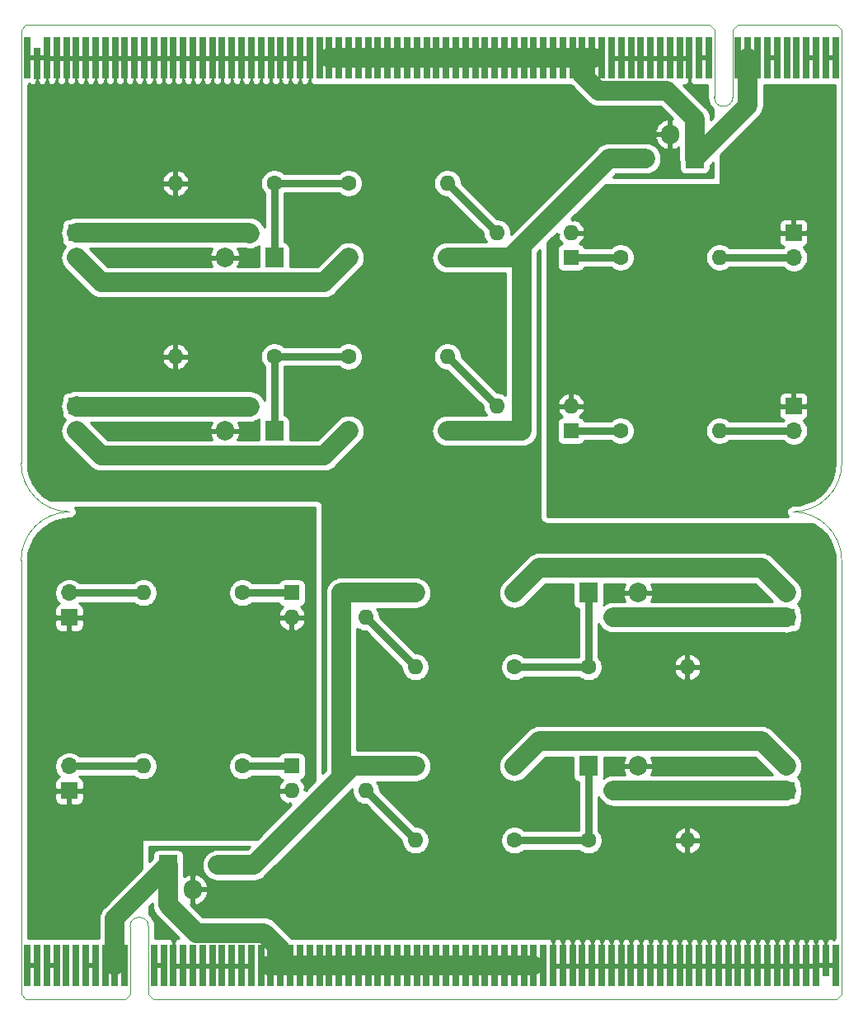
<source format=gtl>
G04 #@! TF.GenerationSoftware,KiCad,Pcbnew,(5.1.5)-3*
G04 #@! TF.CreationDate,2020-02-02T20:29:06+09:00*
G04 #@! TF.ProjectId,Tape-LED_Blinky-fin,54617065-2d4c-4454-945f-426c696e6b79,rev?*
G04 #@! TF.SameCoordinates,Original*
G04 #@! TF.FileFunction,Copper,L1,Top*
G04 #@! TF.FilePolarity,Positive*
%FSLAX46Y46*%
G04 Gerber Fmt 4.6, Leading zero omitted, Abs format (unit mm)*
G04 Created by KiCad (PCBNEW (5.1.5)-3) date 2020-02-02 20:29:06*
%MOMM*%
%LPD*%
G04 APERTURE LIST*
%ADD10C,0.100000*%
%ADD11R,0.700000X4.300000*%
%ADD12R,0.700000X3.200000*%
%ADD13C,1.600000*%
%ADD14O,1.600000X1.600000*%
%ADD15R,1.600000X1.600000*%
%ADD16R,1.905000X2.000000*%
%ADD17O,1.905000X2.000000*%
%ADD18R,1.700000X1.700000*%
%ADD19O,1.700000X1.700000*%
%ADD20C,0.600000*%
%ADD21C,0.800000*%
%ADD22C,2.000000*%
%ADD23C,0.800000*%
%ADD24C,0.500000*%
%ADD25C,0.254000*%
%ADD26C,0.300000*%
%ADD27C,0.350000*%
G04 APERTURE END LIST*
D10*
X99355000Y-103445000D02*
G75*
G02X94355000Y-98445000I0J5000000D01*
G01*
X178655000Y-61845000D02*
X178655000Y-98445000D01*
X94355000Y-61845000D02*
X94355000Y-98445000D01*
X178655000Y-98445000D02*
G75*
G02X173655000Y-103445000I-5000000J0D01*
G01*
X173650000Y-103450000D02*
G75*
G02X178650000Y-108450000I0J-5000000D01*
G01*
X94350000Y-108450000D02*
G75*
G02X99350000Y-103450000I5000000J0D01*
G01*
X178650000Y-145050000D02*
X178650000Y-108450000D01*
X94350000Y-145050000D02*
X94350000Y-108450000D01*
X167455000Y-60895000D02*
X167455000Y-53945000D01*
X165555000Y-60895000D02*
X165555000Y-53945000D01*
X178655000Y-61845000D02*
X178655000Y-53945000D01*
X178155000Y-53445000D02*
X167955000Y-53445000D01*
X94355000Y-61845000D02*
X94355000Y-53945000D01*
X165055000Y-53445000D02*
X94855000Y-53445000D01*
X178655000Y-53945000D02*
X178155000Y-53445000D01*
X167455000Y-53945000D02*
X167955000Y-53445000D01*
X165555000Y-53945000D02*
X165055000Y-53445000D01*
X94355000Y-53945000D02*
X94855000Y-53445000D01*
X167455000Y-60895000D02*
G75*
G02X165555000Y-60895000I-950000J0D01*
G01*
X105550000Y-146000000D02*
G75*
G02X107450000Y-146000000I950000J0D01*
G01*
X178650000Y-152950000D02*
X178150000Y-153450000D01*
X107450000Y-152950000D02*
X107950000Y-153450000D01*
X105550000Y-152950000D02*
X105050000Y-153450000D01*
X94350000Y-152950000D02*
X94850000Y-153450000D01*
X107950000Y-153450000D02*
X178150000Y-153450000D01*
X178650000Y-145050000D02*
X178650000Y-152950000D01*
X94850000Y-153450000D02*
X105050000Y-153450000D01*
X94350000Y-145050000D02*
X94350000Y-152950000D01*
X107450000Y-146000000D02*
X107450000Y-152950000D01*
X105550000Y-146000000D02*
X105550000Y-152950000D01*
D11*
X128005000Y-56895000D03*
X129005000Y-56895000D03*
X130005000Y-56895000D03*
X131005000Y-56895000D03*
X132005000Y-56895000D03*
X133005000Y-56895000D03*
X134005000Y-56895000D03*
X135005000Y-56895000D03*
X136005000Y-56895000D03*
X137005000Y-56895000D03*
X138005000Y-56895000D03*
X139005000Y-56895000D03*
X140005000Y-56895000D03*
X141005000Y-56895000D03*
X142005000Y-56895000D03*
X143005000Y-56895000D03*
X144005000Y-56895000D03*
X145005000Y-56895000D03*
X146005000Y-56895000D03*
X147005000Y-56895000D03*
X148005000Y-56895000D03*
X149005000Y-56895000D03*
X150005000Y-56895000D03*
X151005000Y-56895000D03*
X152005000Y-56895000D03*
X153005000Y-56895000D03*
X154005000Y-56895000D03*
X155005000Y-56895000D03*
X156005000Y-56895000D03*
X157005000Y-56895000D03*
X158005000Y-56895000D03*
X178005000Y-56895000D03*
X177005000Y-56895000D03*
X176005000Y-56895000D03*
X175005000Y-56895000D03*
X174005000Y-56895000D03*
X173005000Y-56895000D03*
X172005000Y-56895000D03*
X171005000Y-56895000D03*
X170005000Y-56895000D03*
X169005000Y-56895000D03*
X168005000Y-56895000D03*
X163005000Y-56895000D03*
X162005000Y-56895000D03*
X161005000Y-56895000D03*
X160005000Y-56895000D03*
X159005000Y-56895000D03*
X165005000Y-56895000D03*
X164005000Y-56895000D03*
X127005000Y-56895000D03*
X126005000Y-56895000D03*
X125005000Y-56895000D03*
X124005000Y-56895000D03*
X123005000Y-56895000D03*
X122005000Y-56895000D03*
X121005000Y-56895000D03*
X120005000Y-56895000D03*
X119005000Y-56895000D03*
X118005000Y-56895000D03*
X117005000Y-56895000D03*
X116005000Y-56895000D03*
X115005000Y-56895000D03*
X114005000Y-56895000D03*
X113005000Y-56895000D03*
X112005000Y-56895000D03*
X111005000Y-56895000D03*
X110005000Y-56895000D03*
X109005000Y-56895000D03*
X108005000Y-56895000D03*
X107005000Y-56895000D03*
X106005000Y-56895000D03*
X105005000Y-56895000D03*
X104005000Y-56895000D03*
X103005000Y-56895000D03*
X102005000Y-56895000D03*
X101005000Y-56895000D03*
X100005000Y-56895000D03*
X99005000Y-56895000D03*
X98005000Y-56895000D03*
X97005000Y-56895000D03*
D12*
X96005000Y-57445000D03*
D11*
X95005000Y-56895000D03*
D13*
X120365000Y-69735000D03*
D14*
X110205000Y-69735000D03*
D15*
X150845000Y-95135000D03*
D14*
X143225000Y-92595000D03*
X150845000Y-92595000D03*
X143225000Y-95135000D03*
D16*
X163545000Y-67195000D03*
D17*
X161005000Y-64695000D03*
X158465000Y-67195000D03*
D18*
X100045000Y-74815000D03*
D19*
X100045000Y-77355000D03*
D16*
X120365000Y-77355000D03*
D17*
X117825000Y-74855000D03*
X115285000Y-77355000D03*
D13*
X155925000Y-77355000D03*
D14*
X166085000Y-77355000D03*
D18*
X100045000Y-92595000D03*
D19*
X100045000Y-95135000D03*
D13*
X155925000Y-95135000D03*
D14*
X166085000Y-95135000D03*
D16*
X120365000Y-95135000D03*
D17*
X117825000Y-92635000D03*
X115285000Y-95135000D03*
D13*
X127985000Y-69735000D03*
D14*
X138145000Y-69735000D03*
D15*
X150845000Y-77355000D03*
D14*
X143225000Y-74815000D03*
X150845000Y-74815000D03*
X143225000Y-77355000D03*
D18*
X173705000Y-92595000D03*
D19*
X173705000Y-95135000D03*
D13*
X127985000Y-77355000D03*
D14*
X138145000Y-77355000D03*
D18*
X173705000Y-74815000D03*
D19*
X173705000Y-77355000D03*
D13*
X127985000Y-95135000D03*
D14*
X138145000Y-95135000D03*
D13*
X127985000Y-87515000D03*
D14*
X138145000Y-87515000D03*
D13*
X120365000Y-87515000D03*
D14*
X110205000Y-87515000D03*
X129780000Y-111760000D03*
X122160000Y-114300000D03*
X129780000Y-114300000D03*
D15*
X122160000Y-111760000D03*
D14*
X162800000Y-119380000D03*
D13*
X152640000Y-119380000D03*
D14*
X134860000Y-119380000D03*
D13*
X145020000Y-119380000D03*
D14*
X106920000Y-111760000D03*
D13*
X117080000Y-111760000D03*
D14*
X134860000Y-111760000D03*
D13*
X145020000Y-111760000D03*
D17*
X157720000Y-111760000D03*
X155180000Y-114260000D03*
D16*
X152640000Y-111760000D03*
D19*
X99300000Y-111760000D03*
D18*
X99300000Y-114300000D03*
D19*
X172960000Y-111760000D03*
D18*
X172960000Y-114300000D03*
D14*
X129780000Y-129540000D03*
X122160000Y-132080000D03*
X129780000Y-132080000D03*
D15*
X122160000Y-129540000D03*
D11*
X178000000Y-150000000D03*
D12*
X177000000Y-149450000D03*
D11*
X176000000Y-150000000D03*
X175000000Y-150000000D03*
X174000000Y-150000000D03*
X173000000Y-150000000D03*
X172000000Y-150000000D03*
X171000000Y-150000000D03*
X170000000Y-150000000D03*
X169000000Y-150000000D03*
X168000000Y-150000000D03*
X167000000Y-150000000D03*
X166000000Y-150000000D03*
X165000000Y-150000000D03*
X164000000Y-150000000D03*
X163000000Y-150000000D03*
X162000000Y-150000000D03*
X161000000Y-150000000D03*
X160000000Y-150000000D03*
X159000000Y-150000000D03*
X158000000Y-150000000D03*
X157000000Y-150000000D03*
X156000000Y-150000000D03*
X155000000Y-150000000D03*
X154000000Y-150000000D03*
X153000000Y-150000000D03*
X152000000Y-150000000D03*
X151000000Y-150000000D03*
X150000000Y-150000000D03*
X149000000Y-150000000D03*
X148000000Y-150000000D03*
X147000000Y-150000000D03*
X146000000Y-150000000D03*
X109000000Y-150000000D03*
X108000000Y-150000000D03*
X114000000Y-150000000D03*
X113000000Y-150000000D03*
X112000000Y-150000000D03*
X111000000Y-150000000D03*
X110000000Y-150000000D03*
X105000000Y-150000000D03*
X104000000Y-150000000D03*
X103000000Y-150000000D03*
X102000000Y-150000000D03*
X101000000Y-150000000D03*
X100000000Y-150000000D03*
X99000000Y-150000000D03*
X98000000Y-150000000D03*
X97000000Y-150000000D03*
X96000000Y-150000000D03*
X95000000Y-150000000D03*
X115000000Y-150000000D03*
X116000000Y-150000000D03*
X117000000Y-150000000D03*
X118000000Y-150000000D03*
X119000000Y-150000000D03*
X120000000Y-150000000D03*
X121000000Y-150000000D03*
X122000000Y-150000000D03*
X123000000Y-150000000D03*
X124000000Y-150000000D03*
X125000000Y-150000000D03*
X126000000Y-150000000D03*
X127000000Y-150000000D03*
X128000000Y-150000000D03*
X129000000Y-150000000D03*
X130000000Y-150000000D03*
X131000000Y-150000000D03*
X132000000Y-150000000D03*
X133000000Y-150000000D03*
X134000000Y-150000000D03*
X135000000Y-150000000D03*
X136000000Y-150000000D03*
X137000000Y-150000000D03*
X138000000Y-150000000D03*
X139000000Y-150000000D03*
X140000000Y-150000000D03*
X141000000Y-150000000D03*
X142000000Y-150000000D03*
X143000000Y-150000000D03*
X144000000Y-150000000D03*
X145000000Y-150000000D03*
D17*
X114540000Y-139700000D03*
X112000000Y-142200000D03*
D16*
X109460000Y-139700000D03*
D14*
X162800000Y-137160000D03*
D13*
X152640000Y-137160000D03*
D14*
X134860000Y-137160000D03*
D13*
X145020000Y-137160000D03*
D14*
X134860000Y-129540000D03*
D13*
X145020000Y-129540000D03*
D14*
X106920000Y-129540000D03*
D13*
X117080000Y-129540000D03*
D17*
X157720000Y-129540000D03*
X155180000Y-132040000D03*
D16*
X152640000Y-129540000D03*
D19*
X99300000Y-129540000D03*
D18*
X99300000Y-132080000D03*
D19*
X172960000Y-129540000D03*
D18*
X172960000Y-132080000D03*
D20*
X122160000Y-106680000D03*
X114540000Y-106680000D03*
X106920000Y-106680000D03*
X99300000Y-106680000D03*
X99300000Y-121920000D03*
X99300000Y-137160000D03*
X99300000Y-144780000D03*
X106920000Y-121920000D03*
X114540000Y-121920000D03*
X122160000Y-121920000D03*
X114540000Y-114300000D03*
X106920000Y-114300000D03*
X114540000Y-129540000D03*
X158465000Y-92595000D03*
X150845000Y-100215000D03*
X158465000Y-84975000D03*
X166085000Y-100215000D03*
X173705000Y-84975000D03*
X166085000Y-92595000D03*
X173705000Y-69735000D03*
X158465000Y-100215000D03*
X173705000Y-62115000D03*
X173705000Y-100215000D03*
X166085000Y-84975000D03*
X150845000Y-84975000D03*
X158465000Y-77355000D03*
X175500000Y-106680000D03*
X167880000Y-106680000D03*
X160260000Y-106680000D03*
X152640000Y-106680000D03*
X145020000Y-106680000D03*
X137400000Y-106680000D03*
X129780000Y-106680000D03*
X129780000Y-121920000D03*
X137400000Y-121920000D03*
X145020000Y-121920000D03*
X152640000Y-121920000D03*
X160260000Y-121920000D03*
X167880000Y-121920000D03*
X175500000Y-121920000D03*
X175500000Y-114300000D03*
X145020000Y-114300000D03*
X137400000Y-114300000D03*
X129780000Y-137160000D03*
X137400000Y-137160000D03*
X160260000Y-137160000D03*
X167880000Y-137160000D03*
X175500000Y-137160000D03*
X175500000Y-144780000D03*
X167880000Y-144780000D03*
X167880000Y-129540000D03*
X175500000Y-129540000D03*
X160260000Y-129540000D03*
X137400000Y-129540000D03*
X160260000Y-144780000D03*
X152640000Y-144780000D03*
X145020000Y-144780000D03*
X137400000Y-144780000D03*
X129780000Y-144780000D03*
X122160000Y-144780000D03*
X114540000Y-144780000D03*
D21*
X108825000Y-146685000D03*
D20*
X158465000Y-62115000D03*
X97505000Y-77355000D03*
X112745000Y-77355000D03*
X105125000Y-77355000D03*
X135605000Y-77355000D03*
X112745000Y-62115000D03*
X120365000Y-62115000D03*
X127985000Y-62115000D03*
X135605000Y-62115000D03*
X143225000Y-62115000D03*
X150845000Y-62115000D03*
D21*
X164180000Y-60210000D03*
D20*
X120365000Y-100215000D03*
X127985000Y-100215000D03*
X97505000Y-100215000D03*
X105125000Y-100215000D03*
X112745000Y-100215000D03*
X127985000Y-92595000D03*
X135605000Y-92595000D03*
X135605000Y-100215000D03*
X143225000Y-69735000D03*
X135605000Y-69735000D03*
X135605000Y-84975000D03*
X112745000Y-69735000D03*
X105125000Y-69735000D03*
X97505000Y-69735000D03*
X97505000Y-62115000D03*
X105125000Y-62115000D03*
X143225000Y-100215000D03*
X143225000Y-84975000D03*
X127985000Y-84975000D03*
X120365000Y-84975000D03*
X105125000Y-84975000D03*
X97505000Y-84975000D03*
X112745000Y-84975000D03*
X97505000Y-92595000D03*
D22*
X172110001Y-128690001D02*
X172960000Y-129540000D01*
X145020000Y-129540000D02*
X147560000Y-127000000D01*
X170420000Y-127000000D02*
X172110001Y-128690001D01*
X147560000Y-127000000D02*
X170420000Y-127000000D01*
X102585000Y-79895000D02*
X100894999Y-78204999D01*
X100894999Y-78204999D02*
X100045000Y-77355000D01*
X127985000Y-77355000D02*
X125445000Y-79895000D01*
X125445000Y-79895000D02*
X102585000Y-79895000D01*
X155220000Y-132080000D02*
X155180000Y-132040000D01*
X172960000Y-132080000D02*
X155220000Y-132080000D01*
X100045000Y-74815000D02*
X117785000Y-74815000D01*
X117785000Y-74815000D02*
X117825000Y-74855000D01*
D23*
X99300000Y-129540000D02*
X106920000Y-129540000D01*
X173705000Y-77355000D02*
X166085000Y-77355000D01*
D24*
X176000000Y-150000000D02*
X178000000Y-150000000D01*
X97005000Y-56895000D02*
X95005000Y-56895000D01*
D23*
X152640000Y-129540000D02*
X152640000Y-137160000D01*
X152640000Y-137160000D02*
X145020000Y-137160000D01*
X120365000Y-77355000D02*
X120365000Y-69735000D01*
X120365000Y-69735000D02*
X127985000Y-69735000D01*
X117080000Y-129540000D02*
X122160000Y-129540000D01*
X155925000Y-77355000D02*
X150845000Y-77355000D01*
X129780000Y-132080000D02*
X134860000Y-137160000D01*
X143225000Y-74815000D02*
X138145000Y-69735000D01*
D22*
X104000000Y-145160000D02*
X109460000Y-139700000D01*
X104000000Y-150000000D02*
X104000000Y-145160000D01*
X119310001Y-146649999D02*
X121000000Y-148339998D01*
X121000000Y-148339998D02*
X121000000Y-150000000D01*
X112344195Y-146649999D02*
X119310001Y-146649999D01*
X109460000Y-139700000D02*
X109460000Y-143765804D01*
X109460000Y-143765804D02*
X112344195Y-146649999D01*
X147000000Y-150000000D02*
X119760000Y-150000000D01*
X169005000Y-56895000D02*
X169005000Y-61735000D01*
X126005000Y-56895000D02*
X153245000Y-56895000D01*
X152005000Y-58555002D02*
X152005000Y-56895000D01*
X163545000Y-67195000D02*
X163545000Y-63129196D01*
X169005000Y-61735000D02*
X163545000Y-67195000D01*
X163545000Y-63129196D02*
X160660805Y-60245001D01*
X160660805Y-60245001D02*
X153694999Y-60245001D01*
X153694999Y-60245001D02*
X152005000Y-58555002D01*
D24*
X109000000Y-150000000D02*
X108000000Y-150000000D01*
X164005000Y-56895000D02*
X165005000Y-56895000D01*
X101000000Y-150000000D02*
X102000000Y-150000000D01*
X172005000Y-56895000D02*
X171005000Y-56895000D01*
X97000000Y-150000000D02*
X98000000Y-150000000D01*
X176005000Y-56895000D02*
X175005000Y-56895000D01*
X95000000Y-150000000D02*
X96000000Y-150000000D01*
X178005000Y-56895000D02*
X177005000Y-56895000D01*
D23*
X170420000Y-109220000D02*
X172110001Y-110910001D01*
D22*
X170420000Y-109220000D02*
X172960000Y-111760000D01*
X147560000Y-109220000D02*
X170420000Y-109220000D01*
X147560000Y-109220000D02*
X145020000Y-111760000D01*
X102585000Y-97675000D02*
X100045000Y-95135000D01*
X125445000Y-97675000D02*
X102585000Y-97675000D01*
X125445000Y-97675000D02*
X127985000Y-95135000D01*
D23*
X102585000Y-97675000D02*
X100894999Y-95984999D01*
D22*
X172920000Y-114260000D02*
X172960000Y-114300000D01*
X155180000Y-114260000D02*
X172920000Y-114260000D01*
X100085000Y-92635000D02*
X100045000Y-92595000D01*
X117825000Y-92635000D02*
X100085000Y-92635000D01*
D23*
X106920000Y-111760000D02*
X99300000Y-111760000D01*
X166085000Y-95135000D02*
X173705000Y-95135000D01*
X145020000Y-119380000D02*
X152640000Y-119380000D01*
X152640000Y-111760000D02*
X152640000Y-119380000D01*
X120365000Y-95135000D02*
X120365000Y-87515000D01*
X127985000Y-87515000D02*
X120365000Y-87515000D01*
X122160000Y-111760000D02*
X117080000Y-111760000D01*
X150845000Y-95135000D02*
X155925000Y-95135000D01*
X129780000Y-114300000D02*
X134860000Y-119380000D01*
X143225000Y-92595000D02*
X138145000Y-87515000D01*
D22*
X129780000Y-111760000D02*
X134860000Y-111760000D01*
X129780000Y-129540000D02*
X134860000Y-129540000D01*
X127240000Y-111760000D02*
X129780000Y-111760000D01*
X125282500Y-132662500D02*
X127240000Y-130705000D01*
X127240000Y-130705000D02*
X127240000Y-111760000D01*
X128405000Y-129540000D02*
X129780000Y-129540000D01*
X114540000Y-139700000D02*
X118245000Y-139700000D01*
X118245000Y-139700000D02*
X128405000Y-129540000D01*
X154760000Y-67195000D02*
X144600000Y-77355000D01*
X145765000Y-95135000D02*
X143225000Y-95135000D01*
X144600000Y-77355000D02*
X143225000Y-77355000D01*
X143225000Y-77355000D02*
X138145000Y-77355000D01*
X143225000Y-95135000D02*
X138145000Y-95135000D01*
X158465000Y-67195000D02*
X154760000Y-67195000D01*
X147722500Y-74232500D02*
X145765000Y-76190000D01*
X145765000Y-76190000D02*
X145765000Y-95135000D01*
D25*
G36*
X147670000Y-104025000D02*
G01*
X147682201Y-104148882D01*
X147718336Y-104268004D01*
X147777017Y-104377787D01*
X147855987Y-104474013D01*
X147952213Y-104552983D01*
X148061996Y-104611664D01*
X148181118Y-104647799D01*
X148305000Y-104660000D01*
X175681090Y-104660000D01*
X175845128Y-104738242D01*
X176467733Y-105185629D01*
X177001268Y-105736195D01*
X177428876Y-106372544D01*
X177737041Y-107074561D01*
X177917283Y-107825320D01*
X177965001Y-108475125D01*
X177965000Y-145016353D01*
X177965000Y-147215000D01*
X177872998Y-147215000D01*
X177872998Y-147373748D01*
X177714250Y-147215000D01*
X177650000Y-147211928D01*
X177525518Y-147224188D01*
X177500000Y-147231929D01*
X177474482Y-147224188D01*
X177350000Y-147211928D01*
X177285750Y-147215000D01*
X177127000Y-147373750D01*
X177127000Y-147486322D01*
X177119463Y-147495506D01*
X177060498Y-147605820D01*
X177024188Y-147725518D01*
X177011928Y-147850000D01*
X177014807Y-149597000D01*
X176985193Y-149597000D01*
X176988072Y-147850000D01*
X176975812Y-147725518D01*
X176939502Y-147605820D01*
X176880537Y-147495506D01*
X176873000Y-147486322D01*
X176873000Y-147373750D01*
X176714250Y-147215000D01*
X176650000Y-147211928D01*
X176525518Y-147224188D01*
X176500000Y-147231929D01*
X176474482Y-147224188D01*
X176350000Y-147211928D01*
X176285750Y-147215000D01*
X176127000Y-147373750D01*
X176127000Y-147486322D01*
X176119463Y-147495506D01*
X176060498Y-147605820D01*
X176024188Y-147725518D01*
X176011928Y-147850000D01*
X176015000Y-149164250D01*
X176127000Y-149276250D01*
X176127000Y-149623750D01*
X176015000Y-149735750D01*
X176014039Y-150147000D01*
X175873000Y-150147000D01*
X175873000Y-150127000D01*
X175127000Y-150127000D01*
X175127000Y-150147000D01*
X174873000Y-150147000D01*
X174873000Y-150127000D01*
X174127000Y-150127000D01*
X174127000Y-150147000D01*
X173873000Y-150147000D01*
X173873000Y-150127000D01*
X173127000Y-150127000D01*
X173127000Y-150147000D01*
X172873000Y-150147000D01*
X172873000Y-150127000D01*
X172127000Y-150127000D01*
X172127000Y-150147000D01*
X171873000Y-150147000D01*
X171873000Y-150127000D01*
X171127000Y-150127000D01*
X171127000Y-150147000D01*
X170873000Y-150147000D01*
X170873000Y-150127000D01*
X170127000Y-150127000D01*
X170127000Y-150147000D01*
X169873000Y-150147000D01*
X169873000Y-150127000D01*
X169127000Y-150127000D01*
X169127000Y-150147000D01*
X168873000Y-150147000D01*
X168873000Y-150127000D01*
X168127000Y-150127000D01*
X168127000Y-150147000D01*
X167873000Y-150147000D01*
X167873000Y-150127000D01*
X167127000Y-150127000D01*
X167127000Y-150147000D01*
X166873000Y-150147000D01*
X166873000Y-150127000D01*
X166127000Y-150127000D01*
X166127000Y-150147000D01*
X165873000Y-150147000D01*
X165873000Y-150127000D01*
X165127000Y-150127000D01*
X165127000Y-150147000D01*
X164873000Y-150147000D01*
X164873000Y-150127000D01*
X164127000Y-150127000D01*
X164127000Y-150147000D01*
X163873000Y-150147000D01*
X163873000Y-150127000D01*
X163127000Y-150127000D01*
X163127000Y-150147000D01*
X162873000Y-150147000D01*
X162873000Y-150127000D01*
X162127000Y-150127000D01*
X162127000Y-150147000D01*
X161873000Y-150147000D01*
X161873000Y-150127000D01*
X161127000Y-150127000D01*
X161127000Y-150147000D01*
X160873000Y-150147000D01*
X160873000Y-150127000D01*
X160127000Y-150127000D01*
X160127000Y-150147000D01*
X159873000Y-150147000D01*
X159873000Y-150127000D01*
X159127000Y-150127000D01*
X159127000Y-150147000D01*
X158873000Y-150147000D01*
X158873000Y-150127000D01*
X158127000Y-150127000D01*
X158127000Y-150147000D01*
X157873000Y-150147000D01*
X157873000Y-150127000D01*
X157127000Y-150127000D01*
X157127000Y-150147000D01*
X156873000Y-150147000D01*
X156873000Y-150127000D01*
X156127000Y-150127000D01*
X156127000Y-150147000D01*
X155873000Y-150147000D01*
X155873000Y-150127000D01*
X155127000Y-150127000D01*
X155127000Y-150147000D01*
X154873000Y-150147000D01*
X154873000Y-150127000D01*
X154127000Y-150127000D01*
X154127000Y-150147000D01*
X153873000Y-150147000D01*
X153873000Y-150127000D01*
X153127000Y-150127000D01*
X153127000Y-150147000D01*
X152873000Y-150147000D01*
X152873000Y-150127000D01*
X152127000Y-150127000D01*
X152127000Y-150147000D01*
X151873000Y-150147000D01*
X151873000Y-150127000D01*
X151127000Y-150127000D01*
X151127000Y-150147000D01*
X150873000Y-150147000D01*
X150873000Y-150127000D01*
X150127000Y-150127000D01*
X150127000Y-150147000D01*
X149873000Y-150147000D01*
X149873000Y-150127000D01*
X149127000Y-150127000D01*
X149127000Y-150147000D01*
X148988072Y-150147000D01*
X148988072Y-147850000D01*
X149011928Y-147850000D01*
X149015000Y-149714250D01*
X149127000Y-149826250D01*
X149127000Y-149873000D01*
X149873000Y-149873000D01*
X149873000Y-149826250D01*
X149985000Y-149714250D01*
X149988072Y-147850000D01*
X150011928Y-147850000D01*
X150015000Y-149714250D01*
X150127000Y-149826250D01*
X150127000Y-149873000D01*
X150873000Y-149873000D01*
X150873000Y-149826250D01*
X150985000Y-149714250D01*
X150988072Y-147850000D01*
X151011928Y-147850000D01*
X151015000Y-149714250D01*
X151127000Y-149826250D01*
X151127000Y-149873000D01*
X151873000Y-149873000D01*
X151873000Y-149826250D01*
X151985000Y-149714250D01*
X151988072Y-147850000D01*
X152011928Y-147850000D01*
X152015000Y-149714250D01*
X152127000Y-149826250D01*
X152127000Y-149873000D01*
X152873000Y-149873000D01*
X152873000Y-149826250D01*
X152985000Y-149714250D01*
X152988072Y-147850000D01*
X153011928Y-147850000D01*
X153015000Y-149714250D01*
X153127000Y-149826250D01*
X153127000Y-149873000D01*
X153873000Y-149873000D01*
X153873000Y-149826250D01*
X153985000Y-149714250D01*
X153988072Y-147850000D01*
X154011928Y-147850000D01*
X154015000Y-149714250D01*
X154127000Y-149826250D01*
X154127000Y-149873000D01*
X154873000Y-149873000D01*
X154873000Y-149826250D01*
X154985000Y-149714250D01*
X154988072Y-147850000D01*
X155011928Y-147850000D01*
X155015000Y-149714250D01*
X155127000Y-149826250D01*
X155127000Y-149873000D01*
X155873000Y-149873000D01*
X155873000Y-149826250D01*
X155985000Y-149714250D01*
X155988072Y-147850000D01*
X156011928Y-147850000D01*
X156015000Y-149714250D01*
X156127000Y-149826250D01*
X156127000Y-149873000D01*
X156873000Y-149873000D01*
X156873000Y-149826250D01*
X156985000Y-149714250D01*
X156988072Y-147850000D01*
X157011928Y-147850000D01*
X157015000Y-149714250D01*
X157127000Y-149826250D01*
X157127000Y-149873000D01*
X157873000Y-149873000D01*
X157873000Y-149826250D01*
X157985000Y-149714250D01*
X157988072Y-147850000D01*
X158011928Y-147850000D01*
X158015000Y-149714250D01*
X158127000Y-149826250D01*
X158127000Y-149873000D01*
X158873000Y-149873000D01*
X158873000Y-149826250D01*
X158985000Y-149714250D01*
X158988072Y-147850000D01*
X159011928Y-147850000D01*
X159015000Y-149714250D01*
X159127000Y-149826250D01*
X159127000Y-149873000D01*
X159873000Y-149873000D01*
X159873000Y-149826250D01*
X159985000Y-149714250D01*
X159988072Y-147850000D01*
X160011928Y-147850000D01*
X160015000Y-149714250D01*
X160127000Y-149826250D01*
X160127000Y-149873000D01*
X160873000Y-149873000D01*
X160873000Y-149826250D01*
X160985000Y-149714250D01*
X160988072Y-147850000D01*
X161011928Y-147850000D01*
X161015000Y-149714250D01*
X161127000Y-149826250D01*
X161127000Y-149873000D01*
X161873000Y-149873000D01*
X161873000Y-149826250D01*
X161985000Y-149714250D01*
X161988072Y-147850000D01*
X162011928Y-147850000D01*
X162015000Y-149714250D01*
X162127000Y-149826250D01*
X162127000Y-149873000D01*
X162873000Y-149873000D01*
X162873000Y-149826250D01*
X162985000Y-149714250D01*
X162988072Y-147850000D01*
X163011928Y-147850000D01*
X163015000Y-149714250D01*
X163127000Y-149826250D01*
X163127000Y-149873000D01*
X163873000Y-149873000D01*
X163873000Y-149826250D01*
X163985000Y-149714250D01*
X163988072Y-147850000D01*
X164011928Y-147850000D01*
X164015000Y-149714250D01*
X164127000Y-149826250D01*
X164127000Y-149873000D01*
X164873000Y-149873000D01*
X164873000Y-149826250D01*
X164985000Y-149714250D01*
X164988072Y-147850000D01*
X165011928Y-147850000D01*
X165015000Y-149714250D01*
X165127000Y-149826250D01*
X165127000Y-149873000D01*
X165873000Y-149873000D01*
X165873000Y-149826250D01*
X165985000Y-149714250D01*
X165988072Y-147850000D01*
X166011928Y-147850000D01*
X166015000Y-149714250D01*
X166127000Y-149826250D01*
X166127000Y-149873000D01*
X166873000Y-149873000D01*
X166873000Y-149826250D01*
X166985000Y-149714250D01*
X166988072Y-147850000D01*
X167011928Y-147850000D01*
X167015000Y-149714250D01*
X167127000Y-149826250D01*
X167127000Y-149873000D01*
X167873000Y-149873000D01*
X167873000Y-149826250D01*
X167985000Y-149714250D01*
X167988072Y-147850000D01*
X168011928Y-147850000D01*
X168015000Y-149714250D01*
X168127000Y-149826250D01*
X168127000Y-149873000D01*
X168873000Y-149873000D01*
X168873000Y-149826250D01*
X168985000Y-149714250D01*
X168988072Y-147850000D01*
X169011928Y-147850000D01*
X169015000Y-149714250D01*
X169127000Y-149826250D01*
X169127000Y-149873000D01*
X169873000Y-149873000D01*
X169873000Y-149826250D01*
X169985000Y-149714250D01*
X169988072Y-147850000D01*
X170011928Y-147850000D01*
X170015000Y-149714250D01*
X170127000Y-149826250D01*
X170127000Y-149873000D01*
X170873000Y-149873000D01*
X170873000Y-149826250D01*
X170985000Y-149714250D01*
X170988072Y-147850000D01*
X171011928Y-147850000D01*
X171015000Y-149714250D01*
X171127000Y-149826250D01*
X171127000Y-149873000D01*
X171873000Y-149873000D01*
X171873000Y-149826250D01*
X171985000Y-149714250D01*
X171988072Y-147850000D01*
X172011928Y-147850000D01*
X172015000Y-149714250D01*
X172127000Y-149826250D01*
X172127000Y-149873000D01*
X172873000Y-149873000D01*
X172873000Y-149826250D01*
X172985000Y-149714250D01*
X172988072Y-147850000D01*
X173011928Y-147850000D01*
X173015000Y-149714250D01*
X173127000Y-149826250D01*
X173127000Y-149873000D01*
X173873000Y-149873000D01*
X173873000Y-149826250D01*
X173985000Y-149714250D01*
X173988072Y-147850000D01*
X174011928Y-147850000D01*
X174015000Y-149714250D01*
X174127000Y-149826250D01*
X174127000Y-149873000D01*
X174873000Y-149873000D01*
X174873000Y-149826250D01*
X174985000Y-149714250D01*
X174988072Y-147850000D01*
X175011928Y-147850000D01*
X175015000Y-149714250D01*
X175127000Y-149826250D01*
X175127000Y-149873000D01*
X175873000Y-149873000D01*
X175873000Y-149826250D01*
X175985000Y-149714250D01*
X175988072Y-147850000D01*
X175975812Y-147725518D01*
X175939502Y-147605820D01*
X175880537Y-147495506D01*
X175873000Y-147486322D01*
X175873000Y-147373750D01*
X175714250Y-147215000D01*
X175650000Y-147211928D01*
X175525518Y-147224188D01*
X175500000Y-147231929D01*
X175474482Y-147224188D01*
X175350000Y-147211928D01*
X175285750Y-147215000D01*
X175127000Y-147373750D01*
X175127000Y-147486322D01*
X175119463Y-147495506D01*
X175060498Y-147605820D01*
X175024188Y-147725518D01*
X175011928Y-147850000D01*
X174988072Y-147850000D01*
X174975812Y-147725518D01*
X174939502Y-147605820D01*
X174880537Y-147495506D01*
X174873000Y-147486322D01*
X174873000Y-147373750D01*
X174714250Y-147215000D01*
X174650000Y-147211928D01*
X174525518Y-147224188D01*
X174500000Y-147231929D01*
X174474482Y-147224188D01*
X174350000Y-147211928D01*
X174285750Y-147215000D01*
X174127000Y-147373750D01*
X174127000Y-147486322D01*
X174119463Y-147495506D01*
X174060498Y-147605820D01*
X174024188Y-147725518D01*
X174011928Y-147850000D01*
X173988072Y-147850000D01*
X173975812Y-147725518D01*
X173939502Y-147605820D01*
X173880537Y-147495506D01*
X173873000Y-147486322D01*
X173873000Y-147373750D01*
X173714250Y-147215000D01*
X173650000Y-147211928D01*
X173525518Y-147224188D01*
X173500000Y-147231929D01*
X173474482Y-147224188D01*
X173350000Y-147211928D01*
X173285750Y-147215000D01*
X173127000Y-147373750D01*
X173127000Y-147486322D01*
X173119463Y-147495506D01*
X173060498Y-147605820D01*
X173024188Y-147725518D01*
X173011928Y-147850000D01*
X172988072Y-147850000D01*
X172975812Y-147725518D01*
X172939502Y-147605820D01*
X172880537Y-147495506D01*
X172873000Y-147486322D01*
X172873000Y-147373750D01*
X172714250Y-147215000D01*
X172650000Y-147211928D01*
X172525518Y-147224188D01*
X172500000Y-147231929D01*
X172474482Y-147224188D01*
X172350000Y-147211928D01*
X172285750Y-147215000D01*
X172127000Y-147373750D01*
X172127000Y-147486322D01*
X172119463Y-147495506D01*
X172060498Y-147605820D01*
X172024188Y-147725518D01*
X172011928Y-147850000D01*
X171988072Y-147850000D01*
X171975812Y-147725518D01*
X171939502Y-147605820D01*
X171880537Y-147495506D01*
X171873000Y-147486322D01*
X171873000Y-147373750D01*
X171714250Y-147215000D01*
X171650000Y-147211928D01*
X171525518Y-147224188D01*
X171500000Y-147231929D01*
X171474482Y-147224188D01*
X171350000Y-147211928D01*
X171285750Y-147215000D01*
X171127000Y-147373750D01*
X171127000Y-147486322D01*
X171119463Y-147495506D01*
X171060498Y-147605820D01*
X171024188Y-147725518D01*
X171011928Y-147850000D01*
X170988072Y-147850000D01*
X170975812Y-147725518D01*
X170939502Y-147605820D01*
X170880537Y-147495506D01*
X170873000Y-147486322D01*
X170873000Y-147373750D01*
X170714250Y-147215000D01*
X170650000Y-147211928D01*
X170525518Y-147224188D01*
X170500000Y-147231929D01*
X170474482Y-147224188D01*
X170350000Y-147211928D01*
X170285750Y-147215000D01*
X170127000Y-147373750D01*
X170127000Y-147486322D01*
X170119463Y-147495506D01*
X170060498Y-147605820D01*
X170024188Y-147725518D01*
X170011928Y-147850000D01*
X169988072Y-147850000D01*
X169975812Y-147725518D01*
X169939502Y-147605820D01*
X169880537Y-147495506D01*
X169873000Y-147486322D01*
X169873000Y-147373750D01*
X169714250Y-147215000D01*
X169650000Y-147211928D01*
X169525518Y-147224188D01*
X169500000Y-147231929D01*
X169474482Y-147224188D01*
X169350000Y-147211928D01*
X169285750Y-147215000D01*
X169127000Y-147373750D01*
X169127000Y-147486322D01*
X169119463Y-147495506D01*
X169060498Y-147605820D01*
X169024188Y-147725518D01*
X169011928Y-147850000D01*
X168988072Y-147850000D01*
X168975812Y-147725518D01*
X168939502Y-147605820D01*
X168880537Y-147495506D01*
X168873000Y-147486322D01*
X168873000Y-147373750D01*
X168714250Y-147215000D01*
X168650000Y-147211928D01*
X168525518Y-147224188D01*
X168500000Y-147231929D01*
X168474482Y-147224188D01*
X168350000Y-147211928D01*
X168285750Y-147215000D01*
X168127000Y-147373750D01*
X168127000Y-147486322D01*
X168119463Y-147495506D01*
X168060498Y-147605820D01*
X168024188Y-147725518D01*
X168011928Y-147850000D01*
X167988072Y-147850000D01*
X167975812Y-147725518D01*
X167939502Y-147605820D01*
X167880537Y-147495506D01*
X167873000Y-147486322D01*
X167873000Y-147373750D01*
X167714250Y-147215000D01*
X167650000Y-147211928D01*
X167525518Y-147224188D01*
X167500000Y-147231929D01*
X167474482Y-147224188D01*
X167350000Y-147211928D01*
X167285750Y-147215000D01*
X167127000Y-147373750D01*
X167127000Y-147486322D01*
X167119463Y-147495506D01*
X167060498Y-147605820D01*
X167024188Y-147725518D01*
X167011928Y-147850000D01*
X166988072Y-147850000D01*
X166975812Y-147725518D01*
X166939502Y-147605820D01*
X166880537Y-147495506D01*
X166873000Y-147486322D01*
X166873000Y-147373750D01*
X166714250Y-147215000D01*
X166650000Y-147211928D01*
X166525518Y-147224188D01*
X166500000Y-147231929D01*
X166474482Y-147224188D01*
X166350000Y-147211928D01*
X166285750Y-147215000D01*
X166127000Y-147373750D01*
X166127000Y-147486322D01*
X166119463Y-147495506D01*
X166060498Y-147605820D01*
X166024188Y-147725518D01*
X166011928Y-147850000D01*
X165988072Y-147850000D01*
X165975812Y-147725518D01*
X165939502Y-147605820D01*
X165880537Y-147495506D01*
X165873000Y-147486322D01*
X165873000Y-147373750D01*
X165714250Y-147215000D01*
X165650000Y-147211928D01*
X165525518Y-147224188D01*
X165500000Y-147231929D01*
X165474482Y-147224188D01*
X165350000Y-147211928D01*
X165285750Y-147215000D01*
X165127000Y-147373750D01*
X165127000Y-147486322D01*
X165119463Y-147495506D01*
X165060498Y-147605820D01*
X165024188Y-147725518D01*
X165011928Y-147850000D01*
X164988072Y-147850000D01*
X164975812Y-147725518D01*
X164939502Y-147605820D01*
X164880537Y-147495506D01*
X164873000Y-147486322D01*
X164873000Y-147373750D01*
X164714250Y-147215000D01*
X164650000Y-147211928D01*
X164525518Y-147224188D01*
X164500000Y-147231929D01*
X164474482Y-147224188D01*
X164350000Y-147211928D01*
X164285750Y-147215000D01*
X164127000Y-147373750D01*
X164127000Y-147486322D01*
X164119463Y-147495506D01*
X164060498Y-147605820D01*
X164024188Y-147725518D01*
X164011928Y-147850000D01*
X163988072Y-147850000D01*
X163975812Y-147725518D01*
X163939502Y-147605820D01*
X163880537Y-147495506D01*
X163873000Y-147486322D01*
X163873000Y-147373750D01*
X163714250Y-147215000D01*
X163650000Y-147211928D01*
X163525518Y-147224188D01*
X163500000Y-147231929D01*
X163474482Y-147224188D01*
X163350000Y-147211928D01*
X163285750Y-147215000D01*
X163127000Y-147373750D01*
X163127000Y-147486322D01*
X163119463Y-147495506D01*
X163060498Y-147605820D01*
X163024188Y-147725518D01*
X163011928Y-147850000D01*
X162988072Y-147850000D01*
X162975812Y-147725518D01*
X162939502Y-147605820D01*
X162880537Y-147495506D01*
X162873000Y-147486322D01*
X162873000Y-147373750D01*
X162714250Y-147215000D01*
X162650000Y-147211928D01*
X162525518Y-147224188D01*
X162500000Y-147231929D01*
X162474482Y-147224188D01*
X162350000Y-147211928D01*
X162285750Y-147215000D01*
X162127000Y-147373750D01*
X162127000Y-147486322D01*
X162119463Y-147495506D01*
X162060498Y-147605820D01*
X162024188Y-147725518D01*
X162011928Y-147850000D01*
X161988072Y-147850000D01*
X161975812Y-147725518D01*
X161939502Y-147605820D01*
X161880537Y-147495506D01*
X161873000Y-147486322D01*
X161873000Y-147373750D01*
X161714250Y-147215000D01*
X161650000Y-147211928D01*
X161525518Y-147224188D01*
X161500000Y-147231929D01*
X161474482Y-147224188D01*
X161350000Y-147211928D01*
X161285750Y-147215000D01*
X161127000Y-147373750D01*
X161127000Y-147486322D01*
X161119463Y-147495506D01*
X161060498Y-147605820D01*
X161024188Y-147725518D01*
X161011928Y-147850000D01*
X160988072Y-147850000D01*
X160975812Y-147725518D01*
X160939502Y-147605820D01*
X160880537Y-147495506D01*
X160873000Y-147486322D01*
X160873000Y-147373750D01*
X160714250Y-147215000D01*
X160650000Y-147211928D01*
X160525518Y-147224188D01*
X160500000Y-147231929D01*
X160474482Y-147224188D01*
X160350000Y-147211928D01*
X160285750Y-147215000D01*
X160127000Y-147373750D01*
X160127000Y-147486322D01*
X160119463Y-147495506D01*
X160060498Y-147605820D01*
X160024188Y-147725518D01*
X160011928Y-147850000D01*
X159988072Y-147850000D01*
X159975812Y-147725518D01*
X159939502Y-147605820D01*
X159880537Y-147495506D01*
X159873000Y-147486322D01*
X159873000Y-147373750D01*
X159714250Y-147215000D01*
X159650000Y-147211928D01*
X159525518Y-147224188D01*
X159500000Y-147231929D01*
X159474482Y-147224188D01*
X159350000Y-147211928D01*
X159285750Y-147215000D01*
X159127000Y-147373750D01*
X159127000Y-147486322D01*
X159119463Y-147495506D01*
X159060498Y-147605820D01*
X159024188Y-147725518D01*
X159011928Y-147850000D01*
X158988072Y-147850000D01*
X158975812Y-147725518D01*
X158939502Y-147605820D01*
X158880537Y-147495506D01*
X158873000Y-147486322D01*
X158873000Y-147373750D01*
X158714250Y-147215000D01*
X158650000Y-147211928D01*
X158525518Y-147224188D01*
X158500000Y-147231929D01*
X158474482Y-147224188D01*
X158350000Y-147211928D01*
X158285750Y-147215000D01*
X158127000Y-147373750D01*
X158127000Y-147486322D01*
X158119463Y-147495506D01*
X158060498Y-147605820D01*
X158024188Y-147725518D01*
X158011928Y-147850000D01*
X157988072Y-147850000D01*
X157975812Y-147725518D01*
X157939502Y-147605820D01*
X157880537Y-147495506D01*
X157873000Y-147486322D01*
X157873000Y-147373750D01*
X157714250Y-147215000D01*
X157650000Y-147211928D01*
X157525518Y-147224188D01*
X157500000Y-147231929D01*
X157474482Y-147224188D01*
X157350000Y-147211928D01*
X157285750Y-147215000D01*
X157127000Y-147373750D01*
X157127000Y-147486322D01*
X157119463Y-147495506D01*
X157060498Y-147605820D01*
X157024188Y-147725518D01*
X157011928Y-147850000D01*
X156988072Y-147850000D01*
X156975812Y-147725518D01*
X156939502Y-147605820D01*
X156880537Y-147495506D01*
X156873000Y-147486322D01*
X156873000Y-147373750D01*
X156714250Y-147215000D01*
X156650000Y-147211928D01*
X156525518Y-147224188D01*
X156500000Y-147231929D01*
X156474482Y-147224188D01*
X156350000Y-147211928D01*
X156285750Y-147215000D01*
X156127000Y-147373750D01*
X156127000Y-147486322D01*
X156119463Y-147495506D01*
X156060498Y-147605820D01*
X156024188Y-147725518D01*
X156011928Y-147850000D01*
X155988072Y-147850000D01*
X155975812Y-147725518D01*
X155939502Y-147605820D01*
X155880537Y-147495506D01*
X155873000Y-147486322D01*
X155873000Y-147373750D01*
X155714250Y-147215000D01*
X155650000Y-147211928D01*
X155525518Y-147224188D01*
X155500000Y-147231929D01*
X155474482Y-147224188D01*
X155350000Y-147211928D01*
X155285750Y-147215000D01*
X155127000Y-147373750D01*
X155127000Y-147486322D01*
X155119463Y-147495506D01*
X155060498Y-147605820D01*
X155024188Y-147725518D01*
X155011928Y-147850000D01*
X154988072Y-147850000D01*
X154975812Y-147725518D01*
X154939502Y-147605820D01*
X154880537Y-147495506D01*
X154873000Y-147486322D01*
X154873000Y-147373750D01*
X154714250Y-147215000D01*
X154650000Y-147211928D01*
X154525518Y-147224188D01*
X154500000Y-147231929D01*
X154474482Y-147224188D01*
X154350000Y-147211928D01*
X154285750Y-147215000D01*
X154127000Y-147373750D01*
X154127000Y-147486322D01*
X154119463Y-147495506D01*
X154060498Y-147605820D01*
X154024188Y-147725518D01*
X154011928Y-147850000D01*
X153988072Y-147850000D01*
X153975812Y-147725518D01*
X153939502Y-147605820D01*
X153880537Y-147495506D01*
X153873000Y-147486322D01*
X153873000Y-147373750D01*
X153714250Y-147215000D01*
X153650000Y-147211928D01*
X153525518Y-147224188D01*
X153500000Y-147231929D01*
X153474482Y-147224188D01*
X153350000Y-147211928D01*
X153285750Y-147215000D01*
X153127000Y-147373750D01*
X153127000Y-147486322D01*
X153119463Y-147495506D01*
X153060498Y-147605820D01*
X153024188Y-147725518D01*
X153011928Y-147850000D01*
X152988072Y-147850000D01*
X152975812Y-147725518D01*
X152939502Y-147605820D01*
X152880537Y-147495506D01*
X152873000Y-147486322D01*
X152873000Y-147373750D01*
X152714250Y-147215000D01*
X152650000Y-147211928D01*
X152525518Y-147224188D01*
X152500000Y-147231929D01*
X152474482Y-147224188D01*
X152350000Y-147211928D01*
X152285750Y-147215000D01*
X152127000Y-147373750D01*
X152127000Y-147486322D01*
X152119463Y-147495506D01*
X152060498Y-147605820D01*
X152024188Y-147725518D01*
X152011928Y-147850000D01*
X151988072Y-147850000D01*
X151975812Y-147725518D01*
X151939502Y-147605820D01*
X151880537Y-147495506D01*
X151873000Y-147486322D01*
X151873000Y-147373750D01*
X151714250Y-147215000D01*
X151650000Y-147211928D01*
X151525518Y-147224188D01*
X151500000Y-147231929D01*
X151474482Y-147224188D01*
X151350000Y-147211928D01*
X151285750Y-147215000D01*
X151127000Y-147373750D01*
X151127000Y-147486322D01*
X151119463Y-147495506D01*
X151060498Y-147605820D01*
X151024188Y-147725518D01*
X151011928Y-147850000D01*
X150988072Y-147850000D01*
X150975812Y-147725518D01*
X150939502Y-147605820D01*
X150880537Y-147495506D01*
X150873000Y-147486322D01*
X150873000Y-147373750D01*
X150714250Y-147215000D01*
X150650000Y-147211928D01*
X150525518Y-147224188D01*
X150500000Y-147231929D01*
X150474482Y-147224188D01*
X150350000Y-147211928D01*
X150285750Y-147215000D01*
X150127000Y-147373750D01*
X150127000Y-147486322D01*
X150119463Y-147495506D01*
X150060498Y-147605820D01*
X150024188Y-147725518D01*
X150011928Y-147850000D01*
X149988072Y-147850000D01*
X149975812Y-147725518D01*
X149939502Y-147605820D01*
X149880537Y-147495506D01*
X149873000Y-147486322D01*
X149873000Y-147373750D01*
X149714250Y-147215000D01*
X149650000Y-147211928D01*
X149525518Y-147224188D01*
X149500000Y-147231929D01*
X149474482Y-147224188D01*
X149350000Y-147211928D01*
X149285750Y-147215000D01*
X149127000Y-147373750D01*
X149127000Y-147486322D01*
X149119463Y-147495506D01*
X149060498Y-147605820D01*
X149024188Y-147725518D01*
X149011928Y-147850000D01*
X148988072Y-147850000D01*
X148975812Y-147725518D01*
X148939502Y-147605820D01*
X148880537Y-147495506D01*
X148873000Y-147486322D01*
X148873000Y-147373750D01*
X148714250Y-147215000D01*
X148650000Y-147211928D01*
X148525518Y-147224188D01*
X148500000Y-147231929D01*
X148474482Y-147224188D01*
X148350000Y-147211928D01*
X147650000Y-147211928D01*
X147525518Y-147224188D01*
X147500000Y-147231929D01*
X147474482Y-147224188D01*
X147350000Y-147211928D01*
X146650000Y-147211928D01*
X146525518Y-147224188D01*
X146500000Y-147231929D01*
X146474482Y-147224188D01*
X146350000Y-147211928D01*
X145650000Y-147211928D01*
X145525518Y-147224188D01*
X145500000Y-147231929D01*
X145474482Y-147224188D01*
X145350000Y-147211928D01*
X144650000Y-147211928D01*
X144525518Y-147224188D01*
X144500000Y-147231929D01*
X144474482Y-147224188D01*
X144350000Y-147211928D01*
X143650000Y-147211928D01*
X143525518Y-147224188D01*
X143500000Y-147231929D01*
X143474482Y-147224188D01*
X143350000Y-147211928D01*
X142650000Y-147211928D01*
X142525518Y-147224188D01*
X142500000Y-147231929D01*
X142474482Y-147224188D01*
X142350000Y-147211928D01*
X141650000Y-147211928D01*
X141525518Y-147224188D01*
X141500000Y-147231929D01*
X141474482Y-147224188D01*
X141350000Y-147211928D01*
X140650000Y-147211928D01*
X140525518Y-147224188D01*
X140500000Y-147231929D01*
X140474482Y-147224188D01*
X140350000Y-147211928D01*
X139650000Y-147211928D01*
X139525518Y-147224188D01*
X139500000Y-147231929D01*
X139474482Y-147224188D01*
X139350000Y-147211928D01*
X138650000Y-147211928D01*
X138525518Y-147224188D01*
X138500000Y-147231929D01*
X138474482Y-147224188D01*
X138350000Y-147211928D01*
X137650000Y-147211928D01*
X137525518Y-147224188D01*
X137500000Y-147231929D01*
X137474482Y-147224188D01*
X137350000Y-147211928D01*
X136650000Y-147211928D01*
X136525518Y-147224188D01*
X136500000Y-147231929D01*
X136474482Y-147224188D01*
X136350000Y-147211928D01*
X135650000Y-147211928D01*
X135525518Y-147224188D01*
X135500000Y-147231929D01*
X135474482Y-147224188D01*
X135350000Y-147211928D01*
X134650000Y-147211928D01*
X134525518Y-147224188D01*
X134500000Y-147231929D01*
X134474482Y-147224188D01*
X134350000Y-147211928D01*
X133650000Y-147211928D01*
X133525518Y-147224188D01*
X133500000Y-147231929D01*
X133474482Y-147224188D01*
X133350000Y-147211928D01*
X132650000Y-147211928D01*
X132525518Y-147224188D01*
X132500000Y-147231929D01*
X132474482Y-147224188D01*
X132350000Y-147211928D01*
X131650000Y-147211928D01*
X131525518Y-147224188D01*
X131500000Y-147231929D01*
X131474482Y-147224188D01*
X131350000Y-147211928D01*
X130650000Y-147211928D01*
X130525518Y-147224188D01*
X130500000Y-147231929D01*
X130474482Y-147224188D01*
X130350000Y-147211928D01*
X129650000Y-147211928D01*
X129525518Y-147224188D01*
X129500000Y-147231929D01*
X129474482Y-147224188D01*
X129350000Y-147211928D01*
X128650000Y-147211928D01*
X128525518Y-147224188D01*
X128500000Y-147231929D01*
X128474482Y-147224188D01*
X128350000Y-147211928D01*
X127650000Y-147211928D01*
X127525518Y-147224188D01*
X127500000Y-147231929D01*
X127474482Y-147224188D01*
X127350000Y-147211928D01*
X126650000Y-147211928D01*
X126525518Y-147224188D01*
X126500000Y-147231929D01*
X126474482Y-147224188D01*
X126350000Y-147211928D01*
X125650000Y-147211928D01*
X125525518Y-147224188D01*
X125500000Y-147231929D01*
X125474482Y-147224188D01*
X125350000Y-147211928D01*
X124650000Y-147211928D01*
X124525518Y-147224188D01*
X124500000Y-147231929D01*
X124474482Y-147224188D01*
X124350000Y-147211928D01*
X123650000Y-147211928D01*
X123525518Y-147224188D01*
X123500000Y-147231929D01*
X123474482Y-147224188D01*
X123350000Y-147211928D01*
X122650000Y-147211928D01*
X122525518Y-147224188D01*
X122500000Y-147231929D01*
X122474482Y-147224188D01*
X122350000Y-147211928D01*
X122189325Y-147211928D01*
X122161714Y-147178284D01*
X122099325Y-147127083D01*
X120522925Y-145550685D01*
X120471715Y-145488285D01*
X120222753Y-145283968D01*
X119938716Y-145132147D01*
X119630517Y-145038656D01*
X119390323Y-145014999D01*
X119390320Y-145014999D01*
X119310001Y-145007088D01*
X119229682Y-145014999D01*
X113021435Y-145014999D01*
X111741274Y-143734839D01*
X111873000Y-143670594D01*
X111873000Y-142327000D01*
X112127000Y-142327000D01*
X112127000Y-143670594D01*
X112372980Y-143790563D01*
X112591094Y-143719571D01*
X112866923Y-143575969D01*
X113109437Y-143381315D01*
X113309316Y-143143089D01*
X113458879Y-142870446D01*
X113552378Y-142573863D01*
X113425570Y-142327000D01*
X112127000Y-142327000D01*
X111873000Y-142327000D01*
X111853000Y-142327000D01*
X111853000Y-142073000D01*
X111873000Y-142073000D01*
X111873000Y-140729406D01*
X112127000Y-140729406D01*
X112127000Y-142073000D01*
X113425570Y-142073000D01*
X113552378Y-141826137D01*
X113458879Y-141529554D01*
X113309316Y-141256911D01*
X113109437Y-141018685D01*
X112866923Y-140824031D01*
X112591094Y-140680429D01*
X112372980Y-140609437D01*
X112127000Y-140729406D01*
X111873000Y-140729406D01*
X111627020Y-140609437D01*
X111408906Y-140680429D01*
X111133077Y-140824031D01*
X111095000Y-140854594D01*
X111095000Y-139780320D01*
X111102911Y-139700001D01*
X111095000Y-139619678D01*
X111071343Y-139379484D01*
X111050572Y-139311011D01*
X111050572Y-138700000D01*
X111038312Y-138575518D01*
X111002002Y-138455820D01*
X110943037Y-138345506D01*
X110863685Y-138248815D01*
X110766994Y-138169463D01*
X110656680Y-138110498D01*
X110536982Y-138074188D01*
X110412500Y-138061928D01*
X109509131Y-138061928D01*
X109460000Y-138057089D01*
X109459999Y-138057089D01*
X109428431Y-138060198D01*
X109410869Y-138061928D01*
X108507500Y-138061928D01*
X108383018Y-138074188D01*
X108263320Y-138110498D01*
X108153006Y-138169463D01*
X108056315Y-138248815D01*
X107976963Y-138345506D01*
X107917998Y-138455820D01*
X107881688Y-138575518D01*
X107869428Y-138700000D01*
X107869428Y-138978333D01*
X107555000Y-139292761D01*
X107555000Y-137795000D01*
X117837762Y-137795000D01*
X117567762Y-138065000D01*
X114617986Y-138065000D01*
X114540000Y-138057319D01*
X114462014Y-138065000D01*
X114459678Y-138065000D01*
X114219484Y-138088657D01*
X113911285Y-138182148D01*
X113627248Y-138333969D01*
X113378286Y-138538286D01*
X113173969Y-138787248D01*
X113022148Y-139071285D01*
X112928657Y-139379484D01*
X112897089Y-139700000D01*
X112928657Y-140020516D01*
X113022148Y-140328715D01*
X113173969Y-140612752D01*
X113378286Y-140861714D01*
X113627248Y-141066031D01*
X113911285Y-141217852D01*
X114219484Y-141311343D01*
X114459678Y-141335000D01*
X114462014Y-141335000D01*
X114540000Y-141342681D01*
X114617986Y-141335000D01*
X118164681Y-141335000D01*
X118245000Y-141342911D01*
X118325319Y-141335000D01*
X118325322Y-141335000D01*
X118565516Y-141311343D01*
X118873715Y-141217852D01*
X119157752Y-141066031D01*
X119406714Y-140861714D01*
X119457925Y-140799313D01*
X128339319Y-131917920D01*
X128351040Y-131908301D01*
X128345000Y-131938665D01*
X128345000Y-132221335D01*
X128400147Y-132498574D01*
X128508320Y-132759727D01*
X128665363Y-132994759D01*
X128865241Y-133194637D01*
X129100273Y-133351680D01*
X129361426Y-133459853D01*
X129638665Y-133515000D01*
X129751290Y-133515000D01*
X133425000Y-137188711D01*
X133425000Y-137301335D01*
X133480147Y-137578574D01*
X133588320Y-137839727D01*
X133745363Y-138074759D01*
X133945241Y-138274637D01*
X134180273Y-138431680D01*
X134441426Y-138539853D01*
X134718665Y-138595000D01*
X135001335Y-138595000D01*
X135278574Y-138539853D01*
X135539727Y-138431680D01*
X135774759Y-138274637D01*
X135974637Y-138074759D01*
X136131680Y-137839727D01*
X136239853Y-137578574D01*
X136295000Y-137301335D01*
X136295000Y-137018665D01*
X136239853Y-136741426D01*
X136131680Y-136480273D01*
X135974637Y-136245241D01*
X135774759Y-136045363D01*
X135539727Y-135888320D01*
X135278574Y-135780147D01*
X135001335Y-135725000D01*
X134888711Y-135725000D01*
X131215000Y-132051290D01*
X131215000Y-131938665D01*
X131159853Y-131661426D01*
X131051680Y-131400273D01*
X130901158Y-131175000D01*
X134940322Y-131175000D01*
X135180516Y-131151343D01*
X135488715Y-131057852D01*
X135772752Y-130906031D01*
X136021714Y-130701714D01*
X136226031Y-130452752D01*
X136377852Y-130168715D01*
X136471343Y-129860516D01*
X136502911Y-129540000D01*
X143377089Y-129540000D01*
X143408658Y-129860516D01*
X143502148Y-130168714D01*
X143653970Y-130452752D01*
X143858287Y-130701713D01*
X144107248Y-130906030D01*
X144391286Y-131057852D01*
X144699484Y-131151342D01*
X145020000Y-131182911D01*
X145340516Y-131151342D01*
X145648714Y-131057852D01*
X145932752Y-130906030D01*
X146119323Y-130752915D01*
X148237239Y-128635000D01*
X151049428Y-128635000D01*
X151049428Y-130540000D01*
X151061688Y-130664482D01*
X151097998Y-130784180D01*
X151156963Y-130894494D01*
X151236315Y-130991185D01*
X151333006Y-131070537D01*
X151443320Y-131129502D01*
X151563018Y-131165812D01*
X151605000Y-131169947D01*
X151605001Y-136125000D01*
X146014396Y-136125000D01*
X145934759Y-136045363D01*
X145699727Y-135888320D01*
X145438574Y-135780147D01*
X145161335Y-135725000D01*
X144878665Y-135725000D01*
X144601426Y-135780147D01*
X144340273Y-135888320D01*
X144105241Y-136045363D01*
X143905363Y-136245241D01*
X143748320Y-136480273D01*
X143640147Y-136741426D01*
X143585000Y-137018665D01*
X143585000Y-137301335D01*
X143640147Y-137578574D01*
X143748320Y-137839727D01*
X143905363Y-138074759D01*
X144105241Y-138274637D01*
X144340273Y-138431680D01*
X144601426Y-138539853D01*
X144878665Y-138595000D01*
X145161335Y-138595000D01*
X145438574Y-138539853D01*
X145699727Y-138431680D01*
X145934759Y-138274637D01*
X146014396Y-138195000D01*
X151645604Y-138195000D01*
X151725241Y-138274637D01*
X151960273Y-138431680D01*
X152221426Y-138539853D01*
X152498665Y-138595000D01*
X152781335Y-138595000D01*
X153058574Y-138539853D01*
X153319727Y-138431680D01*
X153554759Y-138274637D01*
X153754637Y-138074759D01*
X153911680Y-137839727D01*
X154019853Y-137578574D01*
X154033684Y-137509039D01*
X161408096Y-137509039D01*
X161448754Y-137643087D01*
X161568963Y-137897420D01*
X161736481Y-138123414D01*
X161944869Y-138312385D01*
X162186119Y-138457070D01*
X162450960Y-138551909D01*
X162673000Y-138430624D01*
X162673000Y-137287000D01*
X162927000Y-137287000D01*
X162927000Y-138430624D01*
X163149040Y-138551909D01*
X163413881Y-138457070D01*
X163655131Y-138312385D01*
X163863519Y-138123414D01*
X164031037Y-137897420D01*
X164151246Y-137643087D01*
X164191904Y-137509039D01*
X164069915Y-137287000D01*
X162927000Y-137287000D01*
X162673000Y-137287000D01*
X161530085Y-137287000D01*
X161408096Y-137509039D01*
X154033684Y-137509039D01*
X154075000Y-137301335D01*
X154075000Y-137018665D01*
X154033685Y-136810961D01*
X161408096Y-136810961D01*
X161530085Y-137033000D01*
X162673000Y-137033000D01*
X162673000Y-135889376D01*
X162927000Y-135889376D01*
X162927000Y-137033000D01*
X164069915Y-137033000D01*
X164191904Y-136810961D01*
X164151246Y-136676913D01*
X164031037Y-136422580D01*
X163863519Y-136196586D01*
X163655131Y-136007615D01*
X163413881Y-135862930D01*
X163149040Y-135768091D01*
X162927000Y-135889376D01*
X162673000Y-135889376D01*
X162450960Y-135768091D01*
X162186119Y-135862930D01*
X161944869Y-136007615D01*
X161736481Y-136196586D01*
X161568963Y-136422580D01*
X161448754Y-136676913D01*
X161408096Y-136810961D01*
X154033685Y-136810961D01*
X154019853Y-136741426D01*
X153911680Y-136480273D01*
X153754637Y-136245241D01*
X153675000Y-136165604D01*
X153675000Y-132692758D01*
X153813970Y-132952752D01*
X153967085Y-133139323D01*
X154007076Y-133179315D01*
X154058286Y-133241714D01*
X154307248Y-133446031D01*
X154591285Y-133597852D01*
X154870929Y-133682681D01*
X154899484Y-133691343D01*
X155220000Y-133722912D01*
X155300330Y-133715000D01*
X173040322Y-133715000D01*
X173280516Y-133691343D01*
X173588715Y-133597852D01*
X173644429Y-133568072D01*
X173810000Y-133568072D01*
X173934482Y-133555812D01*
X174054180Y-133519502D01*
X174164494Y-133460537D01*
X174261185Y-133381185D01*
X174340537Y-133284494D01*
X174399502Y-133174180D01*
X174435812Y-133054482D01*
X174448072Y-132930000D01*
X174448072Y-132764429D01*
X174477852Y-132708715D01*
X174571343Y-132400516D01*
X174602911Y-132080000D01*
X174571343Y-131759484D01*
X174477852Y-131451285D01*
X174448072Y-131395571D01*
X174448072Y-131230000D01*
X174435812Y-131105518D01*
X174399502Y-130985820D01*
X174340537Y-130875506D01*
X174261185Y-130778815D01*
X174164494Y-130699463D01*
X174136041Y-130684254D01*
X174326030Y-130452752D01*
X174477852Y-130168714D01*
X174571342Y-129860516D01*
X174602911Y-129539999D01*
X174571342Y-129219483D01*
X174477852Y-128911285D01*
X174326030Y-128627248D01*
X174172915Y-128440677D01*
X173322921Y-127590683D01*
X173322916Y-127590677D01*
X171632925Y-125900686D01*
X171581714Y-125838286D01*
X171332752Y-125633969D01*
X171048715Y-125482148D01*
X170740516Y-125388657D01*
X170500322Y-125365000D01*
X170500319Y-125365000D01*
X170420000Y-125357089D01*
X170339681Y-125365000D01*
X147640319Y-125365000D01*
X147559999Y-125357089D01*
X147479680Y-125365000D01*
X147479678Y-125365000D01*
X147239484Y-125388657D01*
X146931285Y-125482148D01*
X146647248Y-125633969D01*
X146398286Y-125838286D01*
X146347080Y-125900681D01*
X143807085Y-128440677D01*
X143653970Y-128627248D01*
X143502148Y-128911286D01*
X143408658Y-129219484D01*
X143377089Y-129540000D01*
X136502911Y-129540000D01*
X136471343Y-129219484D01*
X136377852Y-128911285D01*
X136226031Y-128627248D01*
X136021714Y-128378286D01*
X135772752Y-128173969D01*
X135488715Y-128022148D01*
X135180516Y-127928657D01*
X134940322Y-127905000D01*
X128875000Y-127905000D01*
X128875000Y-115421158D01*
X129100273Y-115571680D01*
X129361426Y-115679853D01*
X129638665Y-115735000D01*
X129751290Y-115735000D01*
X133425000Y-119408711D01*
X133425000Y-119521335D01*
X133480147Y-119798574D01*
X133588320Y-120059727D01*
X133745363Y-120294759D01*
X133945241Y-120494637D01*
X134180273Y-120651680D01*
X134441426Y-120759853D01*
X134718665Y-120815000D01*
X135001335Y-120815000D01*
X135278574Y-120759853D01*
X135539727Y-120651680D01*
X135774759Y-120494637D01*
X135974637Y-120294759D01*
X136131680Y-120059727D01*
X136239853Y-119798574D01*
X136295000Y-119521335D01*
X136295000Y-119238665D01*
X136239853Y-118961426D01*
X136131680Y-118700273D01*
X135974637Y-118465241D01*
X135774759Y-118265363D01*
X135539727Y-118108320D01*
X135278574Y-118000147D01*
X135001335Y-117945000D01*
X134888711Y-117945000D01*
X131215000Y-114271290D01*
X131215000Y-114158665D01*
X131159853Y-113881426D01*
X131051680Y-113620273D01*
X130901158Y-113395000D01*
X134940322Y-113395000D01*
X135180516Y-113371343D01*
X135488715Y-113277852D01*
X135772752Y-113126031D01*
X136021714Y-112921714D01*
X136226031Y-112672752D01*
X136377852Y-112388715D01*
X136471343Y-112080516D01*
X136502911Y-111760000D01*
X143377089Y-111760000D01*
X143408658Y-112080516D01*
X143502148Y-112388714D01*
X143653970Y-112672752D01*
X143858287Y-112921713D01*
X144107248Y-113126030D01*
X144391286Y-113277852D01*
X144699484Y-113371342D01*
X145020000Y-113402911D01*
X145340516Y-113371342D01*
X145648714Y-113277852D01*
X145932752Y-113126030D01*
X146119323Y-112972915D01*
X148237239Y-110855000D01*
X151049428Y-110855000D01*
X151049428Y-112760000D01*
X151061688Y-112884482D01*
X151097998Y-113004180D01*
X151156963Y-113114494D01*
X151236315Y-113211185D01*
X151333006Y-113290537D01*
X151443320Y-113349502D01*
X151563018Y-113385812D01*
X151605000Y-113389947D01*
X151605001Y-118345000D01*
X146014396Y-118345000D01*
X145934759Y-118265363D01*
X145699727Y-118108320D01*
X145438574Y-118000147D01*
X145161335Y-117945000D01*
X144878665Y-117945000D01*
X144601426Y-118000147D01*
X144340273Y-118108320D01*
X144105241Y-118265363D01*
X143905363Y-118465241D01*
X143748320Y-118700273D01*
X143640147Y-118961426D01*
X143585000Y-119238665D01*
X143585000Y-119521335D01*
X143640147Y-119798574D01*
X143748320Y-120059727D01*
X143905363Y-120294759D01*
X144105241Y-120494637D01*
X144340273Y-120651680D01*
X144601426Y-120759853D01*
X144878665Y-120815000D01*
X145161335Y-120815000D01*
X145438574Y-120759853D01*
X145699727Y-120651680D01*
X145934759Y-120494637D01*
X146014396Y-120415000D01*
X151645604Y-120415000D01*
X151725241Y-120494637D01*
X151960273Y-120651680D01*
X152221426Y-120759853D01*
X152498665Y-120815000D01*
X152781335Y-120815000D01*
X153058574Y-120759853D01*
X153319727Y-120651680D01*
X153554759Y-120494637D01*
X153754637Y-120294759D01*
X153911680Y-120059727D01*
X154019853Y-119798574D01*
X154033684Y-119729039D01*
X161408096Y-119729039D01*
X161448754Y-119863087D01*
X161568963Y-120117420D01*
X161736481Y-120343414D01*
X161944869Y-120532385D01*
X162186119Y-120677070D01*
X162450960Y-120771909D01*
X162673000Y-120650624D01*
X162673000Y-119507000D01*
X162927000Y-119507000D01*
X162927000Y-120650624D01*
X163149040Y-120771909D01*
X163413881Y-120677070D01*
X163655131Y-120532385D01*
X163863519Y-120343414D01*
X164031037Y-120117420D01*
X164151246Y-119863087D01*
X164191904Y-119729039D01*
X164069915Y-119507000D01*
X162927000Y-119507000D01*
X162673000Y-119507000D01*
X161530085Y-119507000D01*
X161408096Y-119729039D01*
X154033684Y-119729039D01*
X154075000Y-119521335D01*
X154075000Y-119238665D01*
X154033685Y-119030961D01*
X161408096Y-119030961D01*
X161530085Y-119253000D01*
X162673000Y-119253000D01*
X162673000Y-118109376D01*
X162927000Y-118109376D01*
X162927000Y-119253000D01*
X164069915Y-119253000D01*
X164191904Y-119030961D01*
X164151246Y-118896913D01*
X164031037Y-118642580D01*
X163863519Y-118416586D01*
X163655131Y-118227615D01*
X163413881Y-118082930D01*
X163149040Y-117988091D01*
X162927000Y-118109376D01*
X162673000Y-118109376D01*
X162450960Y-117988091D01*
X162186119Y-118082930D01*
X161944869Y-118227615D01*
X161736481Y-118416586D01*
X161568963Y-118642580D01*
X161448754Y-118896913D01*
X161408096Y-119030961D01*
X154033685Y-119030961D01*
X154019853Y-118961426D01*
X153911680Y-118700273D01*
X153754637Y-118465241D01*
X153675000Y-118385604D01*
X153675000Y-114912759D01*
X153813969Y-115172752D01*
X154018286Y-115421714D01*
X154267248Y-115626031D01*
X154551285Y-115777852D01*
X154859484Y-115871343D01*
X155099678Y-115895000D01*
X155102014Y-115895000D01*
X155180000Y-115902681D01*
X155257986Y-115895000D01*
X172585608Y-115895000D01*
X172639484Y-115911343D01*
X172960000Y-115942912D01*
X173280516Y-115911343D01*
X173588715Y-115817852D01*
X173644429Y-115788072D01*
X173810000Y-115788072D01*
X173934482Y-115775812D01*
X174054180Y-115739502D01*
X174164494Y-115680537D01*
X174261185Y-115601185D01*
X174340537Y-115504494D01*
X174399502Y-115394180D01*
X174435812Y-115274482D01*
X174448072Y-115150000D01*
X174448072Y-114984429D01*
X174477852Y-114928715D01*
X174571343Y-114620516D01*
X174602912Y-114300000D01*
X174571343Y-113979484D01*
X174477852Y-113671286D01*
X174448072Y-113615572D01*
X174448072Y-113450000D01*
X174435812Y-113325518D01*
X174399502Y-113205820D01*
X174340537Y-113095506D01*
X174261185Y-112998815D01*
X174164494Y-112919463D01*
X174136041Y-112904254D01*
X174326030Y-112672752D01*
X174477851Y-112388714D01*
X174571342Y-112080516D01*
X174602911Y-111759999D01*
X174571342Y-111439483D01*
X174477851Y-111131284D01*
X174326030Y-110847247D01*
X174172915Y-110660676D01*
X171632925Y-108120687D01*
X171581714Y-108058286D01*
X171332752Y-107853969D01*
X171048715Y-107702148D01*
X170740516Y-107608657D01*
X170500322Y-107585000D01*
X170500319Y-107585000D01*
X170420000Y-107577089D01*
X170339681Y-107585000D01*
X147640319Y-107585000D01*
X147559999Y-107577089D01*
X147479680Y-107585000D01*
X147479678Y-107585000D01*
X147239484Y-107608657D01*
X146931285Y-107702148D01*
X146647248Y-107853969D01*
X146398286Y-108058286D01*
X146347080Y-108120681D01*
X143807085Y-110660677D01*
X143653970Y-110847248D01*
X143502148Y-111131286D01*
X143408658Y-111439484D01*
X143377089Y-111760000D01*
X136502911Y-111760000D01*
X136471343Y-111439484D01*
X136377852Y-111131285D01*
X136226031Y-110847248D01*
X136021714Y-110598286D01*
X135772752Y-110393969D01*
X135488715Y-110242148D01*
X135180516Y-110148657D01*
X134940322Y-110125000D01*
X127320322Y-110125000D01*
X127240000Y-110117089D01*
X127159678Y-110125000D01*
X126919484Y-110148657D01*
X126611285Y-110242148D01*
X126327248Y-110393969D01*
X126078286Y-110598286D01*
X125873969Y-110847248D01*
X125722148Y-111131285D01*
X125628657Y-111439484D01*
X125597089Y-111760000D01*
X125605001Y-111840332D01*
X125605000Y-130027761D01*
X125335000Y-130297761D01*
X125335000Y-102997000D01*
X147670000Y-102997000D01*
X147670000Y-104025000D01*
G37*
X147670000Y-104025000D02*
X147682201Y-104148882D01*
X147718336Y-104268004D01*
X147777017Y-104377787D01*
X147855987Y-104474013D01*
X147952213Y-104552983D01*
X148061996Y-104611664D01*
X148181118Y-104647799D01*
X148305000Y-104660000D01*
X175681090Y-104660000D01*
X175845128Y-104738242D01*
X176467733Y-105185629D01*
X177001268Y-105736195D01*
X177428876Y-106372544D01*
X177737041Y-107074561D01*
X177917283Y-107825320D01*
X177965001Y-108475125D01*
X177965000Y-145016353D01*
X177965000Y-147215000D01*
X177872998Y-147215000D01*
X177872998Y-147373748D01*
X177714250Y-147215000D01*
X177650000Y-147211928D01*
X177525518Y-147224188D01*
X177500000Y-147231929D01*
X177474482Y-147224188D01*
X177350000Y-147211928D01*
X177285750Y-147215000D01*
X177127000Y-147373750D01*
X177127000Y-147486322D01*
X177119463Y-147495506D01*
X177060498Y-147605820D01*
X177024188Y-147725518D01*
X177011928Y-147850000D01*
X177014807Y-149597000D01*
X176985193Y-149597000D01*
X176988072Y-147850000D01*
X176975812Y-147725518D01*
X176939502Y-147605820D01*
X176880537Y-147495506D01*
X176873000Y-147486322D01*
X176873000Y-147373750D01*
X176714250Y-147215000D01*
X176650000Y-147211928D01*
X176525518Y-147224188D01*
X176500000Y-147231929D01*
X176474482Y-147224188D01*
X176350000Y-147211928D01*
X176285750Y-147215000D01*
X176127000Y-147373750D01*
X176127000Y-147486322D01*
X176119463Y-147495506D01*
X176060498Y-147605820D01*
X176024188Y-147725518D01*
X176011928Y-147850000D01*
X176015000Y-149164250D01*
X176127000Y-149276250D01*
X176127000Y-149623750D01*
X176015000Y-149735750D01*
X176014039Y-150147000D01*
X175873000Y-150147000D01*
X175873000Y-150127000D01*
X175127000Y-150127000D01*
X175127000Y-150147000D01*
X174873000Y-150147000D01*
X174873000Y-150127000D01*
X174127000Y-150127000D01*
X174127000Y-150147000D01*
X173873000Y-150147000D01*
X173873000Y-150127000D01*
X173127000Y-150127000D01*
X173127000Y-150147000D01*
X172873000Y-150147000D01*
X172873000Y-150127000D01*
X172127000Y-150127000D01*
X172127000Y-150147000D01*
X171873000Y-150147000D01*
X171873000Y-150127000D01*
X171127000Y-150127000D01*
X171127000Y-150147000D01*
X170873000Y-150147000D01*
X170873000Y-150127000D01*
X170127000Y-150127000D01*
X170127000Y-150147000D01*
X169873000Y-150147000D01*
X169873000Y-150127000D01*
X169127000Y-150127000D01*
X169127000Y-150147000D01*
X168873000Y-150147000D01*
X168873000Y-150127000D01*
X168127000Y-150127000D01*
X168127000Y-150147000D01*
X167873000Y-150147000D01*
X167873000Y-150127000D01*
X167127000Y-150127000D01*
X167127000Y-150147000D01*
X166873000Y-150147000D01*
X166873000Y-150127000D01*
X166127000Y-150127000D01*
X166127000Y-150147000D01*
X165873000Y-150147000D01*
X165873000Y-150127000D01*
X165127000Y-150127000D01*
X165127000Y-150147000D01*
X164873000Y-150147000D01*
X164873000Y-150127000D01*
X164127000Y-150127000D01*
X164127000Y-150147000D01*
X163873000Y-150147000D01*
X163873000Y-150127000D01*
X163127000Y-150127000D01*
X163127000Y-150147000D01*
X162873000Y-150147000D01*
X162873000Y-150127000D01*
X162127000Y-150127000D01*
X162127000Y-150147000D01*
X161873000Y-150147000D01*
X161873000Y-150127000D01*
X161127000Y-150127000D01*
X161127000Y-150147000D01*
X160873000Y-150147000D01*
X160873000Y-150127000D01*
X160127000Y-150127000D01*
X160127000Y-150147000D01*
X159873000Y-150147000D01*
X159873000Y-150127000D01*
X159127000Y-150127000D01*
X159127000Y-150147000D01*
X158873000Y-150147000D01*
X158873000Y-150127000D01*
X158127000Y-150127000D01*
X158127000Y-150147000D01*
X157873000Y-150147000D01*
X157873000Y-150127000D01*
X157127000Y-150127000D01*
X157127000Y-150147000D01*
X156873000Y-150147000D01*
X156873000Y-150127000D01*
X156127000Y-150127000D01*
X156127000Y-150147000D01*
X155873000Y-150147000D01*
X155873000Y-150127000D01*
X155127000Y-150127000D01*
X155127000Y-150147000D01*
X154873000Y-150147000D01*
X154873000Y-150127000D01*
X154127000Y-150127000D01*
X154127000Y-150147000D01*
X153873000Y-150147000D01*
X153873000Y-150127000D01*
X153127000Y-150127000D01*
X153127000Y-150147000D01*
X152873000Y-150147000D01*
X152873000Y-150127000D01*
X152127000Y-150127000D01*
X152127000Y-150147000D01*
X151873000Y-150147000D01*
X151873000Y-150127000D01*
X151127000Y-150127000D01*
X151127000Y-150147000D01*
X150873000Y-150147000D01*
X150873000Y-150127000D01*
X150127000Y-150127000D01*
X150127000Y-150147000D01*
X149873000Y-150147000D01*
X149873000Y-150127000D01*
X149127000Y-150127000D01*
X149127000Y-150147000D01*
X148988072Y-150147000D01*
X148988072Y-147850000D01*
X149011928Y-147850000D01*
X149015000Y-149714250D01*
X149127000Y-149826250D01*
X149127000Y-149873000D01*
X149873000Y-149873000D01*
X149873000Y-149826250D01*
X149985000Y-149714250D01*
X149988072Y-147850000D01*
X150011928Y-147850000D01*
X150015000Y-149714250D01*
X150127000Y-149826250D01*
X150127000Y-149873000D01*
X150873000Y-149873000D01*
X150873000Y-149826250D01*
X150985000Y-149714250D01*
X150988072Y-147850000D01*
X151011928Y-147850000D01*
X151015000Y-149714250D01*
X151127000Y-149826250D01*
X151127000Y-149873000D01*
X151873000Y-149873000D01*
X151873000Y-149826250D01*
X151985000Y-149714250D01*
X151988072Y-147850000D01*
X152011928Y-147850000D01*
X152015000Y-149714250D01*
X152127000Y-149826250D01*
X152127000Y-149873000D01*
X152873000Y-149873000D01*
X152873000Y-149826250D01*
X152985000Y-149714250D01*
X152988072Y-147850000D01*
X153011928Y-147850000D01*
X153015000Y-149714250D01*
X153127000Y-149826250D01*
X153127000Y-149873000D01*
X153873000Y-149873000D01*
X153873000Y-149826250D01*
X153985000Y-149714250D01*
X153988072Y-147850000D01*
X154011928Y-147850000D01*
X154015000Y-149714250D01*
X154127000Y-149826250D01*
X154127000Y-149873000D01*
X154873000Y-149873000D01*
X154873000Y-149826250D01*
X154985000Y-149714250D01*
X154988072Y-147850000D01*
X155011928Y-147850000D01*
X155015000Y-149714250D01*
X155127000Y-149826250D01*
X155127000Y-149873000D01*
X155873000Y-149873000D01*
X155873000Y-149826250D01*
X155985000Y-149714250D01*
X155988072Y-147850000D01*
X156011928Y-147850000D01*
X156015000Y-149714250D01*
X156127000Y-149826250D01*
X156127000Y-149873000D01*
X156873000Y-149873000D01*
X156873000Y-149826250D01*
X156985000Y-149714250D01*
X156988072Y-147850000D01*
X157011928Y-147850000D01*
X157015000Y-149714250D01*
X157127000Y-149826250D01*
X157127000Y-149873000D01*
X157873000Y-149873000D01*
X157873000Y-149826250D01*
X157985000Y-149714250D01*
X157988072Y-147850000D01*
X158011928Y-147850000D01*
X158015000Y-149714250D01*
X158127000Y-149826250D01*
X158127000Y-149873000D01*
X158873000Y-149873000D01*
X158873000Y-149826250D01*
X158985000Y-149714250D01*
X158988072Y-147850000D01*
X159011928Y-147850000D01*
X159015000Y-149714250D01*
X159127000Y-149826250D01*
X159127000Y-149873000D01*
X159873000Y-149873000D01*
X159873000Y-149826250D01*
X159985000Y-149714250D01*
X159988072Y-147850000D01*
X160011928Y-147850000D01*
X160015000Y-149714250D01*
X160127000Y-149826250D01*
X160127000Y-149873000D01*
X160873000Y-149873000D01*
X160873000Y-149826250D01*
X160985000Y-149714250D01*
X160988072Y-147850000D01*
X161011928Y-147850000D01*
X161015000Y-149714250D01*
X161127000Y-149826250D01*
X161127000Y-149873000D01*
X161873000Y-149873000D01*
X161873000Y-149826250D01*
X161985000Y-149714250D01*
X161988072Y-147850000D01*
X162011928Y-147850000D01*
X162015000Y-149714250D01*
X162127000Y-149826250D01*
X162127000Y-149873000D01*
X162873000Y-149873000D01*
X162873000Y-149826250D01*
X162985000Y-149714250D01*
X162988072Y-147850000D01*
X163011928Y-147850000D01*
X163015000Y-149714250D01*
X163127000Y-149826250D01*
X163127000Y-149873000D01*
X163873000Y-149873000D01*
X163873000Y-149826250D01*
X163985000Y-149714250D01*
X163988072Y-147850000D01*
X164011928Y-147850000D01*
X164015000Y-149714250D01*
X164127000Y-149826250D01*
X164127000Y-149873000D01*
X164873000Y-149873000D01*
X164873000Y-149826250D01*
X164985000Y-149714250D01*
X164988072Y-147850000D01*
X165011928Y-147850000D01*
X165015000Y-149714250D01*
X165127000Y-149826250D01*
X165127000Y-149873000D01*
X165873000Y-149873000D01*
X165873000Y-149826250D01*
X165985000Y-149714250D01*
X165988072Y-147850000D01*
X166011928Y-147850000D01*
X166015000Y-149714250D01*
X166127000Y-149826250D01*
X166127000Y-149873000D01*
X166873000Y-149873000D01*
X166873000Y-149826250D01*
X166985000Y-149714250D01*
X166988072Y-147850000D01*
X167011928Y-147850000D01*
X167015000Y-149714250D01*
X167127000Y-149826250D01*
X167127000Y-149873000D01*
X167873000Y-149873000D01*
X167873000Y-149826250D01*
X167985000Y-149714250D01*
X167988072Y-147850000D01*
X168011928Y-147850000D01*
X168015000Y-149714250D01*
X168127000Y-149826250D01*
X168127000Y-149873000D01*
X168873000Y-149873000D01*
X168873000Y-149826250D01*
X168985000Y-149714250D01*
X168988072Y-147850000D01*
X169011928Y-147850000D01*
X169015000Y-149714250D01*
X169127000Y-149826250D01*
X169127000Y-149873000D01*
X169873000Y-149873000D01*
X169873000Y-149826250D01*
X169985000Y-149714250D01*
X169988072Y-147850000D01*
X170011928Y-147850000D01*
X170015000Y-149714250D01*
X170127000Y-149826250D01*
X170127000Y-149873000D01*
X170873000Y-149873000D01*
X170873000Y-149826250D01*
X170985000Y-149714250D01*
X170988072Y-147850000D01*
X171011928Y-147850000D01*
X171015000Y-149714250D01*
X171127000Y-149826250D01*
X171127000Y-149873000D01*
X171873000Y-149873000D01*
X171873000Y-149826250D01*
X171985000Y-149714250D01*
X171988072Y-147850000D01*
X172011928Y-147850000D01*
X172015000Y-149714250D01*
X172127000Y-149826250D01*
X172127000Y-149873000D01*
X172873000Y-149873000D01*
X172873000Y-149826250D01*
X172985000Y-149714250D01*
X172988072Y-147850000D01*
X173011928Y-147850000D01*
X173015000Y-149714250D01*
X173127000Y-149826250D01*
X173127000Y-149873000D01*
X173873000Y-149873000D01*
X173873000Y-149826250D01*
X173985000Y-149714250D01*
X173988072Y-147850000D01*
X174011928Y-147850000D01*
X174015000Y-149714250D01*
X174127000Y-149826250D01*
X174127000Y-149873000D01*
X174873000Y-149873000D01*
X174873000Y-149826250D01*
X174985000Y-149714250D01*
X174988072Y-147850000D01*
X175011928Y-147850000D01*
X175015000Y-149714250D01*
X175127000Y-149826250D01*
X175127000Y-149873000D01*
X175873000Y-149873000D01*
X175873000Y-149826250D01*
X175985000Y-149714250D01*
X175988072Y-147850000D01*
X175975812Y-147725518D01*
X175939502Y-147605820D01*
X175880537Y-147495506D01*
X175873000Y-147486322D01*
X175873000Y-147373750D01*
X175714250Y-147215000D01*
X175650000Y-147211928D01*
X175525518Y-147224188D01*
X175500000Y-147231929D01*
X175474482Y-147224188D01*
X175350000Y-147211928D01*
X175285750Y-147215000D01*
X175127000Y-147373750D01*
X175127000Y-147486322D01*
X175119463Y-147495506D01*
X175060498Y-147605820D01*
X175024188Y-147725518D01*
X175011928Y-147850000D01*
X174988072Y-147850000D01*
X174975812Y-147725518D01*
X174939502Y-147605820D01*
X174880537Y-147495506D01*
X174873000Y-147486322D01*
X174873000Y-147373750D01*
X174714250Y-147215000D01*
X174650000Y-147211928D01*
X174525518Y-147224188D01*
X174500000Y-147231929D01*
X174474482Y-147224188D01*
X174350000Y-147211928D01*
X174285750Y-147215000D01*
X174127000Y-147373750D01*
X174127000Y-147486322D01*
X174119463Y-147495506D01*
X174060498Y-147605820D01*
X174024188Y-147725518D01*
X174011928Y-147850000D01*
X173988072Y-147850000D01*
X173975812Y-147725518D01*
X173939502Y-147605820D01*
X173880537Y-147495506D01*
X173873000Y-147486322D01*
X173873000Y-147373750D01*
X173714250Y-147215000D01*
X173650000Y-147211928D01*
X173525518Y-147224188D01*
X173500000Y-147231929D01*
X173474482Y-147224188D01*
X173350000Y-147211928D01*
X173285750Y-147215000D01*
X173127000Y-147373750D01*
X173127000Y-147486322D01*
X173119463Y-147495506D01*
X173060498Y-147605820D01*
X173024188Y-147725518D01*
X173011928Y-147850000D01*
X172988072Y-147850000D01*
X172975812Y-147725518D01*
X172939502Y-147605820D01*
X172880537Y-147495506D01*
X172873000Y-147486322D01*
X172873000Y-147373750D01*
X172714250Y-147215000D01*
X172650000Y-147211928D01*
X172525518Y-147224188D01*
X172500000Y-147231929D01*
X172474482Y-147224188D01*
X172350000Y-147211928D01*
X172285750Y-147215000D01*
X172127000Y-147373750D01*
X172127000Y-147486322D01*
X172119463Y-147495506D01*
X172060498Y-147605820D01*
X172024188Y-147725518D01*
X172011928Y-147850000D01*
X171988072Y-147850000D01*
X171975812Y-147725518D01*
X171939502Y-147605820D01*
X171880537Y-147495506D01*
X171873000Y-147486322D01*
X171873000Y-147373750D01*
X171714250Y-147215000D01*
X171650000Y-147211928D01*
X171525518Y-147224188D01*
X171500000Y-147231929D01*
X171474482Y-147224188D01*
X171350000Y-147211928D01*
X171285750Y-147215000D01*
X171127000Y-147373750D01*
X171127000Y-147486322D01*
X171119463Y-147495506D01*
X171060498Y-147605820D01*
X171024188Y-147725518D01*
X171011928Y-147850000D01*
X170988072Y-147850000D01*
X170975812Y-147725518D01*
X170939502Y-147605820D01*
X170880537Y-147495506D01*
X170873000Y-147486322D01*
X170873000Y-147373750D01*
X170714250Y-147215000D01*
X170650000Y-147211928D01*
X170525518Y-147224188D01*
X170500000Y-147231929D01*
X170474482Y-147224188D01*
X170350000Y-147211928D01*
X170285750Y-147215000D01*
X170127000Y-147373750D01*
X170127000Y-147486322D01*
X170119463Y-147495506D01*
X170060498Y-147605820D01*
X170024188Y-147725518D01*
X170011928Y-147850000D01*
X169988072Y-147850000D01*
X169975812Y-147725518D01*
X169939502Y-147605820D01*
X169880537Y-147495506D01*
X169873000Y-147486322D01*
X169873000Y-147373750D01*
X169714250Y-147215000D01*
X169650000Y-147211928D01*
X169525518Y-147224188D01*
X169500000Y-147231929D01*
X169474482Y-147224188D01*
X169350000Y-147211928D01*
X169285750Y-147215000D01*
X169127000Y-147373750D01*
X169127000Y-147486322D01*
X169119463Y-147495506D01*
X169060498Y-147605820D01*
X169024188Y-147725518D01*
X169011928Y-147850000D01*
X168988072Y-147850000D01*
X168975812Y-147725518D01*
X168939502Y-147605820D01*
X168880537Y-147495506D01*
X168873000Y-147486322D01*
X168873000Y-147373750D01*
X168714250Y-147215000D01*
X168650000Y-147211928D01*
X168525518Y-147224188D01*
X168500000Y-147231929D01*
X168474482Y-147224188D01*
X168350000Y-147211928D01*
X168285750Y-147215000D01*
X168127000Y-147373750D01*
X168127000Y-147486322D01*
X168119463Y-147495506D01*
X168060498Y-147605820D01*
X168024188Y-147725518D01*
X168011928Y-147850000D01*
X167988072Y-147850000D01*
X167975812Y-147725518D01*
X167939502Y-147605820D01*
X167880537Y-147495506D01*
X167873000Y-147486322D01*
X167873000Y-147373750D01*
X167714250Y-147215000D01*
X167650000Y-147211928D01*
X167525518Y-147224188D01*
X167500000Y-147231929D01*
X167474482Y-147224188D01*
X167350000Y-147211928D01*
X167285750Y-147215000D01*
X167127000Y-147373750D01*
X167127000Y-147486322D01*
X167119463Y-147495506D01*
X167060498Y-147605820D01*
X167024188Y-147725518D01*
X167011928Y-147850000D01*
X166988072Y-147850000D01*
X166975812Y-147725518D01*
X166939502Y-147605820D01*
X166880537Y-147495506D01*
X166873000Y-147486322D01*
X166873000Y-147373750D01*
X166714250Y-147215000D01*
X166650000Y-147211928D01*
X166525518Y-147224188D01*
X166500000Y-147231929D01*
X166474482Y-147224188D01*
X166350000Y-147211928D01*
X166285750Y-147215000D01*
X166127000Y-147373750D01*
X166127000Y-147486322D01*
X166119463Y-147495506D01*
X166060498Y-147605820D01*
X166024188Y-147725518D01*
X166011928Y-147850000D01*
X165988072Y-147850000D01*
X165975812Y-147725518D01*
X165939502Y-147605820D01*
X165880537Y-147495506D01*
X165873000Y-147486322D01*
X165873000Y-147373750D01*
X165714250Y-147215000D01*
X165650000Y-147211928D01*
X165525518Y-147224188D01*
X165500000Y-147231929D01*
X165474482Y-147224188D01*
X165350000Y-147211928D01*
X165285750Y-147215000D01*
X165127000Y-147373750D01*
X165127000Y-147486322D01*
X165119463Y-147495506D01*
X165060498Y-147605820D01*
X165024188Y-147725518D01*
X165011928Y-147850000D01*
X164988072Y-147850000D01*
X164975812Y-147725518D01*
X164939502Y-147605820D01*
X164880537Y-147495506D01*
X164873000Y-147486322D01*
X164873000Y-147373750D01*
X164714250Y-147215000D01*
X164650000Y-147211928D01*
X164525518Y-147224188D01*
X164500000Y-147231929D01*
X164474482Y-147224188D01*
X164350000Y-147211928D01*
X164285750Y-147215000D01*
X164127000Y-147373750D01*
X164127000Y-147486322D01*
X164119463Y-147495506D01*
X164060498Y-147605820D01*
X164024188Y-147725518D01*
X164011928Y-147850000D01*
X163988072Y-147850000D01*
X163975812Y-147725518D01*
X163939502Y-147605820D01*
X163880537Y-147495506D01*
X163873000Y-147486322D01*
X163873000Y-147373750D01*
X163714250Y-147215000D01*
X163650000Y-147211928D01*
X163525518Y-147224188D01*
X163500000Y-147231929D01*
X163474482Y-147224188D01*
X163350000Y-147211928D01*
X163285750Y-147215000D01*
X163127000Y-147373750D01*
X163127000Y-147486322D01*
X163119463Y-147495506D01*
X163060498Y-147605820D01*
X163024188Y-147725518D01*
X163011928Y-147850000D01*
X162988072Y-147850000D01*
X162975812Y-147725518D01*
X162939502Y-147605820D01*
X162880537Y-147495506D01*
X162873000Y-147486322D01*
X162873000Y-147373750D01*
X162714250Y-147215000D01*
X162650000Y-147211928D01*
X162525518Y-147224188D01*
X162500000Y-147231929D01*
X162474482Y-147224188D01*
X162350000Y-147211928D01*
X162285750Y-147215000D01*
X162127000Y-147373750D01*
X162127000Y-147486322D01*
X162119463Y-147495506D01*
X162060498Y-147605820D01*
X162024188Y-147725518D01*
X162011928Y-147850000D01*
X161988072Y-147850000D01*
X161975812Y-147725518D01*
X161939502Y-147605820D01*
X161880537Y-147495506D01*
X161873000Y-147486322D01*
X161873000Y-147373750D01*
X161714250Y-147215000D01*
X161650000Y-147211928D01*
X161525518Y-147224188D01*
X161500000Y-147231929D01*
X161474482Y-147224188D01*
X161350000Y-147211928D01*
X161285750Y-147215000D01*
X161127000Y-147373750D01*
X161127000Y-147486322D01*
X161119463Y-147495506D01*
X161060498Y-147605820D01*
X161024188Y-147725518D01*
X161011928Y-147850000D01*
X160988072Y-147850000D01*
X160975812Y-147725518D01*
X160939502Y-147605820D01*
X160880537Y-147495506D01*
X160873000Y-147486322D01*
X160873000Y-147373750D01*
X160714250Y-147215000D01*
X160650000Y-147211928D01*
X160525518Y-147224188D01*
X160500000Y-147231929D01*
X160474482Y-147224188D01*
X160350000Y-147211928D01*
X160285750Y-147215000D01*
X160127000Y-147373750D01*
X160127000Y-147486322D01*
X160119463Y-147495506D01*
X160060498Y-147605820D01*
X160024188Y-147725518D01*
X160011928Y-147850000D01*
X159988072Y-147850000D01*
X159975812Y-147725518D01*
X159939502Y-147605820D01*
X159880537Y-147495506D01*
X159873000Y-147486322D01*
X159873000Y-147373750D01*
X159714250Y-147215000D01*
X159650000Y-147211928D01*
X159525518Y-147224188D01*
X159500000Y-147231929D01*
X159474482Y-147224188D01*
X159350000Y-147211928D01*
X159285750Y-147215000D01*
X159127000Y-147373750D01*
X159127000Y-147486322D01*
X159119463Y-147495506D01*
X159060498Y-147605820D01*
X159024188Y-147725518D01*
X159011928Y-147850000D01*
X158988072Y-147850000D01*
X158975812Y-147725518D01*
X158939502Y-147605820D01*
X158880537Y-147495506D01*
X158873000Y-147486322D01*
X158873000Y-147373750D01*
X158714250Y-147215000D01*
X158650000Y-147211928D01*
X158525518Y-147224188D01*
X158500000Y-147231929D01*
X158474482Y-147224188D01*
X158350000Y-147211928D01*
X158285750Y-147215000D01*
X158127000Y-147373750D01*
X158127000Y-147486322D01*
X158119463Y-147495506D01*
X158060498Y-147605820D01*
X158024188Y-147725518D01*
X158011928Y-147850000D01*
X157988072Y-147850000D01*
X157975812Y-147725518D01*
X157939502Y-147605820D01*
X157880537Y-147495506D01*
X157873000Y-147486322D01*
X157873000Y-147373750D01*
X157714250Y-147215000D01*
X157650000Y-147211928D01*
X157525518Y-147224188D01*
X157500000Y-147231929D01*
X157474482Y-147224188D01*
X157350000Y-147211928D01*
X157285750Y-147215000D01*
X157127000Y-147373750D01*
X157127000Y-147486322D01*
X157119463Y-147495506D01*
X157060498Y-147605820D01*
X157024188Y-147725518D01*
X157011928Y-147850000D01*
X156988072Y-147850000D01*
X156975812Y-147725518D01*
X156939502Y-147605820D01*
X156880537Y-147495506D01*
X156873000Y-147486322D01*
X156873000Y-147373750D01*
X156714250Y-147215000D01*
X156650000Y-147211928D01*
X156525518Y-147224188D01*
X156500000Y-147231929D01*
X156474482Y-147224188D01*
X156350000Y-147211928D01*
X156285750Y-147215000D01*
X156127000Y-147373750D01*
X156127000Y-147486322D01*
X156119463Y-147495506D01*
X156060498Y-147605820D01*
X156024188Y-147725518D01*
X156011928Y-147850000D01*
X155988072Y-147850000D01*
X155975812Y-147725518D01*
X155939502Y-147605820D01*
X155880537Y-147495506D01*
X155873000Y-147486322D01*
X155873000Y-147373750D01*
X155714250Y-147215000D01*
X155650000Y-147211928D01*
X155525518Y-147224188D01*
X155500000Y-147231929D01*
X155474482Y-147224188D01*
X155350000Y-147211928D01*
X155285750Y-147215000D01*
X155127000Y-147373750D01*
X155127000Y-147486322D01*
X155119463Y-147495506D01*
X155060498Y-147605820D01*
X155024188Y-147725518D01*
X155011928Y-147850000D01*
X154988072Y-147850000D01*
X154975812Y-147725518D01*
X154939502Y-147605820D01*
X154880537Y-147495506D01*
X154873000Y-147486322D01*
X154873000Y-147373750D01*
X154714250Y-147215000D01*
X154650000Y-147211928D01*
X154525518Y-147224188D01*
X154500000Y-147231929D01*
X154474482Y-147224188D01*
X154350000Y-147211928D01*
X154285750Y-147215000D01*
X154127000Y-147373750D01*
X154127000Y-147486322D01*
X154119463Y-147495506D01*
X154060498Y-147605820D01*
X154024188Y-147725518D01*
X154011928Y-147850000D01*
X153988072Y-147850000D01*
X153975812Y-147725518D01*
X153939502Y-147605820D01*
X153880537Y-147495506D01*
X153873000Y-147486322D01*
X153873000Y-147373750D01*
X153714250Y-147215000D01*
X153650000Y-147211928D01*
X153525518Y-147224188D01*
X153500000Y-147231929D01*
X153474482Y-147224188D01*
X153350000Y-147211928D01*
X153285750Y-147215000D01*
X153127000Y-147373750D01*
X153127000Y-147486322D01*
X153119463Y-147495506D01*
X153060498Y-147605820D01*
X153024188Y-147725518D01*
X153011928Y-147850000D01*
X152988072Y-147850000D01*
X152975812Y-147725518D01*
X152939502Y-147605820D01*
X152880537Y-147495506D01*
X152873000Y-147486322D01*
X152873000Y-147373750D01*
X152714250Y-147215000D01*
X152650000Y-147211928D01*
X152525518Y-147224188D01*
X152500000Y-147231929D01*
X152474482Y-147224188D01*
X152350000Y-147211928D01*
X152285750Y-147215000D01*
X152127000Y-147373750D01*
X152127000Y-147486322D01*
X152119463Y-147495506D01*
X152060498Y-147605820D01*
X152024188Y-147725518D01*
X152011928Y-147850000D01*
X151988072Y-147850000D01*
X151975812Y-147725518D01*
X151939502Y-147605820D01*
X151880537Y-147495506D01*
X151873000Y-147486322D01*
X151873000Y-147373750D01*
X151714250Y-147215000D01*
X151650000Y-147211928D01*
X151525518Y-147224188D01*
X151500000Y-147231929D01*
X151474482Y-147224188D01*
X151350000Y-147211928D01*
X151285750Y-147215000D01*
X151127000Y-147373750D01*
X151127000Y-147486322D01*
X151119463Y-147495506D01*
X151060498Y-147605820D01*
X151024188Y-147725518D01*
X151011928Y-147850000D01*
X150988072Y-147850000D01*
X150975812Y-147725518D01*
X150939502Y-147605820D01*
X150880537Y-147495506D01*
X150873000Y-147486322D01*
X150873000Y-147373750D01*
X150714250Y-147215000D01*
X150650000Y-147211928D01*
X150525518Y-147224188D01*
X150500000Y-147231929D01*
X150474482Y-147224188D01*
X150350000Y-147211928D01*
X150285750Y-147215000D01*
X150127000Y-147373750D01*
X150127000Y-147486322D01*
X150119463Y-147495506D01*
X150060498Y-147605820D01*
X150024188Y-147725518D01*
X150011928Y-147850000D01*
X149988072Y-147850000D01*
X149975812Y-147725518D01*
X149939502Y-147605820D01*
X149880537Y-147495506D01*
X149873000Y-147486322D01*
X149873000Y-147373750D01*
X149714250Y-147215000D01*
X149650000Y-147211928D01*
X149525518Y-147224188D01*
X149500000Y-147231929D01*
X149474482Y-147224188D01*
X149350000Y-147211928D01*
X149285750Y-147215000D01*
X149127000Y-147373750D01*
X149127000Y-147486322D01*
X149119463Y-147495506D01*
X149060498Y-147605820D01*
X149024188Y-147725518D01*
X149011928Y-147850000D01*
X148988072Y-147850000D01*
X148975812Y-147725518D01*
X148939502Y-147605820D01*
X148880537Y-147495506D01*
X148873000Y-147486322D01*
X148873000Y-147373750D01*
X148714250Y-147215000D01*
X148650000Y-147211928D01*
X148525518Y-147224188D01*
X148500000Y-147231929D01*
X148474482Y-147224188D01*
X148350000Y-147211928D01*
X147650000Y-147211928D01*
X147525518Y-147224188D01*
X147500000Y-147231929D01*
X147474482Y-147224188D01*
X147350000Y-147211928D01*
X146650000Y-147211928D01*
X146525518Y-147224188D01*
X146500000Y-147231929D01*
X146474482Y-147224188D01*
X146350000Y-147211928D01*
X145650000Y-147211928D01*
X145525518Y-147224188D01*
X145500000Y-147231929D01*
X145474482Y-147224188D01*
X145350000Y-147211928D01*
X144650000Y-147211928D01*
X144525518Y-147224188D01*
X144500000Y-147231929D01*
X144474482Y-147224188D01*
X144350000Y-147211928D01*
X143650000Y-147211928D01*
X143525518Y-147224188D01*
X143500000Y-147231929D01*
X143474482Y-147224188D01*
X143350000Y-147211928D01*
X142650000Y-147211928D01*
X142525518Y-147224188D01*
X142500000Y-147231929D01*
X142474482Y-147224188D01*
X142350000Y-147211928D01*
X141650000Y-147211928D01*
X141525518Y-147224188D01*
X141500000Y-147231929D01*
X141474482Y-147224188D01*
X141350000Y-147211928D01*
X140650000Y-147211928D01*
X140525518Y-147224188D01*
X140500000Y-147231929D01*
X140474482Y-147224188D01*
X140350000Y-147211928D01*
X139650000Y-147211928D01*
X139525518Y-147224188D01*
X139500000Y-147231929D01*
X139474482Y-147224188D01*
X139350000Y-147211928D01*
X138650000Y-147211928D01*
X138525518Y-147224188D01*
X138500000Y-147231929D01*
X138474482Y-147224188D01*
X138350000Y-147211928D01*
X137650000Y-147211928D01*
X137525518Y-147224188D01*
X137500000Y-147231929D01*
X137474482Y-147224188D01*
X137350000Y-147211928D01*
X136650000Y-147211928D01*
X136525518Y-147224188D01*
X136500000Y-147231929D01*
X136474482Y-147224188D01*
X136350000Y-147211928D01*
X135650000Y-147211928D01*
X135525518Y-147224188D01*
X135500000Y-147231929D01*
X135474482Y-147224188D01*
X135350000Y-147211928D01*
X134650000Y-147211928D01*
X134525518Y-147224188D01*
X134500000Y-147231929D01*
X134474482Y-147224188D01*
X134350000Y-147211928D01*
X133650000Y-147211928D01*
X133525518Y-147224188D01*
X133500000Y-147231929D01*
X133474482Y-147224188D01*
X133350000Y-147211928D01*
X132650000Y-147211928D01*
X132525518Y-147224188D01*
X132500000Y-147231929D01*
X132474482Y-147224188D01*
X132350000Y-147211928D01*
X131650000Y-147211928D01*
X131525518Y-147224188D01*
X131500000Y-147231929D01*
X131474482Y-147224188D01*
X131350000Y-147211928D01*
X130650000Y-147211928D01*
X130525518Y-147224188D01*
X130500000Y-147231929D01*
X130474482Y-147224188D01*
X130350000Y-147211928D01*
X129650000Y-147211928D01*
X129525518Y-147224188D01*
X129500000Y-147231929D01*
X129474482Y-147224188D01*
X129350000Y-147211928D01*
X128650000Y-147211928D01*
X128525518Y-147224188D01*
X128500000Y-147231929D01*
X128474482Y-147224188D01*
X128350000Y-147211928D01*
X127650000Y-147211928D01*
X127525518Y-147224188D01*
X127500000Y-147231929D01*
X127474482Y-147224188D01*
X127350000Y-147211928D01*
X126650000Y-147211928D01*
X126525518Y-147224188D01*
X126500000Y-147231929D01*
X126474482Y-147224188D01*
X126350000Y-147211928D01*
X125650000Y-147211928D01*
X125525518Y-147224188D01*
X125500000Y-147231929D01*
X125474482Y-147224188D01*
X125350000Y-147211928D01*
X124650000Y-147211928D01*
X124525518Y-147224188D01*
X124500000Y-147231929D01*
X124474482Y-147224188D01*
X124350000Y-147211928D01*
X123650000Y-147211928D01*
X123525518Y-147224188D01*
X123500000Y-147231929D01*
X123474482Y-147224188D01*
X123350000Y-147211928D01*
X122650000Y-147211928D01*
X122525518Y-147224188D01*
X122500000Y-147231929D01*
X122474482Y-147224188D01*
X122350000Y-147211928D01*
X122189325Y-147211928D01*
X122161714Y-147178284D01*
X122099325Y-147127083D01*
X120522925Y-145550685D01*
X120471715Y-145488285D01*
X120222753Y-145283968D01*
X119938716Y-145132147D01*
X119630517Y-145038656D01*
X119390323Y-145014999D01*
X119390320Y-145014999D01*
X119310001Y-145007088D01*
X119229682Y-145014999D01*
X113021435Y-145014999D01*
X111741274Y-143734839D01*
X111873000Y-143670594D01*
X111873000Y-142327000D01*
X112127000Y-142327000D01*
X112127000Y-143670594D01*
X112372980Y-143790563D01*
X112591094Y-143719571D01*
X112866923Y-143575969D01*
X113109437Y-143381315D01*
X113309316Y-143143089D01*
X113458879Y-142870446D01*
X113552378Y-142573863D01*
X113425570Y-142327000D01*
X112127000Y-142327000D01*
X111873000Y-142327000D01*
X111853000Y-142327000D01*
X111853000Y-142073000D01*
X111873000Y-142073000D01*
X111873000Y-140729406D01*
X112127000Y-140729406D01*
X112127000Y-142073000D01*
X113425570Y-142073000D01*
X113552378Y-141826137D01*
X113458879Y-141529554D01*
X113309316Y-141256911D01*
X113109437Y-141018685D01*
X112866923Y-140824031D01*
X112591094Y-140680429D01*
X112372980Y-140609437D01*
X112127000Y-140729406D01*
X111873000Y-140729406D01*
X111627020Y-140609437D01*
X111408906Y-140680429D01*
X111133077Y-140824031D01*
X111095000Y-140854594D01*
X111095000Y-139780320D01*
X111102911Y-139700001D01*
X111095000Y-139619678D01*
X111071343Y-139379484D01*
X111050572Y-139311011D01*
X111050572Y-138700000D01*
X111038312Y-138575518D01*
X111002002Y-138455820D01*
X110943037Y-138345506D01*
X110863685Y-138248815D01*
X110766994Y-138169463D01*
X110656680Y-138110498D01*
X110536982Y-138074188D01*
X110412500Y-138061928D01*
X109509131Y-138061928D01*
X109460000Y-138057089D01*
X109459999Y-138057089D01*
X109428431Y-138060198D01*
X109410869Y-138061928D01*
X108507500Y-138061928D01*
X108383018Y-138074188D01*
X108263320Y-138110498D01*
X108153006Y-138169463D01*
X108056315Y-138248815D01*
X107976963Y-138345506D01*
X107917998Y-138455820D01*
X107881688Y-138575518D01*
X107869428Y-138700000D01*
X107869428Y-138978333D01*
X107555000Y-139292761D01*
X107555000Y-137795000D01*
X117837762Y-137795000D01*
X117567762Y-138065000D01*
X114617986Y-138065000D01*
X114540000Y-138057319D01*
X114462014Y-138065000D01*
X114459678Y-138065000D01*
X114219484Y-138088657D01*
X113911285Y-138182148D01*
X113627248Y-138333969D01*
X113378286Y-138538286D01*
X113173969Y-138787248D01*
X113022148Y-139071285D01*
X112928657Y-139379484D01*
X112897089Y-139700000D01*
X112928657Y-140020516D01*
X113022148Y-140328715D01*
X113173969Y-140612752D01*
X113378286Y-140861714D01*
X113627248Y-141066031D01*
X113911285Y-141217852D01*
X114219484Y-141311343D01*
X114459678Y-141335000D01*
X114462014Y-141335000D01*
X114540000Y-141342681D01*
X114617986Y-141335000D01*
X118164681Y-141335000D01*
X118245000Y-141342911D01*
X118325319Y-141335000D01*
X118325322Y-141335000D01*
X118565516Y-141311343D01*
X118873715Y-141217852D01*
X119157752Y-141066031D01*
X119406714Y-140861714D01*
X119457925Y-140799313D01*
X128339319Y-131917920D01*
X128351040Y-131908301D01*
X128345000Y-131938665D01*
X128345000Y-132221335D01*
X128400147Y-132498574D01*
X128508320Y-132759727D01*
X128665363Y-132994759D01*
X128865241Y-133194637D01*
X129100273Y-133351680D01*
X129361426Y-133459853D01*
X129638665Y-133515000D01*
X129751290Y-133515000D01*
X133425000Y-137188711D01*
X133425000Y-137301335D01*
X133480147Y-137578574D01*
X133588320Y-137839727D01*
X133745363Y-138074759D01*
X133945241Y-138274637D01*
X134180273Y-138431680D01*
X134441426Y-138539853D01*
X134718665Y-138595000D01*
X135001335Y-138595000D01*
X135278574Y-138539853D01*
X135539727Y-138431680D01*
X135774759Y-138274637D01*
X135974637Y-138074759D01*
X136131680Y-137839727D01*
X136239853Y-137578574D01*
X136295000Y-137301335D01*
X136295000Y-137018665D01*
X136239853Y-136741426D01*
X136131680Y-136480273D01*
X135974637Y-136245241D01*
X135774759Y-136045363D01*
X135539727Y-135888320D01*
X135278574Y-135780147D01*
X135001335Y-135725000D01*
X134888711Y-135725000D01*
X131215000Y-132051290D01*
X131215000Y-131938665D01*
X131159853Y-131661426D01*
X131051680Y-131400273D01*
X130901158Y-131175000D01*
X134940322Y-131175000D01*
X135180516Y-131151343D01*
X135488715Y-131057852D01*
X135772752Y-130906031D01*
X136021714Y-130701714D01*
X136226031Y-130452752D01*
X136377852Y-130168715D01*
X136471343Y-129860516D01*
X136502911Y-129540000D01*
X143377089Y-129540000D01*
X143408658Y-129860516D01*
X143502148Y-130168714D01*
X143653970Y-130452752D01*
X143858287Y-130701713D01*
X144107248Y-130906030D01*
X144391286Y-131057852D01*
X144699484Y-131151342D01*
X145020000Y-131182911D01*
X145340516Y-131151342D01*
X145648714Y-131057852D01*
X145932752Y-130906030D01*
X146119323Y-130752915D01*
X148237239Y-128635000D01*
X151049428Y-128635000D01*
X151049428Y-130540000D01*
X151061688Y-130664482D01*
X151097998Y-130784180D01*
X151156963Y-130894494D01*
X151236315Y-130991185D01*
X151333006Y-131070537D01*
X151443320Y-131129502D01*
X151563018Y-131165812D01*
X151605000Y-131169947D01*
X151605001Y-136125000D01*
X146014396Y-136125000D01*
X145934759Y-136045363D01*
X145699727Y-135888320D01*
X145438574Y-135780147D01*
X145161335Y-135725000D01*
X144878665Y-135725000D01*
X144601426Y-135780147D01*
X144340273Y-135888320D01*
X144105241Y-136045363D01*
X143905363Y-136245241D01*
X143748320Y-136480273D01*
X143640147Y-136741426D01*
X143585000Y-137018665D01*
X143585000Y-137301335D01*
X143640147Y-137578574D01*
X143748320Y-137839727D01*
X143905363Y-138074759D01*
X144105241Y-138274637D01*
X144340273Y-138431680D01*
X144601426Y-138539853D01*
X144878665Y-138595000D01*
X145161335Y-138595000D01*
X145438574Y-138539853D01*
X145699727Y-138431680D01*
X145934759Y-138274637D01*
X146014396Y-138195000D01*
X151645604Y-138195000D01*
X151725241Y-138274637D01*
X151960273Y-138431680D01*
X152221426Y-138539853D01*
X152498665Y-138595000D01*
X152781335Y-138595000D01*
X153058574Y-138539853D01*
X153319727Y-138431680D01*
X153554759Y-138274637D01*
X153754637Y-138074759D01*
X153911680Y-137839727D01*
X154019853Y-137578574D01*
X154033684Y-137509039D01*
X161408096Y-137509039D01*
X161448754Y-137643087D01*
X161568963Y-137897420D01*
X161736481Y-138123414D01*
X161944869Y-138312385D01*
X162186119Y-138457070D01*
X162450960Y-138551909D01*
X162673000Y-138430624D01*
X162673000Y-137287000D01*
X162927000Y-137287000D01*
X162927000Y-138430624D01*
X163149040Y-138551909D01*
X163413881Y-138457070D01*
X163655131Y-138312385D01*
X163863519Y-138123414D01*
X164031037Y-137897420D01*
X164151246Y-137643087D01*
X164191904Y-137509039D01*
X164069915Y-137287000D01*
X162927000Y-137287000D01*
X162673000Y-137287000D01*
X161530085Y-137287000D01*
X161408096Y-137509039D01*
X154033684Y-137509039D01*
X154075000Y-137301335D01*
X154075000Y-137018665D01*
X154033685Y-136810961D01*
X161408096Y-136810961D01*
X161530085Y-137033000D01*
X162673000Y-137033000D01*
X162673000Y-135889376D01*
X162927000Y-135889376D01*
X162927000Y-137033000D01*
X164069915Y-137033000D01*
X164191904Y-136810961D01*
X164151246Y-136676913D01*
X164031037Y-136422580D01*
X163863519Y-136196586D01*
X163655131Y-136007615D01*
X163413881Y-135862930D01*
X163149040Y-135768091D01*
X162927000Y-135889376D01*
X162673000Y-135889376D01*
X162450960Y-135768091D01*
X162186119Y-135862930D01*
X161944869Y-136007615D01*
X161736481Y-136196586D01*
X161568963Y-136422580D01*
X161448754Y-136676913D01*
X161408096Y-136810961D01*
X154033685Y-136810961D01*
X154019853Y-136741426D01*
X153911680Y-136480273D01*
X153754637Y-136245241D01*
X153675000Y-136165604D01*
X153675000Y-132692758D01*
X153813970Y-132952752D01*
X153967085Y-133139323D01*
X154007076Y-133179315D01*
X154058286Y-133241714D01*
X154307248Y-133446031D01*
X154591285Y-133597852D01*
X154870929Y-133682681D01*
X154899484Y-133691343D01*
X155220000Y-133722912D01*
X155300330Y-133715000D01*
X173040322Y-133715000D01*
X173280516Y-133691343D01*
X173588715Y-133597852D01*
X173644429Y-133568072D01*
X173810000Y-133568072D01*
X173934482Y-133555812D01*
X174054180Y-133519502D01*
X174164494Y-133460537D01*
X174261185Y-133381185D01*
X174340537Y-133284494D01*
X174399502Y-133174180D01*
X174435812Y-133054482D01*
X174448072Y-132930000D01*
X174448072Y-132764429D01*
X174477852Y-132708715D01*
X174571343Y-132400516D01*
X174602911Y-132080000D01*
X174571343Y-131759484D01*
X174477852Y-131451285D01*
X174448072Y-131395571D01*
X174448072Y-131230000D01*
X174435812Y-131105518D01*
X174399502Y-130985820D01*
X174340537Y-130875506D01*
X174261185Y-130778815D01*
X174164494Y-130699463D01*
X174136041Y-130684254D01*
X174326030Y-130452752D01*
X174477852Y-130168714D01*
X174571342Y-129860516D01*
X174602911Y-129539999D01*
X174571342Y-129219483D01*
X174477852Y-128911285D01*
X174326030Y-128627248D01*
X174172915Y-128440677D01*
X173322921Y-127590683D01*
X173322916Y-127590677D01*
X171632925Y-125900686D01*
X171581714Y-125838286D01*
X171332752Y-125633969D01*
X171048715Y-125482148D01*
X170740516Y-125388657D01*
X170500322Y-125365000D01*
X170500319Y-125365000D01*
X170420000Y-125357089D01*
X170339681Y-125365000D01*
X147640319Y-125365000D01*
X147559999Y-125357089D01*
X147479680Y-125365000D01*
X147479678Y-125365000D01*
X147239484Y-125388657D01*
X146931285Y-125482148D01*
X146647248Y-125633969D01*
X146398286Y-125838286D01*
X146347080Y-125900681D01*
X143807085Y-128440677D01*
X143653970Y-128627248D01*
X143502148Y-128911286D01*
X143408658Y-129219484D01*
X143377089Y-129540000D01*
X136502911Y-129540000D01*
X136471343Y-129219484D01*
X136377852Y-128911285D01*
X136226031Y-128627248D01*
X136021714Y-128378286D01*
X135772752Y-128173969D01*
X135488715Y-128022148D01*
X135180516Y-127928657D01*
X134940322Y-127905000D01*
X128875000Y-127905000D01*
X128875000Y-115421158D01*
X129100273Y-115571680D01*
X129361426Y-115679853D01*
X129638665Y-115735000D01*
X129751290Y-115735000D01*
X133425000Y-119408711D01*
X133425000Y-119521335D01*
X133480147Y-119798574D01*
X133588320Y-120059727D01*
X133745363Y-120294759D01*
X133945241Y-120494637D01*
X134180273Y-120651680D01*
X134441426Y-120759853D01*
X134718665Y-120815000D01*
X135001335Y-120815000D01*
X135278574Y-120759853D01*
X135539727Y-120651680D01*
X135774759Y-120494637D01*
X135974637Y-120294759D01*
X136131680Y-120059727D01*
X136239853Y-119798574D01*
X136295000Y-119521335D01*
X136295000Y-119238665D01*
X136239853Y-118961426D01*
X136131680Y-118700273D01*
X135974637Y-118465241D01*
X135774759Y-118265363D01*
X135539727Y-118108320D01*
X135278574Y-118000147D01*
X135001335Y-117945000D01*
X134888711Y-117945000D01*
X131215000Y-114271290D01*
X131215000Y-114158665D01*
X131159853Y-113881426D01*
X131051680Y-113620273D01*
X130901158Y-113395000D01*
X134940322Y-113395000D01*
X135180516Y-113371343D01*
X135488715Y-113277852D01*
X135772752Y-113126031D01*
X136021714Y-112921714D01*
X136226031Y-112672752D01*
X136377852Y-112388715D01*
X136471343Y-112080516D01*
X136502911Y-111760000D01*
X143377089Y-111760000D01*
X143408658Y-112080516D01*
X143502148Y-112388714D01*
X143653970Y-112672752D01*
X143858287Y-112921713D01*
X144107248Y-113126030D01*
X144391286Y-113277852D01*
X144699484Y-113371342D01*
X145020000Y-113402911D01*
X145340516Y-113371342D01*
X145648714Y-113277852D01*
X145932752Y-113126030D01*
X146119323Y-112972915D01*
X148237239Y-110855000D01*
X151049428Y-110855000D01*
X151049428Y-112760000D01*
X151061688Y-112884482D01*
X151097998Y-113004180D01*
X151156963Y-113114494D01*
X151236315Y-113211185D01*
X151333006Y-113290537D01*
X151443320Y-113349502D01*
X151563018Y-113385812D01*
X151605000Y-113389947D01*
X151605001Y-118345000D01*
X146014396Y-118345000D01*
X145934759Y-118265363D01*
X145699727Y-118108320D01*
X145438574Y-118000147D01*
X145161335Y-117945000D01*
X144878665Y-117945000D01*
X144601426Y-118000147D01*
X144340273Y-118108320D01*
X144105241Y-118265363D01*
X143905363Y-118465241D01*
X143748320Y-118700273D01*
X143640147Y-118961426D01*
X143585000Y-119238665D01*
X143585000Y-119521335D01*
X143640147Y-119798574D01*
X143748320Y-120059727D01*
X143905363Y-120294759D01*
X144105241Y-120494637D01*
X144340273Y-120651680D01*
X144601426Y-120759853D01*
X144878665Y-120815000D01*
X145161335Y-120815000D01*
X145438574Y-120759853D01*
X145699727Y-120651680D01*
X145934759Y-120494637D01*
X146014396Y-120415000D01*
X151645604Y-120415000D01*
X151725241Y-120494637D01*
X151960273Y-120651680D01*
X152221426Y-120759853D01*
X152498665Y-120815000D01*
X152781335Y-120815000D01*
X153058574Y-120759853D01*
X153319727Y-120651680D01*
X153554759Y-120494637D01*
X153754637Y-120294759D01*
X153911680Y-120059727D01*
X154019853Y-119798574D01*
X154033684Y-119729039D01*
X161408096Y-119729039D01*
X161448754Y-119863087D01*
X161568963Y-120117420D01*
X161736481Y-120343414D01*
X161944869Y-120532385D01*
X162186119Y-120677070D01*
X162450960Y-120771909D01*
X162673000Y-120650624D01*
X162673000Y-119507000D01*
X162927000Y-119507000D01*
X162927000Y-120650624D01*
X163149040Y-120771909D01*
X163413881Y-120677070D01*
X163655131Y-120532385D01*
X163863519Y-120343414D01*
X164031037Y-120117420D01*
X164151246Y-119863087D01*
X164191904Y-119729039D01*
X164069915Y-119507000D01*
X162927000Y-119507000D01*
X162673000Y-119507000D01*
X161530085Y-119507000D01*
X161408096Y-119729039D01*
X154033684Y-119729039D01*
X154075000Y-119521335D01*
X154075000Y-119238665D01*
X154033685Y-119030961D01*
X161408096Y-119030961D01*
X161530085Y-119253000D01*
X162673000Y-119253000D01*
X162673000Y-118109376D01*
X162927000Y-118109376D01*
X162927000Y-119253000D01*
X164069915Y-119253000D01*
X164191904Y-119030961D01*
X164151246Y-118896913D01*
X164031037Y-118642580D01*
X163863519Y-118416586D01*
X163655131Y-118227615D01*
X163413881Y-118082930D01*
X163149040Y-117988091D01*
X162927000Y-118109376D01*
X162673000Y-118109376D01*
X162450960Y-117988091D01*
X162186119Y-118082930D01*
X161944869Y-118227615D01*
X161736481Y-118416586D01*
X161568963Y-118642580D01*
X161448754Y-118896913D01*
X161408096Y-119030961D01*
X154033685Y-119030961D01*
X154019853Y-118961426D01*
X153911680Y-118700273D01*
X153754637Y-118465241D01*
X153675000Y-118385604D01*
X153675000Y-114912759D01*
X153813969Y-115172752D01*
X154018286Y-115421714D01*
X154267248Y-115626031D01*
X154551285Y-115777852D01*
X154859484Y-115871343D01*
X155099678Y-115895000D01*
X155102014Y-115895000D01*
X155180000Y-115902681D01*
X155257986Y-115895000D01*
X172585608Y-115895000D01*
X172639484Y-115911343D01*
X172960000Y-115942912D01*
X173280516Y-115911343D01*
X173588715Y-115817852D01*
X173644429Y-115788072D01*
X173810000Y-115788072D01*
X173934482Y-115775812D01*
X174054180Y-115739502D01*
X174164494Y-115680537D01*
X174261185Y-115601185D01*
X174340537Y-115504494D01*
X174399502Y-115394180D01*
X174435812Y-115274482D01*
X174448072Y-115150000D01*
X174448072Y-114984429D01*
X174477852Y-114928715D01*
X174571343Y-114620516D01*
X174602912Y-114300000D01*
X174571343Y-113979484D01*
X174477852Y-113671286D01*
X174448072Y-113615572D01*
X174448072Y-113450000D01*
X174435812Y-113325518D01*
X174399502Y-113205820D01*
X174340537Y-113095506D01*
X174261185Y-112998815D01*
X174164494Y-112919463D01*
X174136041Y-112904254D01*
X174326030Y-112672752D01*
X174477851Y-112388714D01*
X174571342Y-112080516D01*
X174602911Y-111759999D01*
X174571342Y-111439483D01*
X174477851Y-111131284D01*
X174326030Y-110847247D01*
X174172915Y-110660676D01*
X171632925Y-108120687D01*
X171581714Y-108058286D01*
X171332752Y-107853969D01*
X171048715Y-107702148D01*
X170740516Y-107608657D01*
X170500322Y-107585000D01*
X170500319Y-107585000D01*
X170420000Y-107577089D01*
X170339681Y-107585000D01*
X147640319Y-107585000D01*
X147559999Y-107577089D01*
X147479680Y-107585000D01*
X147479678Y-107585000D01*
X147239484Y-107608657D01*
X146931285Y-107702148D01*
X146647248Y-107853969D01*
X146398286Y-108058286D01*
X146347080Y-108120681D01*
X143807085Y-110660677D01*
X143653970Y-110847248D01*
X143502148Y-111131286D01*
X143408658Y-111439484D01*
X143377089Y-111760000D01*
X136502911Y-111760000D01*
X136471343Y-111439484D01*
X136377852Y-111131285D01*
X136226031Y-110847248D01*
X136021714Y-110598286D01*
X135772752Y-110393969D01*
X135488715Y-110242148D01*
X135180516Y-110148657D01*
X134940322Y-110125000D01*
X127320322Y-110125000D01*
X127240000Y-110117089D01*
X127159678Y-110125000D01*
X126919484Y-110148657D01*
X126611285Y-110242148D01*
X126327248Y-110393969D01*
X126078286Y-110598286D01*
X125873969Y-110847248D01*
X125722148Y-111131285D01*
X125628657Y-111439484D01*
X125597089Y-111760000D01*
X125605001Y-111840332D01*
X125605000Y-130027761D01*
X125335000Y-130297761D01*
X125335000Y-102997000D01*
X147670000Y-102997000D01*
X147670000Y-104025000D01*
G36*
X156261121Y-128869554D02*
G01*
X156167622Y-129166137D01*
X156294430Y-129413000D01*
X157593000Y-129413000D01*
X157593000Y-129393000D01*
X157847000Y-129393000D01*
X157847000Y-129413000D01*
X159145570Y-129413000D01*
X159272378Y-129166137D01*
X159178879Y-128869554D01*
X159050210Y-128635000D01*
X169742762Y-128635000D01*
X171010677Y-129902916D01*
X171010683Y-129902921D01*
X171552762Y-130445000D01*
X159050210Y-130445000D01*
X159178879Y-130210446D01*
X159272378Y-129913863D01*
X159145570Y-129667000D01*
X157847000Y-129667000D01*
X157847000Y-129687000D01*
X157593000Y-129687000D01*
X157593000Y-129667000D01*
X156294430Y-129667000D01*
X156167622Y-129913863D01*
X156261121Y-130210446D01*
X156389790Y-130445000D01*
X155554389Y-130445000D01*
X155500516Y-130428658D01*
X155180000Y-130397089D01*
X154859484Y-130428658D01*
X154551286Y-130522148D01*
X154267248Y-130673970D01*
X154198259Y-130730588D01*
X154218312Y-130664482D01*
X154230572Y-130540000D01*
X154230572Y-128635000D01*
X156389790Y-128635000D01*
X156261121Y-128869554D01*
G37*
X156261121Y-128869554D02*
X156167622Y-129166137D01*
X156294430Y-129413000D01*
X157593000Y-129413000D01*
X157593000Y-129393000D01*
X157847000Y-129393000D01*
X157847000Y-129413000D01*
X159145570Y-129413000D01*
X159272378Y-129166137D01*
X159178879Y-128869554D01*
X159050210Y-128635000D01*
X169742762Y-128635000D01*
X171010677Y-129902916D01*
X171010683Y-129902921D01*
X171552762Y-130445000D01*
X159050210Y-130445000D01*
X159178879Y-130210446D01*
X159272378Y-129913863D01*
X159145570Y-129667000D01*
X157847000Y-129667000D01*
X157847000Y-129687000D01*
X157593000Y-129687000D01*
X157593000Y-129667000D01*
X156294430Y-129667000D01*
X156167622Y-129913863D01*
X156261121Y-130210446D01*
X156389790Y-130445000D01*
X155554389Y-130445000D01*
X155500516Y-130428658D01*
X155180000Y-130397089D01*
X154859484Y-130428658D01*
X154551286Y-130522148D01*
X154267248Y-130673970D01*
X154198259Y-130730588D01*
X154218312Y-130664482D01*
X154230572Y-130540000D01*
X154230572Y-128635000D01*
X156389790Y-128635000D01*
X156261121Y-128869554D01*
G36*
X156261121Y-111089554D02*
G01*
X156167622Y-111386137D01*
X156294430Y-111633000D01*
X157593000Y-111633000D01*
X157593000Y-111613000D01*
X157847000Y-111613000D01*
X157847000Y-111633000D01*
X159145570Y-111633000D01*
X159272378Y-111386137D01*
X159178879Y-111089554D01*
X159050210Y-110855000D01*
X169742762Y-110855000D01*
X171512761Y-112625000D01*
X159072153Y-112625000D01*
X159178879Y-112430446D01*
X159272378Y-112133863D01*
X159145570Y-111887000D01*
X157847000Y-111887000D01*
X157847000Y-111907000D01*
X157593000Y-111907000D01*
X157593000Y-111887000D01*
X156294430Y-111887000D01*
X156167622Y-112133863D01*
X156261121Y-112430446D01*
X156367847Y-112625000D01*
X155257986Y-112625000D01*
X155180000Y-112617319D01*
X155102014Y-112625000D01*
X155099678Y-112625000D01*
X154859484Y-112648657D01*
X154551285Y-112742148D01*
X154267248Y-112893969D01*
X154198260Y-112950586D01*
X154218312Y-112884482D01*
X154230572Y-112760000D01*
X154230572Y-110855000D01*
X156389790Y-110855000D01*
X156261121Y-111089554D01*
G37*
X156261121Y-111089554D02*
X156167622Y-111386137D01*
X156294430Y-111633000D01*
X157593000Y-111633000D01*
X157593000Y-111613000D01*
X157847000Y-111613000D01*
X157847000Y-111633000D01*
X159145570Y-111633000D01*
X159272378Y-111386137D01*
X159178879Y-111089554D01*
X159050210Y-110855000D01*
X169742762Y-110855000D01*
X171512761Y-112625000D01*
X159072153Y-112625000D01*
X159178879Y-112430446D01*
X159272378Y-112133863D01*
X159145570Y-111887000D01*
X157847000Y-111887000D01*
X157847000Y-111907000D01*
X157593000Y-111907000D01*
X157593000Y-111887000D01*
X156294430Y-111887000D01*
X156167622Y-112133863D01*
X156261121Y-112430446D01*
X156367847Y-112625000D01*
X155257986Y-112625000D01*
X155180000Y-112617319D01*
X155102014Y-112625000D01*
X155099678Y-112625000D01*
X154859484Y-112648657D01*
X154551285Y-112742148D01*
X154267248Y-112893969D01*
X154198260Y-112950586D01*
X154218312Y-112884482D01*
X154230572Y-112760000D01*
X154230572Y-110855000D01*
X156389790Y-110855000D01*
X156261121Y-111089554D01*
G36*
X107825001Y-143685475D02*
G01*
X107817089Y-143765804D01*
X107848658Y-144086320D01*
X107942148Y-144394518D01*
X108077860Y-144648417D01*
X108093970Y-144678556D01*
X108298287Y-144927518D01*
X108360682Y-144978724D01*
X110598916Y-147216959D01*
X110525518Y-147224188D01*
X110500000Y-147231929D01*
X110474482Y-147224188D01*
X110350000Y-147211928D01*
X110285750Y-147215000D01*
X110127000Y-147373750D01*
X110127000Y-147486322D01*
X110119463Y-147495506D01*
X110060498Y-147605820D01*
X110024188Y-147725518D01*
X110011928Y-147850000D01*
X110015000Y-149714250D01*
X110127000Y-149826250D01*
X110127000Y-149873000D01*
X110873000Y-149873000D01*
X110873000Y-149853000D01*
X111127000Y-149853000D01*
X111127000Y-149873000D01*
X111873000Y-149873000D01*
X111873000Y-149853000D01*
X112127000Y-149853000D01*
X112127000Y-149873000D01*
X112873000Y-149873000D01*
X112873000Y-149853000D01*
X113127000Y-149853000D01*
X113127000Y-149873000D01*
X113873000Y-149873000D01*
X113873000Y-149853000D01*
X114127000Y-149853000D01*
X114127000Y-149873000D01*
X114873000Y-149873000D01*
X114873000Y-149853000D01*
X115127000Y-149853000D01*
X115127000Y-149873000D01*
X115873000Y-149873000D01*
X115873000Y-149853000D01*
X116127000Y-149853000D01*
X116127000Y-149873000D01*
X116873000Y-149873000D01*
X116873000Y-149853000D01*
X117127000Y-149853000D01*
X117127000Y-149873000D01*
X117873000Y-149873000D01*
X117873000Y-149853000D01*
X118011928Y-149853000D01*
X118011928Y-150147000D01*
X117873000Y-150147000D01*
X117873000Y-150127000D01*
X117127000Y-150127000D01*
X117127000Y-150147000D01*
X116873000Y-150147000D01*
X116873000Y-150127000D01*
X116127000Y-150127000D01*
X116127000Y-150147000D01*
X115873000Y-150147000D01*
X115873000Y-150127000D01*
X115127000Y-150127000D01*
X115127000Y-150147000D01*
X114873000Y-150147000D01*
X114873000Y-150127000D01*
X114127000Y-150127000D01*
X114127000Y-150147000D01*
X113873000Y-150147000D01*
X113873000Y-150127000D01*
X113127000Y-150127000D01*
X113127000Y-150147000D01*
X112873000Y-150147000D01*
X112873000Y-150127000D01*
X112127000Y-150127000D01*
X112127000Y-150147000D01*
X111873000Y-150147000D01*
X111873000Y-150127000D01*
X111127000Y-150127000D01*
X111127000Y-150147000D01*
X110873000Y-150147000D01*
X110873000Y-150127000D01*
X110127000Y-150127000D01*
X110127000Y-150147000D01*
X109988072Y-150147000D01*
X109988072Y-147850000D01*
X109975812Y-147725518D01*
X109939502Y-147605820D01*
X109880537Y-147495506D01*
X109873000Y-147486322D01*
X109873000Y-147373750D01*
X109714250Y-147215000D01*
X109650000Y-147211928D01*
X109525518Y-147224188D01*
X109500000Y-147231929D01*
X109474482Y-147224188D01*
X109350000Y-147211928D01*
X108650000Y-147211928D01*
X108525518Y-147224188D01*
X108500000Y-147231929D01*
X108474482Y-147224188D01*
X108350000Y-147211928D01*
X108135000Y-147211928D01*
X108135000Y-145966353D01*
X108131638Y-145932219D01*
X108131638Y-145919892D01*
X108130638Y-145910380D01*
X108109971Y-145726128D01*
X108097062Y-145665396D01*
X108085004Y-145604500D01*
X108082177Y-145595364D01*
X108026115Y-145418634D01*
X108001667Y-145361592D01*
X107977998Y-145304167D01*
X107973449Y-145295753D01*
X107884128Y-145133279D01*
X107849037Y-145082031D01*
X107814693Y-145030339D01*
X107808597Y-145022970D01*
X107689419Y-144880940D01*
X107645062Y-144837502D01*
X107601315Y-144793449D01*
X107593903Y-144787404D01*
X107555000Y-144756125D01*
X107555000Y-143917238D01*
X107825001Y-143647238D01*
X107825001Y-143685475D01*
G37*
X107825001Y-143685475D02*
X107817089Y-143765804D01*
X107848658Y-144086320D01*
X107942148Y-144394518D01*
X108077860Y-144648417D01*
X108093970Y-144678556D01*
X108298287Y-144927518D01*
X108360682Y-144978724D01*
X110598916Y-147216959D01*
X110525518Y-147224188D01*
X110500000Y-147231929D01*
X110474482Y-147224188D01*
X110350000Y-147211928D01*
X110285750Y-147215000D01*
X110127000Y-147373750D01*
X110127000Y-147486322D01*
X110119463Y-147495506D01*
X110060498Y-147605820D01*
X110024188Y-147725518D01*
X110011928Y-147850000D01*
X110015000Y-149714250D01*
X110127000Y-149826250D01*
X110127000Y-149873000D01*
X110873000Y-149873000D01*
X110873000Y-149853000D01*
X111127000Y-149853000D01*
X111127000Y-149873000D01*
X111873000Y-149873000D01*
X111873000Y-149853000D01*
X112127000Y-149853000D01*
X112127000Y-149873000D01*
X112873000Y-149873000D01*
X112873000Y-149853000D01*
X113127000Y-149853000D01*
X113127000Y-149873000D01*
X113873000Y-149873000D01*
X113873000Y-149853000D01*
X114127000Y-149853000D01*
X114127000Y-149873000D01*
X114873000Y-149873000D01*
X114873000Y-149853000D01*
X115127000Y-149853000D01*
X115127000Y-149873000D01*
X115873000Y-149873000D01*
X115873000Y-149853000D01*
X116127000Y-149853000D01*
X116127000Y-149873000D01*
X116873000Y-149873000D01*
X116873000Y-149853000D01*
X117127000Y-149853000D01*
X117127000Y-149873000D01*
X117873000Y-149873000D01*
X117873000Y-149853000D01*
X118011928Y-149853000D01*
X118011928Y-150147000D01*
X117873000Y-150147000D01*
X117873000Y-150127000D01*
X117127000Y-150127000D01*
X117127000Y-150147000D01*
X116873000Y-150147000D01*
X116873000Y-150127000D01*
X116127000Y-150127000D01*
X116127000Y-150147000D01*
X115873000Y-150147000D01*
X115873000Y-150127000D01*
X115127000Y-150127000D01*
X115127000Y-150147000D01*
X114873000Y-150147000D01*
X114873000Y-150127000D01*
X114127000Y-150127000D01*
X114127000Y-150147000D01*
X113873000Y-150147000D01*
X113873000Y-150127000D01*
X113127000Y-150127000D01*
X113127000Y-150147000D01*
X112873000Y-150147000D01*
X112873000Y-150127000D01*
X112127000Y-150127000D01*
X112127000Y-150147000D01*
X111873000Y-150147000D01*
X111873000Y-150127000D01*
X111127000Y-150127000D01*
X111127000Y-150147000D01*
X110873000Y-150147000D01*
X110873000Y-150127000D01*
X110127000Y-150127000D01*
X110127000Y-150147000D01*
X109988072Y-150147000D01*
X109988072Y-147850000D01*
X109975812Y-147725518D01*
X109939502Y-147605820D01*
X109880537Y-147495506D01*
X109873000Y-147486322D01*
X109873000Y-147373750D01*
X109714250Y-147215000D01*
X109650000Y-147211928D01*
X109525518Y-147224188D01*
X109500000Y-147231929D01*
X109474482Y-147224188D01*
X109350000Y-147211928D01*
X108650000Y-147211928D01*
X108525518Y-147224188D01*
X108500000Y-147231929D01*
X108474482Y-147224188D01*
X108350000Y-147211928D01*
X108135000Y-147211928D01*
X108135000Y-145966353D01*
X108131638Y-145932219D01*
X108131638Y-145919892D01*
X108130638Y-145910380D01*
X108109971Y-145726128D01*
X108097062Y-145665396D01*
X108085004Y-145604500D01*
X108082177Y-145595364D01*
X108026115Y-145418634D01*
X108001667Y-145361592D01*
X107977998Y-145304167D01*
X107973449Y-145295753D01*
X107884128Y-145133279D01*
X107849037Y-145082031D01*
X107814693Y-145030339D01*
X107808597Y-145022970D01*
X107689419Y-144880940D01*
X107645062Y-144837502D01*
X107601315Y-144793449D01*
X107593903Y-144787404D01*
X107555000Y-144756125D01*
X107555000Y-143917238D01*
X107825001Y-143647238D01*
X107825001Y-143685475D01*
G36*
X124573000Y-131059761D02*
G01*
X123595000Y-132037761D01*
X123595000Y-131952998D01*
X123429916Y-131952998D01*
X123551904Y-131730961D01*
X123511246Y-131596913D01*
X123391037Y-131342580D01*
X123223519Y-131116586D01*
X123059920Y-130968231D01*
X123084482Y-130965812D01*
X123204180Y-130929502D01*
X123314494Y-130870537D01*
X123411185Y-130791185D01*
X123490537Y-130694494D01*
X123549502Y-130584180D01*
X123585812Y-130464482D01*
X123598072Y-130340000D01*
X123598072Y-128740000D01*
X123585812Y-128615518D01*
X123549502Y-128495820D01*
X123490537Y-128385506D01*
X123411185Y-128288815D01*
X123314494Y-128209463D01*
X123204180Y-128150498D01*
X123084482Y-128114188D01*
X122960000Y-128101928D01*
X121360000Y-128101928D01*
X121235518Y-128114188D01*
X121115820Y-128150498D01*
X121005506Y-128209463D01*
X120908815Y-128288815D01*
X120829463Y-128385506D01*
X120770498Y-128495820D01*
X120767713Y-128505000D01*
X118074396Y-128505000D01*
X117994759Y-128425363D01*
X117759727Y-128268320D01*
X117498574Y-128160147D01*
X117221335Y-128105000D01*
X116938665Y-128105000D01*
X116661426Y-128160147D01*
X116400273Y-128268320D01*
X116165241Y-128425363D01*
X115965363Y-128625241D01*
X115808320Y-128860273D01*
X115700147Y-129121426D01*
X115645000Y-129398665D01*
X115645000Y-129681335D01*
X115700147Y-129958574D01*
X115808320Y-130219727D01*
X115965363Y-130454759D01*
X116165241Y-130654637D01*
X116400273Y-130811680D01*
X116661426Y-130919853D01*
X116938665Y-130975000D01*
X117221335Y-130975000D01*
X117498574Y-130919853D01*
X117759727Y-130811680D01*
X117994759Y-130654637D01*
X118074396Y-130575000D01*
X120767713Y-130575000D01*
X120770498Y-130584180D01*
X120829463Y-130694494D01*
X120908815Y-130791185D01*
X121005506Y-130870537D01*
X121115820Y-130929502D01*
X121235518Y-130965812D01*
X121260080Y-130968231D01*
X121096481Y-131116586D01*
X120928963Y-131342580D01*
X120808754Y-131596913D01*
X120768096Y-131730961D01*
X120890085Y-131953000D01*
X122033000Y-131953000D01*
X122033000Y-131933000D01*
X122287000Y-131933000D01*
X122287000Y-131953000D01*
X122307000Y-131953000D01*
X122307000Y-132207000D01*
X122287000Y-132207000D01*
X122287000Y-132227000D01*
X122033000Y-132227000D01*
X122033000Y-132207000D01*
X120890085Y-132207000D01*
X120768096Y-132429039D01*
X120808754Y-132563087D01*
X120928963Y-132817420D01*
X121096481Y-133043414D01*
X121304869Y-133232385D01*
X121546119Y-133377070D01*
X121810960Y-133471909D01*
X122032998Y-133350625D01*
X122032998Y-133515000D01*
X122117761Y-133515000D01*
X118599762Y-137033000D01*
X106920000Y-137033000D01*
X106895224Y-137035440D01*
X106871399Y-137042667D01*
X106849443Y-137054403D01*
X106830197Y-137070197D01*
X106814403Y-137089443D01*
X106802667Y-137111399D01*
X106795440Y-137135224D01*
X106793000Y-137160000D01*
X106793000Y-140054761D01*
X102900682Y-143947080D01*
X102838287Y-143998286D01*
X102766040Y-144086320D01*
X102633970Y-144247248D01*
X102482148Y-144531286D01*
X102388658Y-144839484D01*
X102357089Y-145160000D01*
X102365001Y-145240329D01*
X102365001Y-147213405D01*
X102350000Y-147211928D01*
X101650000Y-147211928D01*
X101525518Y-147224188D01*
X101500000Y-147231929D01*
X101474482Y-147224188D01*
X101350000Y-147211928D01*
X100650000Y-147211928D01*
X100525518Y-147224188D01*
X100500000Y-147231929D01*
X100474482Y-147224188D01*
X100350000Y-147211928D01*
X99650000Y-147211928D01*
X99525518Y-147224188D01*
X99500000Y-147231929D01*
X99474482Y-147224188D01*
X99350000Y-147211928D01*
X98650000Y-147211928D01*
X98525518Y-147224188D01*
X98500000Y-147231929D01*
X98474482Y-147224188D01*
X98350000Y-147211928D01*
X97650000Y-147211928D01*
X97525518Y-147224188D01*
X97500000Y-147231929D01*
X97474482Y-147224188D01*
X97350000Y-147211928D01*
X96650000Y-147211928D01*
X96525518Y-147224188D01*
X96500000Y-147231929D01*
X96474482Y-147224188D01*
X96350000Y-147211928D01*
X95650000Y-147211928D01*
X95525518Y-147224188D01*
X95500000Y-147231929D01*
X95474482Y-147224188D01*
X95350000Y-147211928D01*
X95035000Y-147211928D01*
X95035000Y-132930000D01*
X97811928Y-132930000D01*
X97824188Y-133054482D01*
X97860498Y-133174180D01*
X97919463Y-133284494D01*
X97998815Y-133381185D01*
X98095506Y-133460537D01*
X98205820Y-133519502D01*
X98325518Y-133555812D01*
X98450000Y-133568072D01*
X99014250Y-133565000D01*
X99173000Y-133406250D01*
X99173000Y-132207000D01*
X99427000Y-132207000D01*
X99427000Y-133406250D01*
X99585750Y-133565000D01*
X100150000Y-133568072D01*
X100274482Y-133555812D01*
X100394180Y-133519502D01*
X100504494Y-133460537D01*
X100601185Y-133381185D01*
X100680537Y-133284494D01*
X100739502Y-133174180D01*
X100775812Y-133054482D01*
X100788072Y-132930000D01*
X100785000Y-132365750D01*
X100626250Y-132207000D01*
X99427000Y-132207000D01*
X99173000Y-132207000D01*
X97973750Y-132207000D01*
X97815000Y-132365750D01*
X97811928Y-132930000D01*
X95035000Y-132930000D01*
X95035000Y-131230000D01*
X97811928Y-131230000D01*
X97815000Y-131794250D01*
X97973750Y-131953000D01*
X99173000Y-131953000D01*
X99173000Y-131933000D01*
X99427000Y-131933000D01*
X99427000Y-131953000D01*
X100626250Y-131953000D01*
X100785000Y-131794250D01*
X100788072Y-131230000D01*
X100775812Y-131105518D01*
X100739502Y-130985820D01*
X100680537Y-130875506D01*
X100601185Y-130778815D01*
X100504494Y-130699463D01*
X100394180Y-130640498D01*
X100321620Y-130618487D01*
X100365107Y-130575000D01*
X105925604Y-130575000D01*
X106005241Y-130654637D01*
X106240273Y-130811680D01*
X106501426Y-130919853D01*
X106778665Y-130975000D01*
X107061335Y-130975000D01*
X107338574Y-130919853D01*
X107599727Y-130811680D01*
X107834759Y-130654637D01*
X108034637Y-130454759D01*
X108191680Y-130219727D01*
X108299853Y-129958574D01*
X108355000Y-129681335D01*
X108355000Y-129398665D01*
X108299853Y-129121426D01*
X108191680Y-128860273D01*
X108034637Y-128625241D01*
X107834759Y-128425363D01*
X107599727Y-128268320D01*
X107338574Y-128160147D01*
X107061335Y-128105000D01*
X106778665Y-128105000D01*
X106501426Y-128160147D01*
X106240273Y-128268320D01*
X106005241Y-128425363D01*
X105925604Y-128505000D01*
X100365107Y-128505000D01*
X100246632Y-128386525D01*
X100003411Y-128224010D01*
X99733158Y-128112068D01*
X99446260Y-128055000D01*
X99153740Y-128055000D01*
X98866842Y-128112068D01*
X98596589Y-128224010D01*
X98353368Y-128386525D01*
X98146525Y-128593368D01*
X97984010Y-128836589D01*
X97872068Y-129106842D01*
X97815000Y-129393740D01*
X97815000Y-129686260D01*
X97872068Y-129973158D01*
X97984010Y-130243411D01*
X98146525Y-130486632D01*
X98278380Y-130618487D01*
X98205820Y-130640498D01*
X98095506Y-130699463D01*
X97998815Y-130778815D01*
X97919463Y-130875506D01*
X97860498Y-130985820D01*
X97824188Y-131105518D01*
X97811928Y-131230000D01*
X95035000Y-131230000D01*
X95035000Y-115150000D01*
X97811928Y-115150000D01*
X97824188Y-115274482D01*
X97860498Y-115394180D01*
X97919463Y-115504494D01*
X97998815Y-115601185D01*
X98095506Y-115680537D01*
X98205820Y-115739502D01*
X98325518Y-115775812D01*
X98450000Y-115788072D01*
X99014250Y-115785000D01*
X99173000Y-115626250D01*
X99173000Y-114427000D01*
X99427000Y-114427000D01*
X99427000Y-115626250D01*
X99585750Y-115785000D01*
X100150000Y-115788072D01*
X100274482Y-115775812D01*
X100394180Y-115739502D01*
X100504494Y-115680537D01*
X100601185Y-115601185D01*
X100680537Y-115504494D01*
X100739502Y-115394180D01*
X100775812Y-115274482D01*
X100788072Y-115150000D01*
X100785345Y-114649039D01*
X120768096Y-114649039D01*
X120808754Y-114783087D01*
X120928963Y-115037420D01*
X121096481Y-115263414D01*
X121304869Y-115452385D01*
X121546119Y-115597070D01*
X121810960Y-115691909D01*
X122033000Y-115570624D01*
X122033000Y-114427000D01*
X122287000Y-114427000D01*
X122287000Y-115570624D01*
X122509040Y-115691909D01*
X122773881Y-115597070D01*
X123015131Y-115452385D01*
X123223519Y-115263414D01*
X123391037Y-115037420D01*
X123511246Y-114783087D01*
X123551904Y-114649039D01*
X123429915Y-114427000D01*
X122287000Y-114427000D01*
X122033000Y-114427000D01*
X120890085Y-114427000D01*
X120768096Y-114649039D01*
X100785345Y-114649039D01*
X100785000Y-114585750D01*
X100626250Y-114427000D01*
X99427000Y-114427000D01*
X99173000Y-114427000D01*
X97973750Y-114427000D01*
X97815000Y-114585750D01*
X97811928Y-115150000D01*
X95035000Y-115150000D01*
X95035000Y-113450000D01*
X97811928Y-113450000D01*
X97815000Y-114014250D01*
X97973750Y-114173000D01*
X99173000Y-114173000D01*
X99173000Y-114153000D01*
X99427000Y-114153000D01*
X99427000Y-114173000D01*
X100626250Y-114173000D01*
X100785000Y-114014250D01*
X100788072Y-113450000D01*
X100775812Y-113325518D01*
X100739502Y-113205820D01*
X100680537Y-113095506D01*
X100601185Y-112998815D01*
X100504494Y-112919463D01*
X100394180Y-112860498D01*
X100321620Y-112838487D01*
X100365107Y-112795000D01*
X105925604Y-112795000D01*
X106005241Y-112874637D01*
X106240273Y-113031680D01*
X106501426Y-113139853D01*
X106778665Y-113195000D01*
X107061335Y-113195000D01*
X107338574Y-113139853D01*
X107599727Y-113031680D01*
X107834759Y-112874637D01*
X108034637Y-112674759D01*
X108191680Y-112439727D01*
X108299853Y-112178574D01*
X108355000Y-111901335D01*
X108355000Y-111618665D01*
X115645000Y-111618665D01*
X115645000Y-111901335D01*
X115700147Y-112178574D01*
X115808320Y-112439727D01*
X115965363Y-112674759D01*
X116165241Y-112874637D01*
X116400273Y-113031680D01*
X116661426Y-113139853D01*
X116938665Y-113195000D01*
X117221335Y-113195000D01*
X117498574Y-113139853D01*
X117759727Y-113031680D01*
X117994759Y-112874637D01*
X118074396Y-112795000D01*
X120767713Y-112795000D01*
X120770498Y-112804180D01*
X120829463Y-112914494D01*
X120908815Y-113011185D01*
X121005506Y-113090537D01*
X121115820Y-113149502D01*
X121235518Y-113185812D01*
X121260080Y-113188231D01*
X121096481Y-113336586D01*
X120928963Y-113562580D01*
X120808754Y-113816913D01*
X120768096Y-113950961D01*
X120890085Y-114173000D01*
X122033000Y-114173000D01*
X122033000Y-114153000D01*
X122287000Y-114153000D01*
X122287000Y-114173000D01*
X123429915Y-114173000D01*
X123551904Y-113950961D01*
X123511246Y-113816913D01*
X123391037Y-113562580D01*
X123223519Y-113336586D01*
X123059920Y-113188231D01*
X123084482Y-113185812D01*
X123204180Y-113149502D01*
X123314494Y-113090537D01*
X123411185Y-113011185D01*
X123490537Y-112914494D01*
X123549502Y-112804180D01*
X123585812Y-112684482D01*
X123598072Y-112560000D01*
X123598072Y-110960000D01*
X123585812Y-110835518D01*
X123549502Y-110715820D01*
X123490537Y-110605506D01*
X123411185Y-110508815D01*
X123314494Y-110429463D01*
X123204180Y-110370498D01*
X123084482Y-110334188D01*
X122960000Y-110321928D01*
X121360000Y-110321928D01*
X121235518Y-110334188D01*
X121115820Y-110370498D01*
X121005506Y-110429463D01*
X120908815Y-110508815D01*
X120829463Y-110605506D01*
X120770498Y-110715820D01*
X120767713Y-110725000D01*
X118074396Y-110725000D01*
X117994759Y-110645363D01*
X117759727Y-110488320D01*
X117498574Y-110380147D01*
X117221335Y-110325000D01*
X116938665Y-110325000D01*
X116661426Y-110380147D01*
X116400273Y-110488320D01*
X116165241Y-110645363D01*
X115965363Y-110845241D01*
X115808320Y-111080273D01*
X115700147Y-111341426D01*
X115645000Y-111618665D01*
X108355000Y-111618665D01*
X108299853Y-111341426D01*
X108191680Y-111080273D01*
X108034637Y-110845241D01*
X107834759Y-110645363D01*
X107599727Y-110488320D01*
X107338574Y-110380147D01*
X107061335Y-110325000D01*
X106778665Y-110325000D01*
X106501426Y-110380147D01*
X106240273Y-110488320D01*
X106005241Y-110645363D01*
X105925604Y-110725000D01*
X100365107Y-110725000D01*
X100246632Y-110606525D01*
X100003411Y-110444010D01*
X99733158Y-110332068D01*
X99446260Y-110275000D01*
X99153740Y-110275000D01*
X98866842Y-110332068D01*
X98596589Y-110444010D01*
X98353368Y-110606525D01*
X98146525Y-110813368D01*
X97984010Y-111056589D01*
X97872068Y-111326842D01*
X97815000Y-111613740D01*
X97815000Y-111906260D01*
X97872068Y-112193158D01*
X97984010Y-112463411D01*
X98146525Y-112706632D01*
X98278380Y-112838487D01*
X98205820Y-112860498D01*
X98095506Y-112919463D01*
X97998815Y-112998815D01*
X97919463Y-113095506D01*
X97860498Y-113205820D01*
X97824188Y-113325518D01*
X97811928Y-113450000D01*
X95035000Y-113450000D01*
X95035000Y-108480506D01*
X95105875Y-107686363D01*
X95308180Y-106946860D01*
X95638242Y-106254872D01*
X96085629Y-105632267D01*
X96636195Y-105098732D01*
X97272544Y-104671124D01*
X97974561Y-104362959D01*
X98725320Y-104182717D01*
X99400168Y-104133160D01*
X99520352Y-104113480D01*
X99635152Y-104072827D01*
X99740938Y-104012487D01*
X99753424Y-104002048D01*
X99754725Y-104001278D01*
X99766489Y-103991124D01*
X99834368Y-103934369D01*
X99839890Y-103927765D01*
X99846916Y-103921700D01*
X99907026Y-103847471D01*
X99912487Y-103840939D01*
X99912897Y-103840220D01*
X99923558Y-103827055D01*
X99982228Y-103720334D01*
X100021074Y-103604910D01*
X100038864Y-103484432D01*
X100035038Y-103362706D01*
X100009718Y-103243582D01*
X99963703Y-103130825D01*
X99898447Y-103027998D01*
X99869942Y-102997000D01*
X124573000Y-102997000D01*
X124573000Y-131059761D01*
G37*
X124573000Y-131059761D02*
X123595000Y-132037761D01*
X123595000Y-131952998D01*
X123429916Y-131952998D01*
X123551904Y-131730961D01*
X123511246Y-131596913D01*
X123391037Y-131342580D01*
X123223519Y-131116586D01*
X123059920Y-130968231D01*
X123084482Y-130965812D01*
X123204180Y-130929502D01*
X123314494Y-130870537D01*
X123411185Y-130791185D01*
X123490537Y-130694494D01*
X123549502Y-130584180D01*
X123585812Y-130464482D01*
X123598072Y-130340000D01*
X123598072Y-128740000D01*
X123585812Y-128615518D01*
X123549502Y-128495820D01*
X123490537Y-128385506D01*
X123411185Y-128288815D01*
X123314494Y-128209463D01*
X123204180Y-128150498D01*
X123084482Y-128114188D01*
X122960000Y-128101928D01*
X121360000Y-128101928D01*
X121235518Y-128114188D01*
X121115820Y-128150498D01*
X121005506Y-128209463D01*
X120908815Y-128288815D01*
X120829463Y-128385506D01*
X120770498Y-128495820D01*
X120767713Y-128505000D01*
X118074396Y-128505000D01*
X117994759Y-128425363D01*
X117759727Y-128268320D01*
X117498574Y-128160147D01*
X117221335Y-128105000D01*
X116938665Y-128105000D01*
X116661426Y-128160147D01*
X116400273Y-128268320D01*
X116165241Y-128425363D01*
X115965363Y-128625241D01*
X115808320Y-128860273D01*
X115700147Y-129121426D01*
X115645000Y-129398665D01*
X115645000Y-129681335D01*
X115700147Y-129958574D01*
X115808320Y-130219727D01*
X115965363Y-130454759D01*
X116165241Y-130654637D01*
X116400273Y-130811680D01*
X116661426Y-130919853D01*
X116938665Y-130975000D01*
X117221335Y-130975000D01*
X117498574Y-130919853D01*
X117759727Y-130811680D01*
X117994759Y-130654637D01*
X118074396Y-130575000D01*
X120767713Y-130575000D01*
X120770498Y-130584180D01*
X120829463Y-130694494D01*
X120908815Y-130791185D01*
X121005506Y-130870537D01*
X121115820Y-130929502D01*
X121235518Y-130965812D01*
X121260080Y-130968231D01*
X121096481Y-131116586D01*
X120928963Y-131342580D01*
X120808754Y-131596913D01*
X120768096Y-131730961D01*
X120890085Y-131953000D01*
X122033000Y-131953000D01*
X122033000Y-131933000D01*
X122287000Y-131933000D01*
X122287000Y-131953000D01*
X122307000Y-131953000D01*
X122307000Y-132207000D01*
X122287000Y-132207000D01*
X122287000Y-132227000D01*
X122033000Y-132227000D01*
X122033000Y-132207000D01*
X120890085Y-132207000D01*
X120768096Y-132429039D01*
X120808754Y-132563087D01*
X120928963Y-132817420D01*
X121096481Y-133043414D01*
X121304869Y-133232385D01*
X121546119Y-133377070D01*
X121810960Y-133471909D01*
X122032998Y-133350625D01*
X122032998Y-133515000D01*
X122117761Y-133515000D01*
X118599762Y-137033000D01*
X106920000Y-137033000D01*
X106895224Y-137035440D01*
X106871399Y-137042667D01*
X106849443Y-137054403D01*
X106830197Y-137070197D01*
X106814403Y-137089443D01*
X106802667Y-137111399D01*
X106795440Y-137135224D01*
X106793000Y-137160000D01*
X106793000Y-140054761D01*
X102900682Y-143947080D01*
X102838287Y-143998286D01*
X102766040Y-144086320D01*
X102633970Y-144247248D01*
X102482148Y-144531286D01*
X102388658Y-144839484D01*
X102357089Y-145160000D01*
X102365001Y-145240329D01*
X102365001Y-147213405D01*
X102350000Y-147211928D01*
X101650000Y-147211928D01*
X101525518Y-147224188D01*
X101500000Y-147231929D01*
X101474482Y-147224188D01*
X101350000Y-147211928D01*
X100650000Y-147211928D01*
X100525518Y-147224188D01*
X100500000Y-147231929D01*
X100474482Y-147224188D01*
X100350000Y-147211928D01*
X99650000Y-147211928D01*
X99525518Y-147224188D01*
X99500000Y-147231929D01*
X99474482Y-147224188D01*
X99350000Y-147211928D01*
X98650000Y-147211928D01*
X98525518Y-147224188D01*
X98500000Y-147231929D01*
X98474482Y-147224188D01*
X98350000Y-147211928D01*
X97650000Y-147211928D01*
X97525518Y-147224188D01*
X97500000Y-147231929D01*
X97474482Y-147224188D01*
X97350000Y-147211928D01*
X96650000Y-147211928D01*
X96525518Y-147224188D01*
X96500000Y-147231929D01*
X96474482Y-147224188D01*
X96350000Y-147211928D01*
X95650000Y-147211928D01*
X95525518Y-147224188D01*
X95500000Y-147231929D01*
X95474482Y-147224188D01*
X95350000Y-147211928D01*
X95035000Y-147211928D01*
X95035000Y-132930000D01*
X97811928Y-132930000D01*
X97824188Y-133054482D01*
X97860498Y-133174180D01*
X97919463Y-133284494D01*
X97998815Y-133381185D01*
X98095506Y-133460537D01*
X98205820Y-133519502D01*
X98325518Y-133555812D01*
X98450000Y-133568072D01*
X99014250Y-133565000D01*
X99173000Y-133406250D01*
X99173000Y-132207000D01*
X99427000Y-132207000D01*
X99427000Y-133406250D01*
X99585750Y-133565000D01*
X100150000Y-133568072D01*
X100274482Y-133555812D01*
X100394180Y-133519502D01*
X100504494Y-133460537D01*
X100601185Y-133381185D01*
X100680537Y-133284494D01*
X100739502Y-133174180D01*
X100775812Y-133054482D01*
X100788072Y-132930000D01*
X100785000Y-132365750D01*
X100626250Y-132207000D01*
X99427000Y-132207000D01*
X99173000Y-132207000D01*
X97973750Y-132207000D01*
X97815000Y-132365750D01*
X97811928Y-132930000D01*
X95035000Y-132930000D01*
X95035000Y-131230000D01*
X97811928Y-131230000D01*
X97815000Y-131794250D01*
X97973750Y-131953000D01*
X99173000Y-131953000D01*
X99173000Y-131933000D01*
X99427000Y-131933000D01*
X99427000Y-131953000D01*
X100626250Y-131953000D01*
X100785000Y-131794250D01*
X100788072Y-131230000D01*
X100775812Y-131105518D01*
X100739502Y-130985820D01*
X100680537Y-130875506D01*
X100601185Y-130778815D01*
X100504494Y-130699463D01*
X100394180Y-130640498D01*
X100321620Y-130618487D01*
X100365107Y-130575000D01*
X105925604Y-130575000D01*
X106005241Y-130654637D01*
X106240273Y-130811680D01*
X106501426Y-130919853D01*
X106778665Y-130975000D01*
X107061335Y-130975000D01*
X107338574Y-130919853D01*
X107599727Y-130811680D01*
X107834759Y-130654637D01*
X108034637Y-130454759D01*
X108191680Y-130219727D01*
X108299853Y-129958574D01*
X108355000Y-129681335D01*
X108355000Y-129398665D01*
X108299853Y-129121426D01*
X108191680Y-128860273D01*
X108034637Y-128625241D01*
X107834759Y-128425363D01*
X107599727Y-128268320D01*
X107338574Y-128160147D01*
X107061335Y-128105000D01*
X106778665Y-128105000D01*
X106501426Y-128160147D01*
X106240273Y-128268320D01*
X106005241Y-128425363D01*
X105925604Y-128505000D01*
X100365107Y-128505000D01*
X100246632Y-128386525D01*
X100003411Y-128224010D01*
X99733158Y-128112068D01*
X99446260Y-128055000D01*
X99153740Y-128055000D01*
X98866842Y-128112068D01*
X98596589Y-128224010D01*
X98353368Y-128386525D01*
X98146525Y-128593368D01*
X97984010Y-128836589D01*
X97872068Y-129106842D01*
X97815000Y-129393740D01*
X97815000Y-129686260D01*
X97872068Y-129973158D01*
X97984010Y-130243411D01*
X98146525Y-130486632D01*
X98278380Y-130618487D01*
X98205820Y-130640498D01*
X98095506Y-130699463D01*
X97998815Y-130778815D01*
X97919463Y-130875506D01*
X97860498Y-130985820D01*
X97824188Y-131105518D01*
X97811928Y-131230000D01*
X95035000Y-131230000D01*
X95035000Y-115150000D01*
X97811928Y-115150000D01*
X97824188Y-115274482D01*
X97860498Y-115394180D01*
X97919463Y-115504494D01*
X97998815Y-115601185D01*
X98095506Y-115680537D01*
X98205820Y-115739502D01*
X98325518Y-115775812D01*
X98450000Y-115788072D01*
X99014250Y-115785000D01*
X99173000Y-115626250D01*
X99173000Y-114427000D01*
X99427000Y-114427000D01*
X99427000Y-115626250D01*
X99585750Y-115785000D01*
X100150000Y-115788072D01*
X100274482Y-115775812D01*
X100394180Y-115739502D01*
X100504494Y-115680537D01*
X100601185Y-115601185D01*
X100680537Y-115504494D01*
X100739502Y-115394180D01*
X100775812Y-115274482D01*
X100788072Y-115150000D01*
X100785345Y-114649039D01*
X120768096Y-114649039D01*
X120808754Y-114783087D01*
X120928963Y-115037420D01*
X121096481Y-115263414D01*
X121304869Y-115452385D01*
X121546119Y-115597070D01*
X121810960Y-115691909D01*
X122033000Y-115570624D01*
X122033000Y-114427000D01*
X122287000Y-114427000D01*
X122287000Y-115570624D01*
X122509040Y-115691909D01*
X122773881Y-115597070D01*
X123015131Y-115452385D01*
X123223519Y-115263414D01*
X123391037Y-115037420D01*
X123511246Y-114783087D01*
X123551904Y-114649039D01*
X123429915Y-114427000D01*
X122287000Y-114427000D01*
X122033000Y-114427000D01*
X120890085Y-114427000D01*
X120768096Y-114649039D01*
X100785345Y-114649039D01*
X100785000Y-114585750D01*
X100626250Y-114427000D01*
X99427000Y-114427000D01*
X99173000Y-114427000D01*
X97973750Y-114427000D01*
X97815000Y-114585750D01*
X97811928Y-115150000D01*
X95035000Y-115150000D01*
X95035000Y-113450000D01*
X97811928Y-113450000D01*
X97815000Y-114014250D01*
X97973750Y-114173000D01*
X99173000Y-114173000D01*
X99173000Y-114153000D01*
X99427000Y-114153000D01*
X99427000Y-114173000D01*
X100626250Y-114173000D01*
X100785000Y-114014250D01*
X100788072Y-113450000D01*
X100775812Y-113325518D01*
X100739502Y-113205820D01*
X100680537Y-113095506D01*
X100601185Y-112998815D01*
X100504494Y-112919463D01*
X100394180Y-112860498D01*
X100321620Y-112838487D01*
X100365107Y-112795000D01*
X105925604Y-112795000D01*
X106005241Y-112874637D01*
X106240273Y-113031680D01*
X106501426Y-113139853D01*
X106778665Y-113195000D01*
X107061335Y-113195000D01*
X107338574Y-113139853D01*
X107599727Y-113031680D01*
X107834759Y-112874637D01*
X108034637Y-112674759D01*
X108191680Y-112439727D01*
X108299853Y-112178574D01*
X108355000Y-111901335D01*
X108355000Y-111618665D01*
X115645000Y-111618665D01*
X115645000Y-111901335D01*
X115700147Y-112178574D01*
X115808320Y-112439727D01*
X115965363Y-112674759D01*
X116165241Y-112874637D01*
X116400273Y-113031680D01*
X116661426Y-113139853D01*
X116938665Y-113195000D01*
X117221335Y-113195000D01*
X117498574Y-113139853D01*
X117759727Y-113031680D01*
X117994759Y-112874637D01*
X118074396Y-112795000D01*
X120767713Y-112795000D01*
X120770498Y-112804180D01*
X120829463Y-112914494D01*
X120908815Y-113011185D01*
X121005506Y-113090537D01*
X121115820Y-113149502D01*
X121235518Y-113185812D01*
X121260080Y-113188231D01*
X121096481Y-113336586D01*
X120928963Y-113562580D01*
X120808754Y-113816913D01*
X120768096Y-113950961D01*
X120890085Y-114173000D01*
X122033000Y-114173000D01*
X122033000Y-114153000D01*
X122287000Y-114153000D01*
X122287000Y-114173000D01*
X123429915Y-114173000D01*
X123551904Y-113950961D01*
X123511246Y-113816913D01*
X123391037Y-113562580D01*
X123223519Y-113336586D01*
X123059920Y-113188231D01*
X123084482Y-113185812D01*
X123204180Y-113149502D01*
X123314494Y-113090537D01*
X123411185Y-113011185D01*
X123490537Y-112914494D01*
X123549502Y-112804180D01*
X123585812Y-112684482D01*
X123598072Y-112560000D01*
X123598072Y-110960000D01*
X123585812Y-110835518D01*
X123549502Y-110715820D01*
X123490537Y-110605506D01*
X123411185Y-110508815D01*
X123314494Y-110429463D01*
X123204180Y-110370498D01*
X123084482Y-110334188D01*
X122960000Y-110321928D01*
X121360000Y-110321928D01*
X121235518Y-110334188D01*
X121115820Y-110370498D01*
X121005506Y-110429463D01*
X120908815Y-110508815D01*
X120829463Y-110605506D01*
X120770498Y-110715820D01*
X120767713Y-110725000D01*
X118074396Y-110725000D01*
X117994759Y-110645363D01*
X117759727Y-110488320D01*
X117498574Y-110380147D01*
X117221335Y-110325000D01*
X116938665Y-110325000D01*
X116661426Y-110380147D01*
X116400273Y-110488320D01*
X116165241Y-110645363D01*
X115965363Y-110845241D01*
X115808320Y-111080273D01*
X115700147Y-111341426D01*
X115645000Y-111618665D01*
X108355000Y-111618665D01*
X108299853Y-111341426D01*
X108191680Y-111080273D01*
X108034637Y-110845241D01*
X107834759Y-110645363D01*
X107599727Y-110488320D01*
X107338574Y-110380147D01*
X107061335Y-110325000D01*
X106778665Y-110325000D01*
X106501426Y-110380147D01*
X106240273Y-110488320D01*
X106005241Y-110645363D01*
X105925604Y-110725000D01*
X100365107Y-110725000D01*
X100246632Y-110606525D01*
X100003411Y-110444010D01*
X99733158Y-110332068D01*
X99446260Y-110275000D01*
X99153740Y-110275000D01*
X98866842Y-110332068D01*
X98596589Y-110444010D01*
X98353368Y-110606525D01*
X98146525Y-110813368D01*
X97984010Y-111056589D01*
X97872068Y-111326842D01*
X97815000Y-111613740D01*
X97815000Y-111906260D01*
X97872068Y-112193158D01*
X97984010Y-112463411D01*
X98146525Y-112706632D01*
X98278380Y-112838487D01*
X98205820Y-112860498D01*
X98095506Y-112919463D01*
X97998815Y-112998815D01*
X97919463Y-113095506D01*
X97860498Y-113205820D01*
X97824188Y-113325518D01*
X97811928Y-113450000D01*
X95035000Y-113450000D01*
X95035000Y-108480506D01*
X95105875Y-107686363D01*
X95308180Y-106946860D01*
X95638242Y-106254872D01*
X96085629Y-105632267D01*
X96636195Y-105098732D01*
X97272544Y-104671124D01*
X97974561Y-104362959D01*
X98725320Y-104182717D01*
X99400168Y-104133160D01*
X99520352Y-104113480D01*
X99635152Y-104072827D01*
X99740938Y-104012487D01*
X99753424Y-104002048D01*
X99754725Y-104001278D01*
X99766489Y-103991124D01*
X99834368Y-103934369D01*
X99839890Y-103927765D01*
X99846916Y-103921700D01*
X99907026Y-103847471D01*
X99912487Y-103840939D01*
X99912897Y-103840220D01*
X99923558Y-103827055D01*
X99982228Y-103720334D01*
X100021074Y-103604910D01*
X100038864Y-103484432D01*
X100035038Y-103362706D01*
X100009718Y-103243582D01*
X99963703Y-103130825D01*
X99898447Y-103027998D01*
X99869942Y-102997000D01*
X124573000Y-102997000D01*
X124573000Y-131059761D01*
G36*
X97132000Y-56768000D02*
G01*
X97878000Y-56768000D01*
X97878000Y-56748000D01*
X98132000Y-56748000D01*
X98132000Y-56768000D01*
X98878000Y-56768000D01*
X98878000Y-56748000D01*
X99132000Y-56748000D01*
X99132000Y-56768000D01*
X99878000Y-56768000D01*
X99878000Y-56748000D01*
X100132000Y-56748000D01*
X100132000Y-56768000D01*
X100878000Y-56768000D01*
X100878000Y-56748000D01*
X101132000Y-56748000D01*
X101132000Y-56768000D01*
X101878000Y-56768000D01*
X101878000Y-56748000D01*
X102132000Y-56748000D01*
X102132000Y-56768000D01*
X102878000Y-56768000D01*
X102878000Y-56748000D01*
X103132000Y-56748000D01*
X103132000Y-56768000D01*
X103878000Y-56768000D01*
X103878000Y-56748000D01*
X104132000Y-56748000D01*
X104132000Y-56768000D01*
X104878000Y-56768000D01*
X104878000Y-56748000D01*
X105132000Y-56748000D01*
X105132000Y-56768000D01*
X105878000Y-56768000D01*
X105878000Y-56748000D01*
X106132000Y-56748000D01*
X106132000Y-56768000D01*
X106878000Y-56768000D01*
X106878000Y-56748000D01*
X107132000Y-56748000D01*
X107132000Y-56768000D01*
X107878000Y-56768000D01*
X107878000Y-56748000D01*
X108132000Y-56748000D01*
X108132000Y-56768000D01*
X108878000Y-56768000D01*
X108878000Y-56748000D01*
X109132000Y-56748000D01*
X109132000Y-56768000D01*
X109878000Y-56768000D01*
X109878000Y-56748000D01*
X110132000Y-56748000D01*
X110132000Y-56768000D01*
X110878000Y-56768000D01*
X110878000Y-56748000D01*
X111132000Y-56748000D01*
X111132000Y-56768000D01*
X111878000Y-56768000D01*
X111878000Y-56748000D01*
X112132000Y-56748000D01*
X112132000Y-56768000D01*
X112878000Y-56768000D01*
X112878000Y-56748000D01*
X113132000Y-56748000D01*
X113132000Y-56768000D01*
X113878000Y-56768000D01*
X113878000Y-56748000D01*
X114132000Y-56748000D01*
X114132000Y-56768000D01*
X114878000Y-56768000D01*
X114878000Y-56748000D01*
X115132000Y-56748000D01*
X115132000Y-56768000D01*
X115878000Y-56768000D01*
X115878000Y-56748000D01*
X116132000Y-56748000D01*
X116132000Y-56768000D01*
X116878000Y-56768000D01*
X116878000Y-56748000D01*
X117132000Y-56748000D01*
X117132000Y-56768000D01*
X117878000Y-56768000D01*
X117878000Y-56748000D01*
X118132000Y-56748000D01*
X118132000Y-56768000D01*
X118878000Y-56768000D01*
X118878000Y-56748000D01*
X119132000Y-56748000D01*
X119132000Y-56768000D01*
X119878000Y-56768000D01*
X119878000Y-56748000D01*
X120132000Y-56748000D01*
X120132000Y-56768000D01*
X120878000Y-56768000D01*
X120878000Y-56748000D01*
X121132000Y-56748000D01*
X121132000Y-56768000D01*
X121878000Y-56768000D01*
X121878000Y-56748000D01*
X122132000Y-56748000D01*
X122132000Y-56768000D01*
X122878000Y-56768000D01*
X122878000Y-56748000D01*
X123132000Y-56748000D01*
X123132000Y-56768000D01*
X123878000Y-56768000D01*
X123878000Y-56748000D01*
X124016928Y-56748000D01*
X124016928Y-59045000D01*
X124029188Y-59169482D01*
X124065498Y-59289180D01*
X124124463Y-59399494D01*
X124132000Y-59408678D01*
X124132000Y-59521250D01*
X124290750Y-59680000D01*
X124355000Y-59683072D01*
X124479482Y-59670812D01*
X124505000Y-59663071D01*
X124530518Y-59670812D01*
X124655000Y-59683072D01*
X125355000Y-59683072D01*
X125479482Y-59670812D01*
X125505000Y-59663071D01*
X125530518Y-59670812D01*
X125655000Y-59683072D01*
X126355000Y-59683072D01*
X126479482Y-59670812D01*
X126505000Y-59663071D01*
X126530518Y-59670812D01*
X126655000Y-59683072D01*
X127355000Y-59683072D01*
X127479482Y-59670812D01*
X127505000Y-59663071D01*
X127530518Y-59670812D01*
X127655000Y-59683072D01*
X128355000Y-59683072D01*
X128479482Y-59670812D01*
X128505000Y-59663071D01*
X128530518Y-59670812D01*
X128655000Y-59683072D01*
X129355000Y-59683072D01*
X129479482Y-59670812D01*
X129505000Y-59663071D01*
X129530518Y-59670812D01*
X129655000Y-59683072D01*
X130355000Y-59683072D01*
X130479482Y-59670812D01*
X130505000Y-59663071D01*
X130530518Y-59670812D01*
X130655000Y-59683072D01*
X131355000Y-59683072D01*
X131479482Y-59670812D01*
X131505000Y-59663071D01*
X131530518Y-59670812D01*
X131655000Y-59683072D01*
X132355000Y-59683072D01*
X132479482Y-59670812D01*
X132505000Y-59663071D01*
X132530518Y-59670812D01*
X132655000Y-59683072D01*
X133355000Y-59683072D01*
X133479482Y-59670812D01*
X133505000Y-59663071D01*
X133530518Y-59670812D01*
X133655000Y-59683072D01*
X134355000Y-59683072D01*
X134479482Y-59670812D01*
X134505000Y-59663071D01*
X134530518Y-59670812D01*
X134655000Y-59683072D01*
X135355000Y-59683072D01*
X135479482Y-59670812D01*
X135505000Y-59663071D01*
X135530518Y-59670812D01*
X135655000Y-59683072D01*
X136355000Y-59683072D01*
X136479482Y-59670812D01*
X136505000Y-59663071D01*
X136530518Y-59670812D01*
X136655000Y-59683072D01*
X137355000Y-59683072D01*
X137479482Y-59670812D01*
X137505000Y-59663071D01*
X137530518Y-59670812D01*
X137655000Y-59683072D01*
X138355000Y-59683072D01*
X138479482Y-59670812D01*
X138505000Y-59663071D01*
X138530518Y-59670812D01*
X138655000Y-59683072D01*
X139355000Y-59683072D01*
X139479482Y-59670812D01*
X139505000Y-59663071D01*
X139530518Y-59670812D01*
X139655000Y-59683072D01*
X140355000Y-59683072D01*
X140479482Y-59670812D01*
X140505000Y-59663071D01*
X140530518Y-59670812D01*
X140655000Y-59683072D01*
X141355000Y-59683072D01*
X141479482Y-59670812D01*
X141505000Y-59663071D01*
X141530518Y-59670812D01*
X141655000Y-59683072D01*
X142355000Y-59683072D01*
X142479482Y-59670812D01*
X142505000Y-59663071D01*
X142530518Y-59670812D01*
X142655000Y-59683072D01*
X143355000Y-59683072D01*
X143479482Y-59670812D01*
X143505000Y-59663071D01*
X143530518Y-59670812D01*
X143655000Y-59683072D01*
X144355000Y-59683072D01*
X144479482Y-59670812D01*
X144505000Y-59663071D01*
X144530518Y-59670812D01*
X144655000Y-59683072D01*
X145355000Y-59683072D01*
X145479482Y-59670812D01*
X145505000Y-59663071D01*
X145530518Y-59670812D01*
X145655000Y-59683072D01*
X146355000Y-59683072D01*
X146479482Y-59670812D01*
X146505000Y-59663071D01*
X146530518Y-59670812D01*
X146655000Y-59683072D01*
X147355000Y-59683072D01*
X147479482Y-59670812D01*
X147505000Y-59663071D01*
X147530518Y-59670812D01*
X147655000Y-59683072D01*
X148355000Y-59683072D01*
X148479482Y-59670812D01*
X148505000Y-59663071D01*
X148530518Y-59670812D01*
X148655000Y-59683072D01*
X149355000Y-59683072D01*
X149479482Y-59670812D01*
X149505000Y-59663071D01*
X149530518Y-59670812D01*
X149655000Y-59683072D01*
X150355000Y-59683072D01*
X150479482Y-59670812D01*
X150505000Y-59663071D01*
X150530518Y-59670812D01*
X150655000Y-59683072D01*
X150815675Y-59683072D01*
X150843286Y-59716716D01*
X150905686Y-59767926D01*
X152482082Y-61344324D01*
X152533285Y-61406715D01*
X152782247Y-61611032D01*
X153012094Y-61733888D01*
X153066284Y-61762853D01*
X153374482Y-61856344D01*
X153694999Y-61887913D01*
X153775329Y-61880001D01*
X159983567Y-61880001D01*
X161263726Y-63160161D01*
X161132000Y-63224406D01*
X161132000Y-64568000D01*
X161152000Y-64568000D01*
X161152000Y-64822000D01*
X161132000Y-64822000D01*
X161132000Y-66165594D01*
X161377980Y-66285563D01*
X161596094Y-66214571D01*
X161871923Y-66070969D01*
X161910000Y-66040406D01*
X161910000Y-67114680D01*
X161902089Y-67195000D01*
X161910000Y-67275319D01*
X161910000Y-67275321D01*
X161933657Y-67515515D01*
X161954428Y-67583988D01*
X161954428Y-68195000D01*
X161966688Y-68319482D01*
X162002998Y-68439180D01*
X162061963Y-68549494D01*
X162141315Y-68646185D01*
X162238006Y-68725537D01*
X162348320Y-68784502D01*
X162468018Y-68820812D01*
X162592500Y-68833072D01*
X163495869Y-68833072D01*
X163545000Y-68837911D01*
X163594131Y-68833072D01*
X164497500Y-68833072D01*
X164621982Y-68820812D01*
X164741680Y-68784502D01*
X164851994Y-68725537D01*
X164948685Y-68646185D01*
X165028037Y-68549494D01*
X165087002Y-68439180D01*
X165123312Y-68319482D01*
X165135572Y-68195000D01*
X165135572Y-67916666D01*
X165450000Y-67602238D01*
X165450000Y-69100000D01*
X155167239Y-69100000D01*
X155437239Y-68830000D01*
X158387014Y-68830000D01*
X158465000Y-68837681D01*
X158542986Y-68830000D01*
X158545322Y-68830000D01*
X158785516Y-68806343D01*
X159093715Y-68712852D01*
X159377752Y-68561031D01*
X159626714Y-68356714D01*
X159831031Y-68107752D01*
X159982852Y-67823715D01*
X160076343Y-67515516D01*
X160107911Y-67195000D01*
X160076343Y-66874484D01*
X159982852Y-66566285D01*
X159831031Y-66282248D01*
X159626714Y-66033286D01*
X159377752Y-65828969D01*
X159093715Y-65677148D01*
X158785516Y-65583657D01*
X158545322Y-65560000D01*
X158542986Y-65560000D01*
X158465000Y-65552319D01*
X158387014Y-65560000D01*
X154840322Y-65560000D01*
X154760000Y-65552089D01*
X154439483Y-65583657D01*
X154260045Y-65638089D01*
X154131285Y-65677148D01*
X153847248Y-65828969D01*
X153598286Y-66033286D01*
X153547080Y-66095681D01*
X146623180Y-73019582D01*
X146623176Y-73019585D01*
X145523670Y-74119092D01*
X144665686Y-74977076D01*
X144653960Y-74986699D01*
X144660000Y-74956335D01*
X144660000Y-74673665D01*
X144604853Y-74396426D01*
X144496680Y-74135273D01*
X144339637Y-73900241D01*
X144139759Y-73700363D01*
X143904727Y-73543320D01*
X143643574Y-73435147D01*
X143366335Y-73380000D01*
X143253711Y-73380000D01*
X139580000Y-69706290D01*
X139580000Y-69593665D01*
X139524853Y-69316426D01*
X139416680Y-69055273D01*
X139259637Y-68820241D01*
X139059759Y-68620363D01*
X138824727Y-68463320D01*
X138563574Y-68355147D01*
X138286335Y-68300000D01*
X138003665Y-68300000D01*
X137726426Y-68355147D01*
X137465273Y-68463320D01*
X137230241Y-68620363D01*
X137030363Y-68820241D01*
X136873320Y-69055273D01*
X136765147Y-69316426D01*
X136710000Y-69593665D01*
X136710000Y-69876335D01*
X136765147Y-70153574D01*
X136873320Y-70414727D01*
X137030363Y-70649759D01*
X137230241Y-70849637D01*
X137465273Y-71006680D01*
X137726426Y-71114853D01*
X138003665Y-71170000D01*
X138116290Y-71170000D01*
X141790000Y-74843711D01*
X141790000Y-74956335D01*
X141845147Y-75233574D01*
X141953320Y-75494727D01*
X142103842Y-75720000D01*
X138064678Y-75720000D01*
X137824484Y-75743657D01*
X137516285Y-75837148D01*
X137232248Y-75988969D01*
X136983286Y-76193286D01*
X136778969Y-76442248D01*
X136627148Y-76726285D01*
X136533657Y-77034484D01*
X136502089Y-77355000D01*
X136533657Y-77675516D01*
X136627148Y-77983715D01*
X136778969Y-78267752D01*
X136983286Y-78516714D01*
X137232248Y-78721031D01*
X137516285Y-78872852D01*
X137824484Y-78966343D01*
X138064678Y-78990000D01*
X144130000Y-78990000D01*
X144130001Y-91473843D01*
X143904727Y-91323320D01*
X143643574Y-91215147D01*
X143366335Y-91160000D01*
X143253711Y-91160000D01*
X139580000Y-87486290D01*
X139580000Y-87373665D01*
X139524853Y-87096426D01*
X139416680Y-86835273D01*
X139259637Y-86600241D01*
X139059759Y-86400363D01*
X138824727Y-86243320D01*
X138563574Y-86135147D01*
X138286335Y-86080000D01*
X138003665Y-86080000D01*
X137726426Y-86135147D01*
X137465273Y-86243320D01*
X137230241Y-86400363D01*
X137030363Y-86600241D01*
X136873320Y-86835273D01*
X136765147Y-87096426D01*
X136710000Y-87373665D01*
X136710000Y-87656335D01*
X136765147Y-87933574D01*
X136873320Y-88194727D01*
X137030363Y-88429759D01*
X137230241Y-88629637D01*
X137465273Y-88786680D01*
X137726426Y-88894853D01*
X138003665Y-88950000D01*
X138116290Y-88950000D01*
X141790000Y-92623711D01*
X141790000Y-92736335D01*
X141845147Y-93013574D01*
X141953320Y-93274727D01*
X142103842Y-93500000D01*
X138064678Y-93500000D01*
X137824484Y-93523657D01*
X137516285Y-93617148D01*
X137232248Y-93768969D01*
X136983286Y-93973286D01*
X136778969Y-94222248D01*
X136627148Y-94506285D01*
X136533657Y-94814484D01*
X136502089Y-95135000D01*
X136533657Y-95455516D01*
X136627148Y-95763715D01*
X136778969Y-96047752D01*
X136983286Y-96296714D01*
X137232248Y-96501031D01*
X137516285Y-96652852D01*
X137824484Y-96746343D01*
X138064678Y-96770000D01*
X145684678Y-96770000D01*
X145765000Y-96777911D01*
X145924030Y-96762248D01*
X146085516Y-96746343D01*
X146393715Y-96652852D01*
X146677752Y-96501031D01*
X146926714Y-96296714D01*
X147131031Y-96047752D01*
X147282852Y-95763715D01*
X147376343Y-95455516D01*
X147407911Y-95135000D01*
X147400000Y-95054678D01*
X147400000Y-76867238D01*
X147670000Y-76597238D01*
X147670000Y-103898000D01*
X125335000Y-103898000D01*
X125335000Y-102870000D01*
X125322799Y-102746118D01*
X125286664Y-102626996D01*
X125227983Y-102517213D01*
X125149013Y-102420987D01*
X125052787Y-102342017D01*
X124943004Y-102283336D01*
X124823882Y-102247201D01*
X124700000Y-102235000D01*
X97323910Y-102235000D01*
X97159872Y-102156758D01*
X96537267Y-101709371D01*
X96003734Y-101158808D01*
X95576124Y-100522456D01*
X95267958Y-99820437D01*
X95087718Y-99069681D01*
X95040000Y-98419888D01*
X95040000Y-92595000D01*
X98402089Y-92595000D01*
X98433658Y-92915516D01*
X98527148Y-93223714D01*
X98556928Y-93279428D01*
X98556928Y-93445000D01*
X98569188Y-93569482D01*
X98605498Y-93689180D01*
X98664463Y-93799494D01*
X98743815Y-93896185D01*
X98840506Y-93975537D01*
X98868959Y-93990746D01*
X98678970Y-94222248D01*
X98527148Y-94506286D01*
X98433658Y-94814484D01*
X98402089Y-95135000D01*
X98433658Y-95455516D01*
X98527148Y-95763714D01*
X98678970Y-96047752D01*
X98832085Y-96234323D01*
X101372080Y-98774319D01*
X101423286Y-98836714D01*
X101672248Y-99041031D01*
X101956285Y-99192852D01*
X102264484Y-99286343D01*
X102504678Y-99310000D01*
X102504680Y-99310000D01*
X102584999Y-99317911D01*
X102665319Y-99310000D01*
X125364681Y-99310000D01*
X125445000Y-99317911D01*
X125525319Y-99310000D01*
X125525322Y-99310000D01*
X125765516Y-99286343D01*
X126073715Y-99192852D01*
X126357752Y-99041031D01*
X126606714Y-98836714D01*
X126657925Y-98774313D01*
X129197915Y-96234324D01*
X129351030Y-96047753D01*
X129502851Y-95763716D01*
X129596342Y-95455517D01*
X129627911Y-95135001D01*
X129596342Y-94814484D01*
X129502851Y-94506286D01*
X129351030Y-94222248D01*
X129146713Y-93973287D01*
X128897752Y-93768970D01*
X128613714Y-93617149D01*
X128305516Y-93523658D01*
X127984999Y-93492089D01*
X127664483Y-93523658D01*
X127356284Y-93617149D01*
X127072247Y-93768970D01*
X126885676Y-93922085D01*
X124767762Y-96040000D01*
X121955572Y-96040000D01*
X121955572Y-94135000D01*
X121943312Y-94010518D01*
X121907002Y-93890820D01*
X121848037Y-93780506D01*
X121768685Y-93683815D01*
X121671994Y-93604463D01*
X121561680Y-93545498D01*
X121441982Y-93509188D01*
X121400000Y-93505053D01*
X121400000Y-88550000D01*
X126990604Y-88550000D01*
X127070241Y-88629637D01*
X127305273Y-88786680D01*
X127566426Y-88894853D01*
X127843665Y-88950000D01*
X128126335Y-88950000D01*
X128403574Y-88894853D01*
X128664727Y-88786680D01*
X128899759Y-88629637D01*
X129099637Y-88429759D01*
X129256680Y-88194727D01*
X129364853Y-87933574D01*
X129420000Y-87656335D01*
X129420000Y-87373665D01*
X129364853Y-87096426D01*
X129256680Y-86835273D01*
X129099637Y-86600241D01*
X128899759Y-86400363D01*
X128664727Y-86243320D01*
X128403574Y-86135147D01*
X128126335Y-86080000D01*
X127843665Y-86080000D01*
X127566426Y-86135147D01*
X127305273Y-86243320D01*
X127070241Y-86400363D01*
X126990604Y-86480000D01*
X121359396Y-86480000D01*
X121279759Y-86400363D01*
X121044727Y-86243320D01*
X120783574Y-86135147D01*
X120506335Y-86080000D01*
X120223665Y-86080000D01*
X119946426Y-86135147D01*
X119685273Y-86243320D01*
X119450241Y-86400363D01*
X119250363Y-86600241D01*
X119093320Y-86835273D01*
X118985147Y-87096426D01*
X118930000Y-87373665D01*
X118930000Y-87656335D01*
X118985147Y-87933574D01*
X119093320Y-88194727D01*
X119250363Y-88429759D01*
X119330001Y-88509397D01*
X119330000Y-91982241D01*
X119191031Y-91722248D01*
X118986714Y-91473286D01*
X118737752Y-91268969D01*
X118453715Y-91117148D01*
X118145516Y-91023657D01*
X117905322Y-91000000D01*
X117902986Y-91000000D01*
X117825000Y-90992319D01*
X117747014Y-91000000D01*
X100419389Y-91000000D01*
X100365516Y-90983658D01*
X100045000Y-90952089D01*
X99724484Y-90983658D01*
X99416286Y-91077148D01*
X99360572Y-91106928D01*
X99195000Y-91106928D01*
X99070518Y-91119188D01*
X98950820Y-91155498D01*
X98840506Y-91214463D01*
X98743815Y-91293815D01*
X98664463Y-91390506D01*
X98605498Y-91500820D01*
X98569188Y-91620518D01*
X98556928Y-91745000D01*
X98556928Y-91910572D01*
X98527148Y-91966286D01*
X98433658Y-92274484D01*
X98402089Y-92595000D01*
X95040000Y-92595000D01*
X95040000Y-87864039D01*
X108813096Y-87864039D01*
X108853754Y-87998087D01*
X108973963Y-88252420D01*
X109141481Y-88478414D01*
X109349869Y-88667385D01*
X109591119Y-88812070D01*
X109855960Y-88906909D01*
X110078000Y-88785624D01*
X110078000Y-87642000D01*
X110332000Y-87642000D01*
X110332000Y-88785624D01*
X110554040Y-88906909D01*
X110818881Y-88812070D01*
X111060131Y-88667385D01*
X111268519Y-88478414D01*
X111436037Y-88252420D01*
X111556246Y-87998087D01*
X111596904Y-87864039D01*
X111474915Y-87642000D01*
X110332000Y-87642000D01*
X110078000Y-87642000D01*
X108935085Y-87642000D01*
X108813096Y-87864039D01*
X95040000Y-87864039D01*
X95040000Y-87165961D01*
X108813096Y-87165961D01*
X108935085Y-87388000D01*
X110078000Y-87388000D01*
X110078000Y-86244376D01*
X110332000Y-86244376D01*
X110332000Y-87388000D01*
X111474915Y-87388000D01*
X111596904Y-87165961D01*
X111556246Y-87031913D01*
X111436037Y-86777580D01*
X111268519Y-86551586D01*
X111060131Y-86362615D01*
X110818881Y-86217930D01*
X110554040Y-86123091D01*
X110332000Y-86244376D01*
X110078000Y-86244376D01*
X109855960Y-86123091D01*
X109591119Y-86217930D01*
X109349869Y-86362615D01*
X109141481Y-86551586D01*
X108973963Y-86777580D01*
X108853754Y-87031913D01*
X108813096Y-87165961D01*
X95040000Y-87165961D01*
X95040000Y-74815000D01*
X98402089Y-74815000D01*
X98433657Y-75135516D01*
X98527148Y-75443715D01*
X98556928Y-75499429D01*
X98556928Y-75665000D01*
X98569188Y-75789482D01*
X98605498Y-75909180D01*
X98664463Y-76019494D01*
X98743815Y-76116185D01*
X98840506Y-76195537D01*
X98868959Y-76210746D01*
X98678970Y-76442248D01*
X98527148Y-76726286D01*
X98433658Y-77034484D01*
X98402089Y-77355000D01*
X98433658Y-77675516D01*
X98527148Y-77983714D01*
X98678970Y-78267752D01*
X98832085Y-78454323D01*
X99682084Y-79304322D01*
X101372079Y-80994318D01*
X101423286Y-81056714D01*
X101672248Y-81261031D01*
X101956285Y-81412852D01*
X102264484Y-81506343D01*
X102504678Y-81530000D01*
X102504680Y-81530000D01*
X102584999Y-81537911D01*
X102665319Y-81530000D01*
X125364681Y-81530000D01*
X125445000Y-81537911D01*
X125525319Y-81530000D01*
X125525322Y-81530000D01*
X125765516Y-81506343D01*
X126073715Y-81412852D01*
X126357752Y-81261031D01*
X126606714Y-81056714D01*
X126657925Y-80994313D01*
X129197915Y-78454324D01*
X129351030Y-78267753D01*
X129502851Y-77983716D01*
X129596342Y-77675517D01*
X129627911Y-77355001D01*
X129596342Y-77034484D01*
X129502851Y-76726286D01*
X129351030Y-76442248D01*
X129146713Y-76193287D01*
X128897752Y-75988970D01*
X128613714Y-75837149D01*
X128305516Y-75743658D01*
X127984999Y-75712089D01*
X127664483Y-75743658D01*
X127356284Y-75837149D01*
X127072247Y-75988970D01*
X126885676Y-76142085D01*
X124767762Y-78260000D01*
X121955572Y-78260000D01*
X121955572Y-76355000D01*
X121943312Y-76230518D01*
X121907002Y-76110820D01*
X121848037Y-76000506D01*
X121768685Y-75903815D01*
X121671994Y-75824463D01*
X121561680Y-75765498D01*
X121441982Y-75729188D01*
X121400000Y-75725053D01*
X121400000Y-70770000D01*
X126990604Y-70770000D01*
X127070241Y-70849637D01*
X127305273Y-71006680D01*
X127566426Y-71114853D01*
X127843665Y-71170000D01*
X128126335Y-71170000D01*
X128403574Y-71114853D01*
X128664727Y-71006680D01*
X128899759Y-70849637D01*
X129099637Y-70649759D01*
X129256680Y-70414727D01*
X129364853Y-70153574D01*
X129420000Y-69876335D01*
X129420000Y-69593665D01*
X129364853Y-69316426D01*
X129256680Y-69055273D01*
X129099637Y-68820241D01*
X128899759Y-68620363D01*
X128664727Y-68463320D01*
X128403574Y-68355147D01*
X128126335Y-68300000D01*
X127843665Y-68300000D01*
X127566426Y-68355147D01*
X127305273Y-68463320D01*
X127070241Y-68620363D01*
X126990604Y-68700000D01*
X121359396Y-68700000D01*
X121279759Y-68620363D01*
X121044727Y-68463320D01*
X120783574Y-68355147D01*
X120506335Y-68300000D01*
X120223665Y-68300000D01*
X119946426Y-68355147D01*
X119685273Y-68463320D01*
X119450241Y-68620363D01*
X119250363Y-68820241D01*
X119093320Y-69055273D01*
X118985147Y-69316426D01*
X118930000Y-69593665D01*
X118930000Y-69876335D01*
X118985147Y-70153574D01*
X119093320Y-70414727D01*
X119250363Y-70649759D01*
X119330001Y-70729397D01*
X119330000Y-74202242D01*
X119191030Y-73942248D01*
X119037916Y-73755677D01*
X118997921Y-73715683D01*
X118946714Y-73653286D01*
X118697752Y-73448969D01*
X118413715Y-73297148D01*
X118105516Y-73203657D01*
X117865322Y-73180000D01*
X117865319Y-73180000D01*
X117785000Y-73172089D01*
X117704681Y-73180000D01*
X99964678Y-73180000D01*
X99724484Y-73203657D01*
X99416285Y-73297148D01*
X99360571Y-73326928D01*
X99195000Y-73326928D01*
X99070518Y-73339188D01*
X98950820Y-73375498D01*
X98840506Y-73434463D01*
X98743815Y-73513815D01*
X98664463Y-73610506D01*
X98605498Y-73720820D01*
X98569188Y-73840518D01*
X98556928Y-73965000D01*
X98556928Y-74130571D01*
X98527148Y-74186285D01*
X98433657Y-74494484D01*
X98402089Y-74815000D01*
X95040000Y-74815000D01*
X95040000Y-70084039D01*
X108813096Y-70084039D01*
X108853754Y-70218087D01*
X108973963Y-70472420D01*
X109141481Y-70698414D01*
X109349869Y-70887385D01*
X109591119Y-71032070D01*
X109855960Y-71126909D01*
X110078000Y-71005624D01*
X110078000Y-69862000D01*
X110332000Y-69862000D01*
X110332000Y-71005624D01*
X110554040Y-71126909D01*
X110818881Y-71032070D01*
X111060131Y-70887385D01*
X111268519Y-70698414D01*
X111436037Y-70472420D01*
X111556246Y-70218087D01*
X111596904Y-70084039D01*
X111474915Y-69862000D01*
X110332000Y-69862000D01*
X110078000Y-69862000D01*
X108935085Y-69862000D01*
X108813096Y-70084039D01*
X95040000Y-70084039D01*
X95040000Y-69385961D01*
X108813096Y-69385961D01*
X108935085Y-69608000D01*
X110078000Y-69608000D01*
X110078000Y-68464376D01*
X110332000Y-68464376D01*
X110332000Y-69608000D01*
X111474915Y-69608000D01*
X111596904Y-69385961D01*
X111556246Y-69251913D01*
X111436037Y-68997580D01*
X111268519Y-68771586D01*
X111060131Y-68582615D01*
X110818881Y-68437930D01*
X110554040Y-68343091D01*
X110332000Y-68464376D01*
X110078000Y-68464376D01*
X109855960Y-68343091D01*
X109591119Y-68437930D01*
X109349869Y-68582615D01*
X109141481Y-68771586D01*
X108973963Y-68997580D01*
X108853754Y-69251913D01*
X108813096Y-69385961D01*
X95040000Y-69385961D01*
X95040000Y-65068863D01*
X159452622Y-65068863D01*
X159546121Y-65365446D01*
X159695684Y-65638089D01*
X159895563Y-65876315D01*
X160138077Y-66070969D01*
X160413906Y-66214571D01*
X160632020Y-66285563D01*
X160878000Y-66165594D01*
X160878000Y-64822000D01*
X159579430Y-64822000D01*
X159452622Y-65068863D01*
X95040000Y-65068863D01*
X95040000Y-64321137D01*
X159452622Y-64321137D01*
X159579430Y-64568000D01*
X160878000Y-64568000D01*
X160878000Y-63224406D01*
X160632020Y-63104437D01*
X160413906Y-63175429D01*
X160138077Y-63319031D01*
X159895563Y-63513685D01*
X159695684Y-63751911D01*
X159546121Y-64024554D01*
X159452622Y-64321137D01*
X95040000Y-64321137D01*
X95040000Y-59680000D01*
X95132002Y-59680000D01*
X95132002Y-59521252D01*
X95290750Y-59680000D01*
X95355000Y-59683072D01*
X95479482Y-59670812D01*
X95505000Y-59663071D01*
X95530518Y-59670812D01*
X95655000Y-59683072D01*
X95719250Y-59680000D01*
X95878000Y-59521250D01*
X95878000Y-59408678D01*
X95885537Y-59399494D01*
X95944502Y-59289180D01*
X95980812Y-59169482D01*
X95993072Y-59045000D01*
X95990193Y-57298000D01*
X96019807Y-57298000D01*
X96016928Y-59045000D01*
X96029188Y-59169482D01*
X96065498Y-59289180D01*
X96124463Y-59399494D01*
X96132000Y-59408678D01*
X96132000Y-59521250D01*
X96290750Y-59680000D01*
X96355000Y-59683072D01*
X96479482Y-59670812D01*
X96505000Y-59663071D01*
X96530518Y-59670812D01*
X96655000Y-59683072D01*
X96719250Y-59680000D01*
X96878000Y-59521250D01*
X96878000Y-59408678D01*
X96885537Y-59399494D01*
X96944502Y-59289180D01*
X96980812Y-59169482D01*
X96993072Y-59045000D01*
X97016928Y-59045000D01*
X97029188Y-59169482D01*
X97065498Y-59289180D01*
X97124463Y-59399494D01*
X97132000Y-59408678D01*
X97132000Y-59521250D01*
X97290750Y-59680000D01*
X97355000Y-59683072D01*
X97479482Y-59670812D01*
X97505000Y-59663071D01*
X97530518Y-59670812D01*
X97655000Y-59683072D01*
X97719250Y-59680000D01*
X97878000Y-59521250D01*
X97878000Y-59408678D01*
X97885537Y-59399494D01*
X97944502Y-59289180D01*
X97980812Y-59169482D01*
X97993072Y-59045000D01*
X98016928Y-59045000D01*
X98029188Y-59169482D01*
X98065498Y-59289180D01*
X98124463Y-59399494D01*
X98132000Y-59408678D01*
X98132000Y-59521250D01*
X98290750Y-59680000D01*
X98355000Y-59683072D01*
X98479482Y-59670812D01*
X98505000Y-59663071D01*
X98530518Y-59670812D01*
X98655000Y-59683072D01*
X98719250Y-59680000D01*
X98878000Y-59521250D01*
X98878000Y-59408678D01*
X98885537Y-59399494D01*
X98944502Y-59289180D01*
X98980812Y-59169482D01*
X98993072Y-59045000D01*
X99016928Y-59045000D01*
X99029188Y-59169482D01*
X99065498Y-59289180D01*
X99124463Y-59399494D01*
X99132000Y-59408678D01*
X99132000Y-59521250D01*
X99290750Y-59680000D01*
X99355000Y-59683072D01*
X99479482Y-59670812D01*
X99505000Y-59663071D01*
X99530518Y-59670812D01*
X99655000Y-59683072D01*
X99719250Y-59680000D01*
X99878000Y-59521250D01*
X99878000Y-59408678D01*
X99885537Y-59399494D01*
X99944502Y-59289180D01*
X99980812Y-59169482D01*
X99993072Y-59045000D01*
X100016928Y-59045000D01*
X100029188Y-59169482D01*
X100065498Y-59289180D01*
X100124463Y-59399494D01*
X100132000Y-59408678D01*
X100132000Y-59521250D01*
X100290750Y-59680000D01*
X100355000Y-59683072D01*
X100479482Y-59670812D01*
X100505000Y-59663071D01*
X100530518Y-59670812D01*
X100655000Y-59683072D01*
X100719250Y-59680000D01*
X100878000Y-59521250D01*
X100878000Y-59408678D01*
X100885537Y-59399494D01*
X100944502Y-59289180D01*
X100980812Y-59169482D01*
X100993072Y-59045000D01*
X101016928Y-59045000D01*
X101029188Y-59169482D01*
X101065498Y-59289180D01*
X101124463Y-59399494D01*
X101132000Y-59408678D01*
X101132000Y-59521250D01*
X101290750Y-59680000D01*
X101355000Y-59683072D01*
X101479482Y-59670812D01*
X101505000Y-59663071D01*
X101530518Y-59670812D01*
X101655000Y-59683072D01*
X101719250Y-59680000D01*
X101878000Y-59521250D01*
X101878000Y-59408678D01*
X101885537Y-59399494D01*
X101944502Y-59289180D01*
X101980812Y-59169482D01*
X101993072Y-59045000D01*
X102016928Y-59045000D01*
X102029188Y-59169482D01*
X102065498Y-59289180D01*
X102124463Y-59399494D01*
X102132000Y-59408678D01*
X102132000Y-59521250D01*
X102290750Y-59680000D01*
X102355000Y-59683072D01*
X102479482Y-59670812D01*
X102505000Y-59663071D01*
X102530518Y-59670812D01*
X102655000Y-59683072D01*
X102719250Y-59680000D01*
X102878000Y-59521250D01*
X102878000Y-59408678D01*
X102885537Y-59399494D01*
X102944502Y-59289180D01*
X102980812Y-59169482D01*
X102993072Y-59045000D01*
X103016928Y-59045000D01*
X103029188Y-59169482D01*
X103065498Y-59289180D01*
X103124463Y-59399494D01*
X103132000Y-59408678D01*
X103132000Y-59521250D01*
X103290750Y-59680000D01*
X103355000Y-59683072D01*
X103479482Y-59670812D01*
X103505000Y-59663071D01*
X103530518Y-59670812D01*
X103655000Y-59683072D01*
X103719250Y-59680000D01*
X103878000Y-59521250D01*
X103878000Y-59408678D01*
X103885537Y-59399494D01*
X103944502Y-59289180D01*
X103980812Y-59169482D01*
X103993072Y-59045000D01*
X104016928Y-59045000D01*
X104029188Y-59169482D01*
X104065498Y-59289180D01*
X104124463Y-59399494D01*
X104132000Y-59408678D01*
X104132000Y-59521250D01*
X104290750Y-59680000D01*
X104355000Y-59683072D01*
X104479482Y-59670812D01*
X104505000Y-59663071D01*
X104530518Y-59670812D01*
X104655000Y-59683072D01*
X104719250Y-59680000D01*
X104878000Y-59521250D01*
X104878000Y-59408678D01*
X104885537Y-59399494D01*
X104944502Y-59289180D01*
X104980812Y-59169482D01*
X104993072Y-59045000D01*
X105016928Y-59045000D01*
X105029188Y-59169482D01*
X105065498Y-59289180D01*
X105124463Y-59399494D01*
X105132000Y-59408678D01*
X105132000Y-59521250D01*
X105290750Y-59680000D01*
X105355000Y-59683072D01*
X105479482Y-59670812D01*
X105505000Y-59663071D01*
X105530518Y-59670812D01*
X105655000Y-59683072D01*
X105719250Y-59680000D01*
X105878000Y-59521250D01*
X105878000Y-59408678D01*
X105885537Y-59399494D01*
X105944502Y-59289180D01*
X105980812Y-59169482D01*
X105993072Y-59045000D01*
X106016928Y-59045000D01*
X106029188Y-59169482D01*
X106065498Y-59289180D01*
X106124463Y-59399494D01*
X106132000Y-59408678D01*
X106132000Y-59521250D01*
X106290750Y-59680000D01*
X106355000Y-59683072D01*
X106479482Y-59670812D01*
X106505000Y-59663071D01*
X106530518Y-59670812D01*
X106655000Y-59683072D01*
X106719250Y-59680000D01*
X106878000Y-59521250D01*
X106878000Y-59408678D01*
X106885537Y-59399494D01*
X106944502Y-59289180D01*
X106980812Y-59169482D01*
X106993072Y-59045000D01*
X107016928Y-59045000D01*
X107029188Y-59169482D01*
X107065498Y-59289180D01*
X107124463Y-59399494D01*
X107132000Y-59408678D01*
X107132000Y-59521250D01*
X107290750Y-59680000D01*
X107355000Y-59683072D01*
X107479482Y-59670812D01*
X107505000Y-59663071D01*
X107530518Y-59670812D01*
X107655000Y-59683072D01*
X107719250Y-59680000D01*
X107878000Y-59521250D01*
X107878000Y-59408678D01*
X107885537Y-59399494D01*
X107944502Y-59289180D01*
X107980812Y-59169482D01*
X107993072Y-59045000D01*
X108016928Y-59045000D01*
X108029188Y-59169482D01*
X108065498Y-59289180D01*
X108124463Y-59399494D01*
X108132000Y-59408678D01*
X108132000Y-59521250D01*
X108290750Y-59680000D01*
X108355000Y-59683072D01*
X108479482Y-59670812D01*
X108505000Y-59663071D01*
X108530518Y-59670812D01*
X108655000Y-59683072D01*
X108719250Y-59680000D01*
X108878000Y-59521250D01*
X108878000Y-59408678D01*
X108885537Y-59399494D01*
X108944502Y-59289180D01*
X108980812Y-59169482D01*
X108993072Y-59045000D01*
X109016928Y-59045000D01*
X109029188Y-59169482D01*
X109065498Y-59289180D01*
X109124463Y-59399494D01*
X109132000Y-59408678D01*
X109132000Y-59521250D01*
X109290750Y-59680000D01*
X109355000Y-59683072D01*
X109479482Y-59670812D01*
X109505000Y-59663071D01*
X109530518Y-59670812D01*
X109655000Y-59683072D01*
X109719250Y-59680000D01*
X109878000Y-59521250D01*
X109878000Y-59408678D01*
X109885537Y-59399494D01*
X109944502Y-59289180D01*
X109980812Y-59169482D01*
X109993072Y-59045000D01*
X110016928Y-59045000D01*
X110029188Y-59169482D01*
X110065498Y-59289180D01*
X110124463Y-59399494D01*
X110132000Y-59408678D01*
X110132000Y-59521250D01*
X110290750Y-59680000D01*
X110355000Y-59683072D01*
X110479482Y-59670812D01*
X110505000Y-59663071D01*
X110530518Y-59670812D01*
X110655000Y-59683072D01*
X110719250Y-59680000D01*
X110878000Y-59521250D01*
X110878000Y-59408678D01*
X110885537Y-59399494D01*
X110944502Y-59289180D01*
X110980812Y-59169482D01*
X110993072Y-59045000D01*
X111016928Y-59045000D01*
X111029188Y-59169482D01*
X111065498Y-59289180D01*
X111124463Y-59399494D01*
X111132000Y-59408678D01*
X111132000Y-59521250D01*
X111290750Y-59680000D01*
X111355000Y-59683072D01*
X111479482Y-59670812D01*
X111505000Y-59663071D01*
X111530518Y-59670812D01*
X111655000Y-59683072D01*
X111719250Y-59680000D01*
X111878000Y-59521250D01*
X111878000Y-59408678D01*
X111885537Y-59399494D01*
X111944502Y-59289180D01*
X111980812Y-59169482D01*
X111993072Y-59045000D01*
X112016928Y-59045000D01*
X112029188Y-59169482D01*
X112065498Y-59289180D01*
X112124463Y-59399494D01*
X112132000Y-59408678D01*
X112132000Y-59521250D01*
X112290750Y-59680000D01*
X112355000Y-59683072D01*
X112479482Y-59670812D01*
X112505000Y-59663071D01*
X112530518Y-59670812D01*
X112655000Y-59683072D01*
X112719250Y-59680000D01*
X112878000Y-59521250D01*
X112878000Y-59408678D01*
X112885537Y-59399494D01*
X112944502Y-59289180D01*
X112980812Y-59169482D01*
X112993072Y-59045000D01*
X113016928Y-59045000D01*
X113029188Y-59169482D01*
X113065498Y-59289180D01*
X113124463Y-59399494D01*
X113132000Y-59408678D01*
X113132000Y-59521250D01*
X113290750Y-59680000D01*
X113355000Y-59683072D01*
X113479482Y-59670812D01*
X113505000Y-59663071D01*
X113530518Y-59670812D01*
X113655000Y-59683072D01*
X113719250Y-59680000D01*
X113878000Y-59521250D01*
X113878000Y-59408678D01*
X113885537Y-59399494D01*
X113944502Y-59289180D01*
X113980812Y-59169482D01*
X113993072Y-59045000D01*
X114016928Y-59045000D01*
X114029188Y-59169482D01*
X114065498Y-59289180D01*
X114124463Y-59399494D01*
X114132000Y-59408678D01*
X114132000Y-59521250D01*
X114290750Y-59680000D01*
X114355000Y-59683072D01*
X114479482Y-59670812D01*
X114505000Y-59663071D01*
X114530518Y-59670812D01*
X114655000Y-59683072D01*
X114719250Y-59680000D01*
X114878000Y-59521250D01*
X114878000Y-59408678D01*
X114885537Y-59399494D01*
X114944502Y-59289180D01*
X114980812Y-59169482D01*
X114993072Y-59045000D01*
X115016928Y-59045000D01*
X115029188Y-59169482D01*
X115065498Y-59289180D01*
X115124463Y-59399494D01*
X115132000Y-59408678D01*
X115132000Y-59521250D01*
X115290750Y-59680000D01*
X115355000Y-59683072D01*
X115479482Y-59670812D01*
X115505000Y-59663071D01*
X115530518Y-59670812D01*
X115655000Y-59683072D01*
X115719250Y-59680000D01*
X115878000Y-59521250D01*
X115878000Y-59408678D01*
X115885537Y-59399494D01*
X115944502Y-59289180D01*
X115980812Y-59169482D01*
X115993072Y-59045000D01*
X116016928Y-59045000D01*
X116029188Y-59169482D01*
X116065498Y-59289180D01*
X116124463Y-59399494D01*
X116132000Y-59408678D01*
X116132000Y-59521250D01*
X116290750Y-59680000D01*
X116355000Y-59683072D01*
X116479482Y-59670812D01*
X116505000Y-59663071D01*
X116530518Y-59670812D01*
X116655000Y-59683072D01*
X116719250Y-59680000D01*
X116878000Y-59521250D01*
X116878000Y-59408678D01*
X116885537Y-59399494D01*
X116944502Y-59289180D01*
X116980812Y-59169482D01*
X116993072Y-59045000D01*
X117016928Y-59045000D01*
X117029188Y-59169482D01*
X117065498Y-59289180D01*
X117124463Y-59399494D01*
X117132000Y-59408678D01*
X117132000Y-59521250D01*
X117290750Y-59680000D01*
X117355000Y-59683072D01*
X117479482Y-59670812D01*
X117505000Y-59663071D01*
X117530518Y-59670812D01*
X117655000Y-59683072D01*
X117719250Y-59680000D01*
X117878000Y-59521250D01*
X117878000Y-59408678D01*
X117885537Y-59399494D01*
X117944502Y-59289180D01*
X117980812Y-59169482D01*
X117993072Y-59045000D01*
X118016928Y-59045000D01*
X118029188Y-59169482D01*
X118065498Y-59289180D01*
X118124463Y-59399494D01*
X118132000Y-59408678D01*
X118132000Y-59521250D01*
X118290750Y-59680000D01*
X118355000Y-59683072D01*
X118479482Y-59670812D01*
X118505000Y-59663071D01*
X118530518Y-59670812D01*
X118655000Y-59683072D01*
X118719250Y-59680000D01*
X118878000Y-59521250D01*
X118878000Y-59408678D01*
X118885537Y-59399494D01*
X118944502Y-59289180D01*
X118980812Y-59169482D01*
X118993072Y-59045000D01*
X119016928Y-59045000D01*
X119029188Y-59169482D01*
X119065498Y-59289180D01*
X119124463Y-59399494D01*
X119132000Y-59408678D01*
X119132000Y-59521250D01*
X119290750Y-59680000D01*
X119355000Y-59683072D01*
X119479482Y-59670812D01*
X119505000Y-59663071D01*
X119530518Y-59670812D01*
X119655000Y-59683072D01*
X119719250Y-59680000D01*
X119878000Y-59521250D01*
X119878000Y-59408678D01*
X119885537Y-59399494D01*
X119944502Y-59289180D01*
X119980812Y-59169482D01*
X119993072Y-59045000D01*
X120016928Y-59045000D01*
X120029188Y-59169482D01*
X120065498Y-59289180D01*
X120124463Y-59399494D01*
X120132000Y-59408678D01*
X120132000Y-59521250D01*
X120290750Y-59680000D01*
X120355000Y-59683072D01*
X120479482Y-59670812D01*
X120505000Y-59663071D01*
X120530518Y-59670812D01*
X120655000Y-59683072D01*
X120719250Y-59680000D01*
X120878000Y-59521250D01*
X120878000Y-59408678D01*
X120885537Y-59399494D01*
X120944502Y-59289180D01*
X120980812Y-59169482D01*
X120993072Y-59045000D01*
X121016928Y-59045000D01*
X121029188Y-59169482D01*
X121065498Y-59289180D01*
X121124463Y-59399494D01*
X121132000Y-59408678D01*
X121132000Y-59521250D01*
X121290750Y-59680000D01*
X121355000Y-59683072D01*
X121479482Y-59670812D01*
X121505000Y-59663071D01*
X121530518Y-59670812D01*
X121655000Y-59683072D01*
X121719250Y-59680000D01*
X121878000Y-59521250D01*
X121878000Y-59408678D01*
X121885537Y-59399494D01*
X121944502Y-59289180D01*
X121980812Y-59169482D01*
X121993072Y-59045000D01*
X122016928Y-59045000D01*
X122029188Y-59169482D01*
X122065498Y-59289180D01*
X122124463Y-59399494D01*
X122132000Y-59408678D01*
X122132000Y-59521250D01*
X122290750Y-59680000D01*
X122355000Y-59683072D01*
X122479482Y-59670812D01*
X122505000Y-59663071D01*
X122530518Y-59670812D01*
X122655000Y-59683072D01*
X122719250Y-59680000D01*
X122878000Y-59521250D01*
X122878000Y-59408678D01*
X122885537Y-59399494D01*
X122944502Y-59289180D01*
X122980812Y-59169482D01*
X122993072Y-59045000D01*
X123016928Y-59045000D01*
X123029188Y-59169482D01*
X123065498Y-59289180D01*
X123124463Y-59399494D01*
X123132000Y-59408678D01*
X123132000Y-59521250D01*
X123290750Y-59680000D01*
X123355000Y-59683072D01*
X123479482Y-59670812D01*
X123505000Y-59663071D01*
X123530518Y-59670812D01*
X123655000Y-59683072D01*
X123719250Y-59680000D01*
X123878000Y-59521250D01*
X123878000Y-59408678D01*
X123885537Y-59399494D01*
X123944502Y-59289180D01*
X123980812Y-59169482D01*
X123993072Y-59045000D01*
X123990000Y-57180750D01*
X123878000Y-57068750D01*
X123878000Y-57022000D01*
X123132000Y-57022000D01*
X123132000Y-57068750D01*
X123020000Y-57180750D01*
X123016928Y-59045000D01*
X122993072Y-59045000D01*
X122990000Y-57180750D01*
X122878000Y-57068750D01*
X122878000Y-57022000D01*
X122132000Y-57022000D01*
X122132000Y-57068750D01*
X122020000Y-57180750D01*
X122016928Y-59045000D01*
X121993072Y-59045000D01*
X121990000Y-57180750D01*
X121878000Y-57068750D01*
X121878000Y-57022000D01*
X121132000Y-57022000D01*
X121132000Y-57068750D01*
X121020000Y-57180750D01*
X121016928Y-59045000D01*
X120993072Y-59045000D01*
X120990000Y-57180750D01*
X120878000Y-57068750D01*
X120878000Y-57022000D01*
X120132000Y-57022000D01*
X120132000Y-57068750D01*
X120020000Y-57180750D01*
X120016928Y-59045000D01*
X119993072Y-59045000D01*
X119990000Y-57180750D01*
X119878000Y-57068750D01*
X119878000Y-57022000D01*
X119132000Y-57022000D01*
X119132000Y-57068750D01*
X119020000Y-57180750D01*
X119016928Y-59045000D01*
X118993072Y-59045000D01*
X118990000Y-57180750D01*
X118878000Y-57068750D01*
X118878000Y-57022000D01*
X118132000Y-57022000D01*
X118132000Y-57068750D01*
X118020000Y-57180750D01*
X118016928Y-59045000D01*
X117993072Y-59045000D01*
X117990000Y-57180750D01*
X117878000Y-57068750D01*
X117878000Y-57022000D01*
X117132000Y-57022000D01*
X117132000Y-57068750D01*
X117020000Y-57180750D01*
X117016928Y-59045000D01*
X116993072Y-59045000D01*
X116990000Y-57180750D01*
X116878000Y-57068750D01*
X116878000Y-57022000D01*
X116132000Y-57022000D01*
X116132000Y-57068750D01*
X116020000Y-57180750D01*
X116016928Y-59045000D01*
X115993072Y-59045000D01*
X115990000Y-57180750D01*
X115878000Y-57068750D01*
X115878000Y-57022000D01*
X115132000Y-57022000D01*
X115132000Y-57068750D01*
X115020000Y-57180750D01*
X115016928Y-59045000D01*
X114993072Y-59045000D01*
X114990000Y-57180750D01*
X114878000Y-57068750D01*
X114878000Y-57022000D01*
X114132000Y-57022000D01*
X114132000Y-57068750D01*
X114020000Y-57180750D01*
X114016928Y-59045000D01*
X113993072Y-59045000D01*
X113990000Y-57180750D01*
X113878000Y-57068750D01*
X113878000Y-57022000D01*
X113132000Y-57022000D01*
X113132000Y-57068750D01*
X113020000Y-57180750D01*
X113016928Y-59045000D01*
X112993072Y-59045000D01*
X112990000Y-57180750D01*
X112878000Y-57068750D01*
X112878000Y-57022000D01*
X112132000Y-57022000D01*
X112132000Y-57068750D01*
X112020000Y-57180750D01*
X112016928Y-59045000D01*
X111993072Y-59045000D01*
X111990000Y-57180750D01*
X111878000Y-57068750D01*
X111878000Y-57022000D01*
X111132000Y-57022000D01*
X111132000Y-57068750D01*
X111020000Y-57180750D01*
X111016928Y-59045000D01*
X110993072Y-59045000D01*
X110990000Y-57180750D01*
X110878000Y-57068750D01*
X110878000Y-57022000D01*
X110132000Y-57022000D01*
X110132000Y-57068750D01*
X110020000Y-57180750D01*
X110016928Y-59045000D01*
X109993072Y-59045000D01*
X109990000Y-57180750D01*
X109878000Y-57068750D01*
X109878000Y-57022000D01*
X109132000Y-57022000D01*
X109132000Y-57068750D01*
X109020000Y-57180750D01*
X109016928Y-59045000D01*
X108993072Y-59045000D01*
X108990000Y-57180750D01*
X108878000Y-57068750D01*
X108878000Y-57022000D01*
X108132000Y-57022000D01*
X108132000Y-57068750D01*
X108020000Y-57180750D01*
X108016928Y-59045000D01*
X107993072Y-59045000D01*
X107990000Y-57180750D01*
X107878000Y-57068750D01*
X107878000Y-57022000D01*
X107132000Y-57022000D01*
X107132000Y-57068750D01*
X107020000Y-57180750D01*
X107016928Y-59045000D01*
X106993072Y-59045000D01*
X106990000Y-57180750D01*
X106878000Y-57068750D01*
X106878000Y-57022000D01*
X106132000Y-57022000D01*
X106132000Y-57068750D01*
X106020000Y-57180750D01*
X106016928Y-59045000D01*
X105993072Y-59045000D01*
X105990000Y-57180750D01*
X105878000Y-57068750D01*
X105878000Y-57022000D01*
X105132000Y-57022000D01*
X105132000Y-57068750D01*
X105020000Y-57180750D01*
X105016928Y-59045000D01*
X104993072Y-59045000D01*
X104990000Y-57180750D01*
X104878000Y-57068750D01*
X104878000Y-57022000D01*
X104132000Y-57022000D01*
X104132000Y-57068750D01*
X104020000Y-57180750D01*
X104016928Y-59045000D01*
X103993072Y-59045000D01*
X103990000Y-57180750D01*
X103878000Y-57068750D01*
X103878000Y-57022000D01*
X103132000Y-57022000D01*
X103132000Y-57068750D01*
X103020000Y-57180750D01*
X103016928Y-59045000D01*
X102993072Y-59045000D01*
X102990000Y-57180750D01*
X102878000Y-57068750D01*
X102878000Y-57022000D01*
X102132000Y-57022000D01*
X102132000Y-57068750D01*
X102020000Y-57180750D01*
X102016928Y-59045000D01*
X101993072Y-59045000D01*
X101990000Y-57180750D01*
X101878000Y-57068750D01*
X101878000Y-57022000D01*
X101132000Y-57022000D01*
X101132000Y-57068750D01*
X101020000Y-57180750D01*
X101016928Y-59045000D01*
X100993072Y-59045000D01*
X100990000Y-57180750D01*
X100878000Y-57068750D01*
X100878000Y-57022000D01*
X100132000Y-57022000D01*
X100132000Y-57068750D01*
X100020000Y-57180750D01*
X100016928Y-59045000D01*
X99993072Y-59045000D01*
X99990000Y-57180750D01*
X99878000Y-57068750D01*
X99878000Y-57022000D01*
X99132000Y-57022000D01*
X99132000Y-57068750D01*
X99020000Y-57180750D01*
X99016928Y-59045000D01*
X98993072Y-59045000D01*
X98990000Y-57180750D01*
X98878000Y-57068750D01*
X98878000Y-57022000D01*
X98132000Y-57022000D01*
X98132000Y-57068750D01*
X98020000Y-57180750D01*
X98016928Y-59045000D01*
X97993072Y-59045000D01*
X97990000Y-57180750D01*
X97878000Y-57068750D01*
X97878000Y-57022000D01*
X97132000Y-57022000D01*
X97132000Y-57068750D01*
X97020000Y-57180750D01*
X97016928Y-59045000D01*
X96993072Y-59045000D01*
X96990000Y-57730750D01*
X96878000Y-57618750D01*
X96878000Y-57271250D01*
X96990000Y-57159250D01*
X96990961Y-56748000D01*
X97132000Y-56748000D01*
X97132000Y-56768000D01*
G37*
X97132000Y-56768000D02*
X97878000Y-56768000D01*
X97878000Y-56748000D01*
X98132000Y-56748000D01*
X98132000Y-56768000D01*
X98878000Y-56768000D01*
X98878000Y-56748000D01*
X99132000Y-56748000D01*
X99132000Y-56768000D01*
X99878000Y-56768000D01*
X99878000Y-56748000D01*
X100132000Y-56748000D01*
X100132000Y-56768000D01*
X100878000Y-56768000D01*
X100878000Y-56748000D01*
X101132000Y-56748000D01*
X101132000Y-56768000D01*
X101878000Y-56768000D01*
X101878000Y-56748000D01*
X102132000Y-56748000D01*
X102132000Y-56768000D01*
X102878000Y-56768000D01*
X102878000Y-56748000D01*
X103132000Y-56748000D01*
X103132000Y-56768000D01*
X103878000Y-56768000D01*
X103878000Y-56748000D01*
X104132000Y-56748000D01*
X104132000Y-56768000D01*
X104878000Y-56768000D01*
X104878000Y-56748000D01*
X105132000Y-56748000D01*
X105132000Y-56768000D01*
X105878000Y-56768000D01*
X105878000Y-56748000D01*
X106132000Y-56748000D01*
X106132000Y-56768000D01*
X106878000Y-56768000D01*
X106878000Y-56748000D01*
X107132000Y-56748000D01*
X107132000Y-56768000D01*
X107878000Y-56768000D01*
X107878000Y-56748000D01*
X108132000Y-56748000D01*
X108132000Y-56768000D01*
X108878000Y-56768000D01*
X108878000Y-56748000D01*
X109132000Y-56748000D01*
X109132000Y-56768000D01*
X109878000Y-56768000D01*
X109878000Y-56748000D01*
X110132000Y-56748000D01*
X110132000Y-56768000D01*
X110878000Y-56768000D01*
X110878000Y-56748000D01*
X111132000Y-56748000D01*
X111132000Y-56768000D01*
X111878000Y-56768000D01*
X111878000Y-56748000D01*
X112132000Y-56748000D01*
X112132000Y-56768000D01*
X112878000Y-56768000D01*
X112878000Y-56748000D01*
X113132000Y-56748000D01*
X113132000Y-56768000D01*
X113878000Y-56768000D01*
X113878000Y-56748000D01*
X114132000Y-56748000D01*
X114132000Y-56768000D01*
X114878000Y-56768000D01*
X114878000Y-56748000D01*
X115132000Y-56748000D01*
X115132000Y-56768000D01*
X115878000Y-56768000D01*
X115878000Y-56748000D01*
X116132000Y-56748000D01*
X116132000Y-56768000D01*
X116878000Y-56768000D01*
X116878000Y-56748000D01*
X117132000Y-56748000D01*
X117132000Y-56768000D01*
X117878000Y-56768000D01*
X117878000Y-56748000D01*
X118132000Y-56748000D01*
X118132000Y-56768000D01*
X118878000Y-56768000D01*
X118878000Y-56748000D01*
X119132000Y-56748000D01*
X119132000Y-56768000D01*
X119878000Y-56768000D01*
X119878000Y-56748000D01*
X120132000Y-56748000D01*
X120132000Y-56768000D01*
X120878000Y-56768000D01*
X120878000Y-56748000D01*
X121132000Y-56748000D01*
X121132000Y-56768000D01*
X121878000Y-56768000D01*
X121878000Y-56748000D01*
X122132000Y-56748000D01*
X122132000Y-56768000D01*
X122878000Y-56768000D01*
X122878000Y-56748000D01*
X123132000Y-56748000D01*
X123132000Y-56768000D01*
X123878000Y-56768000D01*
X123878000Y-56748000D01*
X124016928Y-56748000D01*
X124016928Y-59045000D01*
X124029188Y-59169482D01*
X124065498Y-59289180D01*
X124124463Y-59399494D01*
X124132000Y-59408678D01*
X124132000Y-59521250D01*
X124290750Y-59680000D01*
X124355000Y-59683072D01*
X124479482Y-59670812D01*
X124505000Y-59663071D01*
X124530518Y-59670812D01*
X124655000Y-59683072D01*
X125355000Y-59683072D01*
X125479482Y-59670812D01*
X125505000Y-59663071D01*
X125530518Y-59670812D01*
X125655000Y-59683072D01*
X126355000Y-59683072D01*
X126479482Y-59670812D01*
X126505000Y-59663071D01*
X126530518Y-59670812D01*
X126655000Y-59683072D01*
X127355000Y-59683072D01*
X127479482Y-59670812D01*
X127505000Y-59663071D01*
X127530518Y-59670812D01*
X127655000Y-59683072D01*
X128355000Y-59683072D01*
X128479482Y-59670812D01*
X128505000Y-59663071D01*
X128530518Y-59670812D01*
X128655000Y-59683072D01*
X129355000Y-59683072D01*
X129479482Y-59670812D01*
X129505000Y-59663071D01*
X129530518Y-59670812D01*
X129655000Y-59683072D01*
X130355000Y-59683072D01*
X130479482Y-59670812D01*
X130505000Y-59663071D01*
X130530518Y-59670812D01*
X130655000Y-59683072D01*
X131355000Y-59683072D01*
X131479482Y-59670812D01*
X131505000Y-59663071D01*
X131530518Y-59670812D01*
X131655000Y-59683072D01*
X132355000Y-59683072D01*
X132479482Y-59670812D01*
X132505000Y-59663071D01*
X132530518Y-59670812D01*
X132655000Y-59683072D01*
X133355000Y-59683072D01*
X133479482Y-59670812D01*
X133505000Y-59663071D01*
X133530518Y-59670812D01*
X133655000Y-59683072D01*
X134355000Y-59683072D01*
X134479482Y-59670812D01*
X134505000Y-59663071D01*
X134530518Y-59670812D01*
X134655000Y-59683072D01*
X135355000Y-59683072D01*
X135479482Y-59670812D01*
X135505000Y-59663071D01*
X135530518Y-59670812D01*
X135655000Y-59683072D01*
X136355000Y-59683072D01*
X136479482Y-59670812D01*
X136505000Y-59663071D01*
X136530518Y-59670812D01*
X136655000Y-59683072D01*
X137355000Y-59683072D01*
X137479482Y-59670812D01*
X137505000Y-59663071D01*
X137530518Y-59670812D01*
X137655000Y-59683072D01*
X138355000Y-59683072D01*
X138479482Y-59670812D01*
X138505000Y-59663071D01*
X138530518Y-59670812D01*
X138655000Y-59683072D01*
X139355000Y-59683072D01*
X139479482Y-59670812D01*
X139505000Y-59663071D01*
X139530518Y-59670812D01*
X139655000Y-59683072D01*
X140355000Y-59683072D01*
X140479482Y-59670812D01*
X140505000Y-59663071D01*
X140530518Y-59670812D01*
X140655000Y-59683072D01*
X141355000Y-59683072D01*
X141479482Y-59670812D01*
X141505000Y-59663071D01*
X141530518Y-59670812D01*
X141655000Y-59683072D01*
X142355000Y-59683072D01*
X142479482Y-59670812D01*
X142505000Y-59663071D01*
X142530518Y-59670812D01*
X142655000Y-59683072D01*
X143355000Y-59683072D01*
X143479482Y-59670812D01*
X143505000Y-59663071D01*
X143530518Y-59670812D01*
X143655000Y-59683072D01*
X144355000Y-59683072D01*
X144479482Y-59670812D01*
X144505000Y-59663071D01*
X144530518Y-59670812D01*
X144655000Y-59683072D01*
X145355000Y-59683072D01*
X145479482Y-59670812D01*
X145505000Y-59663071D01*
X145530518Y-59670812D01*
X145655000Y-59683072D01*
X146355000Y-59683072D01*
X146479482Y-59670812D01*
X146505000Y-59663071D01*
X146530518Y-59670812D01*
X146655000Y-59683072D01*
X147355000Y-59683072D01*
X147479482Y-59670812D01*
X147505000Y-59663071D01*
X147530518Y-59670812D01*
X147655000Y-59683072D01*
X148355000Y-59683072D01*
X148479482Y-59670812D01*
X148505000Y-59663071D01*
X148530518Y-59670812D01*
X148655000Y-59683072D01*
X149355000Y-59683072D01*
X149479482Y-59670812D01*
X149505000Y-59663071D01*
X149530518Y-59670812D01*
X149655000Y-59683072D01*
X150355000Y-59683072D01*
X150479482Y-59670812D01*
X150505000Y-59663071D01*
X150530518Y-59670812D01*
X150655000Y-59683072D01*
X150815675Y-59683072D01*
X150843286Y-59716716D01*
X150905686Y-59767926D01*
X152482082Y-61344324D01*
X152533285Y-61406715D01*
X152782247Y-61611032D01*
X153012094Y-61733888D01*
X153066284Y-61762853D01*
X153374482Y-61856344D01*
X153694999Y-61887913D01*
X153775329Y-61880001D01*
X159983567Y-61880001D01*
X161263726Y-63160161D01*
X161132000Y-63224406D01*
X161132000Y-64568000D01*
X161152000Y-64568000D01*
X161152000Y-64822000D01*
X161132000Y-64822000D01*
X161132000Y-66165594D01*
X161377980Y-66285563D01*
X161596094Y-66214571D01*
X161871923Y-66070969D01*
X161910000Y-66040406D01*
X161910000Y-67114680D01*
X161902089Y-67195000D01*
X161910000Y-67275319D01*
X161910000Y-67275321D01*
X161933657Y-67515515D01*
X161954428Y-67583988D01*
X161954428Y-68195000D01*
X161966688Y-68319482D01*
X162002998Y-68439180D01*
X162061963Y-68549494D01*
X162141315Y-68646185D01*
X162238006Y-68725537D01*
X162348320Y-68784502D01*
X162468018Y-68820812D01*
X162592500Y-68833072D01*
X163495869Y-68833072D01*
X163545000Y-68837911D01*
X163594131Y-68833072D01*
X164497500Y-68833072D01*
X164621982Y-68820812D01*
X164741680Y-68784502D01*
X164851994Y-68725537D01*
X164948685Y-68646185D01*
X165028037Y-68549494D01*
X165087002Y-68439180D01*
X165123312Y-68319482D01*
X165135572Y-68195000D01*
X165135572Y-67916666D01*
X165450000Y-67602238D01*
X165450000Y-69100000D01*
X155167239Y-69100000D01*
X155437239Y-68830000D01*
X158387014Y-68830000D01*
X158465000Y-68837681D01*
X158542986Y-68830000D01*
X158545322Y-68830000D01*
X158785516Y-68806343D01*
X159093715Y-68712852D01*
X159377752Y-68561031D01*
X159626714Y-68356714D01*
X159831031Y-68107752D01*
X159982852Y-67823715D01*
X160076343Y-67515516D01*
X160107911Y-67195000D01*
X160076343Y-66874484D01*
X159982852Y-66566285D01*
X159831031Y-66282248D01*
X159626714Y-66033286D01*
X159377752Y-65828969D01*
X159093715Y-65677148D01*
X158785516Y-65583657D01*
X158545322Y-65560000D01*
X158542986Y-65560000D01*
X158465000Y-65552319D01*
X158387014Y-65560000D01*
X154840322Y-65560000D01*
X154760000Y-65552089D01*
X154439483Y-65583657D01*
X154260045Y-65638089D01*
X154131285Y-65677148D01*
X153847248Y-65828969D01*
X153598286Y-66033286D01*
X153547080Y-66095681D01*
X146623180Y-73019582D01*
X146623176Y-73019585D01*
X145523670Y-74119092D01*
X144665686Y-74977076D01*
X144653960Y-74986699D01*
X144660000Y-74956335D01*
X144660000Y-74673665D01*
X144604853Y-74396426D01*
X144496680Y-74135273D01*
X144339637Y-73900241D01*
X144139759Y-73700363D01*
X143904727Y-73543320D01*
X143643574Y-73435147D01*
X143366335Y-73380000D01*
X143253711Y-73380000D01*
X139580000Y-69706290D01*
X139580000Y-69593665D01*
X139524853Y-69316426D01*
X139416680Y-69055273D01*
X139259637Y-68820241D01*
X139059759Y-68620363D01*
X138824727Y-68463320D01*
X138563574Y-68355147D01*
X138286335Y-68300000D01*
X138003665Y-68300000D01*
X137726426Y-68355147D01*
X137465273Y-68463320D01*
X137230241Y-68620363D01*
X137030363Y-68820241D01*
X136873320Y-69055273D01*
X136765147Y-69316426D01*
X136710000Y-69593665D01*
X136710000Y-69876335D01*
X136765147Y-70153574D01*
X136873320Y-70414727D01*
X137030363Y-70649759D01*
X137230241Y-70849637D01*
X137465273Y-71006680D01*
X137726426Y-71114853D01*
X138003665Y-71170000D01*
X138116290Y-71170000D01*
X141790000Y-74843711D01*
X141790000Y-74956335D01*
X141845147Y-75233574D01*
X141953320Y-75494727D01*
X142103842Y-75720000D01*
X138064678Y-75720000D01*
X137824484Y-75743657D01*
X137516285Y-75837148D01*
X137232248Y-75988969D01*
X136983286Y-76193286D01*
X136778969Y-76442248D01*
X136627148Y-76726285D01*
X136533657Y-77034484D01*
X136502089Y-77355000D01*
X136533657Y-77675516D01*
X136627148Y-77983715D01*
X136778969Y-78267752D01*
X136983286Y-78516714D01*
X137232248Y-78721031D01*
X137516285Y-78872852D01*
X137824484Y-78966343D01*
X138064678Y-78990000D01*
X144130000Y-78990000D01*
X144130001Y-91473843D01*
X143904727Y-91323320D01*
X143643574Y-91215147D01*
X143366335Y-91160000D01*
X143253711Y-91160000D01*
X139580000Y-87486290D01*
X139580000Y-87373665D01*
X139524853Y-87096426D01*
X139416680Y-86835273D01*
X139259637Y-86600241D01*
X139059759Y-86400363D01*
X138824727Y-86243320D01*
X138563574Y-86135147D01*
X138286335Y-86080000D01*
X138003665Y-86080000D01*
X137726426Y-86135147D01*
X137465273Y-86243320D01*
X137230241Y-86400363D01*
X137030363Y-86600241D01*
X136873320Y-86835273D01*
X136765147Y-87096426D01*
X136710000Y-87373665D01*
X136710000Y-87656335D01*
X136765147Y-87933574D01*
X136873320Y-88194727D01*
X137030363Y-88429759D01*
X137230241Y-88629637D01*
X137465273Y-88786680D01*
X137726426Y-88894853D01*
X138003665Y-88950000D01*
X138116290Y-88950000D01*
X141790000Y-92623711D01*
X141790000Y-92736335D01*
X141845147Y-93013574D01*
X141953320Y-93274727D01*
X142103842Y-93500000D01*
X138064678Y-93500000D01*
X137824484Y-93523657D01*
X137516285Y-93617148D01*
X137232248Y-93768969D01*
X136983286Y-93973286D01*
X136778969Y-94222248D01*
X136627148Y-94506285D01*
X136533657Y-94814484D01*
X136502089Y-95135000D01*
X136533657Y-95455516D01*
X136627148Y-95763715D01*
X136778969Y-96047752D01*
X136983286Y-96296714D01*
X137232248Y-96501031D01*
X137516285Y-96652852D01*
X137824484Y-96746343D01*
X138064678Y-96770000D01*
X145684678Y-96770000D01*
X145765000Y-96777911D01*
X145924030Y-96762248D01*
X146085516Y-96746343D01*
X146393715Y-96652852D01*
X146677752Y-96501031D01*
X146926714Y-96296714D01*
X147131031Y-96047752D01*
X147282852Y-95763715D01*
X147376343Y-95455516D01*
X147407911Y-95135000D01*
X147400000Y-95054678D01*
X147400000Y-76867238D01*
X147670000Y-76597238D01*
X147670000Y-103898000D01*
X125335000Y-103898000D01*
X125335000Y-102870000D01*
X125322799Y-102746118D01*
X125286664Y-102626996D01*
X125227983Y-102517213D01*
X125149013Y-102420987D01*
X125052787Y-102342017D01*
X124943004Y-102283336D01*
X124823882Y-102247201D01*
X124700000Y-102235000D01*
X97323910Y-102235000D01*
X97159872Y-102156758D01*
X96537267Y-101709371D01*
X96003734Y-101158808D01*
X95576124Y-100522456D01*
X95267958Y-99820437D01*
X95087718Y-99069681D01*
X95040000Y-98419888D01*
X95040000Y-92595000D01*
X98402089Y-92595000D01*
X98433658Y-92915516D01*
X98527148Y-93223714D01*
X98556928Y-93279428D01*
X98556928Y-93445000D01*
X98569188Y-93569482D01*
X98605498Y-93689180D01*
X98664463Y-93799494D01*
X98743815Y-93896185D01*
X98840506Y-93975537D01*
X98868959Y-93990746D01*
X98678970Y-94222248D01*
X98527148Y-94506286D01*
X98433658Y-94814484D01*
X98402089Y-95135000D01*
X98433658Y-95455516D01*
X98527148Y-95763714D01*
X98678970Y-96047752D01*
X98832085Y-96234323D01*
X101372080Y-98774319D01*
X101423286Y-98836714D01*
X101672248Y-99041031D01*
X101956285Y-99192852D01*
X102264484Y-99286343D01*
X102504678Y-99310000D01*
X102504680Y-99310000D01*
X102584999Y-99317911D01*
X102665319Y-99310000D01*
X125364681Y-99310000D01*
X125445000Y-99317911D01*
X125525319Y-99310000D01*
X125525322Y-99310000D01*
X125765516Y-99286343D01*
X126073715Y-99192852D01*
X126357752Y-99041031D01*
X126606714Y-98836714D01*
X126657925Y-98774313D01*
X129197915Y-96234324D01*
X129351030Y-96047753D01*
X129502851Y-95763716D01*
X129596342Y-95455517D01*
X129627911Y-95135001D01*
X129596342Y-94814484D01*
X129502851Y-94506286D01*
X129351030Y-94222248D01*
X129146713Y-93973287D01*
X128897752Y-93768970D01*
X128613714Y-93617149D01*
X128305516Y-93523658D01*
X127984999Y-93492089D01*
X127664483Y-93523658D01*
X127356284Y-93617149D01*
X127072247Y-93768970D01*
X126885676Y-93922085D01*
X124767762Y-96040000D01*
X121955572Y-96040000D01*
X121955572Y-94135000D01*
X121943312Y-94010518D01*
X121907002Y-93890820D01*
X121848037Y-93780506D01*
X121768685Y-93683815D01*
X121671994Y-93604463D01*
X121561680Y-93545498D01*
X121441982Y-93509188D01*
X121400000Y-93505053D01*
X121400000Y-88550000D01*
X126990604Y-88550000D01*
X127070241Y-88629637D01*
X127305273Y-88786680D01*
X127566426Y-88894853D01*
X127843665Y-88950000D01*
X128126335Y-88950000D01*
X128403574Y-88894853D01*
X128664727Y-88786680D01*
X128899759Y-88629637D01*
X129099637Y-88429759D01*
X129256680Y-88194727D01*
X129364853Y-87933574D01*
X129420000Y-87656335D01*
X129420000Y-87373665D01*
X129364853Y-87096426D01*
X129256680Y-86835273D01*
X129099637Y-86600241D01*
X128899759Y-86400363D01*
X128664727Y-86243320D01*
X128403574Y-86135147D01*
X128126335Y-86080000D01*
X127843665Y-86080000D01*
X127566426Y-86135147D01*
X127305273Y-86243320D01*
X127070241Y-86400363D01*
X126990604Y-86480000D01*
X121359396Y-86480000D01*
X121279759Y-86400363D01*
X121044727Y-86243320D01*
X120783574Y-86135147D01*
X120506335Y-86080000D01*
X120223665Y-86080000D01*
X119946426Y-86135147D01*
X119685273Y-86243320D01*
X119450241Y-86400363D01*
X119250363Y-86600241D01*
X119093320Y-86835273D01*
X118985147Y-87096426D01*
X118930000Y-87373665D01*
X118930000Y-87656335D01*
X118985147Y-87933574D01*
X119093320Y-88194727D01*
X119250363Y-88429759D01*
X119330001Y-88509397D01*
X119330000Y-91982241D01*
X119191031Y-91722248D01*
X118986714Y-91473286D01*
X118737752Y-91268969D01*
X118453715Y-91117148D01*
X118145516Y-91023657D01*
X117905322Y-91000000D01*
X117902986Y-91000000D01*
X117825000Y-90992319D01*
X117747014Y-91000000D01*
X100419389Y-91000000D01*
X100365516Y-90983658D01*
X100045000Y-90952089D01*
X99724484Y-90983658D01*
X99416286Y-91077148D01*
X99360572Y-91106928D01*
X99195000Y-91106928D01*
X99070518Y-91119188D01*
X98950820Y-91155498D01*
X98840506Y-91214463D01*
X98743815Y-91293815D01*
X98664463Y-91390506D01*
X98605498Y-91500820D01*
X98569188Y-91620518D01*
X98556928Y-91745000D01*
X98556928Y-91910572D01*
X98527148Y-91966286D01*
X98433658Y-92274484D01*
X98402089Y-92595000D01*
X95040000Y-92595000D01*
X95040000Y-87864039D01*
X108813096Y-87864039D01*
X108853754Y-87998087D01*
X108973963Y-88252420D01*
X109141481Y-88478414D01*
X109349869Y-88667385D01*
X109591119Y-88812070D01*
X109855960Y-88906909D01*
X110078000Y-88785624D01*
X110078000Y-87642000D01*
X110332000Y-87642000D01*
X110332000Y-88785624D01*
X110554040Y-88906909D01*
X110818881Y-88812070D01*
X111060131Y-88667385D01*
X111268519Y-88478414D01*
X111436037Y-88252420D01*
X111556246Y-87998087D01*
X111596904Y-87864039D01*
X111474915Y-87642000D01*
X110332000Y-87642000D01*
X110078000Y-87642000D01*
X108935085Y-87642000D01*
X108813096Y-87864039D01*
X95040000Y-87864039D01*
X95040000Y-87165961D01*
X108813096Y-87165961D01*
X108935085Y-87388000D01*
X110078000Y-87388000D01*
X110078000Y-86244376D01*
X110332000Y-86244376D01*
X110332000Y-87388000D01*
X111474915Y-87388000D01*
X111596904Y-87165961D01*
X111556246Y-87031913D01*
X111436037Y-86777580D01*
X111268519Y-86551586D01*
X111060131Y-86362615D01*
X110818881Y-86217930D01*
X110554040Y-86123091D01*
X110332000Y-86244376D01*
X110078000Y-86244376D01*
X109855960Y-86123091D01*
X109591119Y-86217930D01*
X109349869Y-86362615D01*
X109141481Y-86551586D01*
X108973963Y-86777580D01*
X108853754Y-87031913D01*
X108813096Y-87165961D01*
X95040000Y-87165961D01*
X95040000Y-74815000D01*
X98402089Y-74815000D01*
X98433657Y-75135516D01*
X98527148Y-75443715D01*
X98556928Y-75499429D01*
X98556928Y-75665000D01*
X98569188Y-75789482D01*
X98605498Y-75909180D01*
X98664463Y-76019494D01*
X98743815Y-76116185D01*
X98840506Y-76195537D01*
X98868959Y-76210746D01*
X98678970Y-76442248D01*
X98527148Y-76726286D01*
X98433658Y-77034484D01*
X98402089Y-77355000D01*
X98433658Y-77675516D01*
X98527148Y-77983714D01*
X98678970Y-78267752D01*
X98832085Y-78454323D01*
X99682084Y-79304322D01*
X101372079Y-80994318D01*
X101423286Y-81056714D01*
X101672248Y-81261031D01*
X101956285Y-81412852D01*
X102264484Y-81506343D01*
X102504678Y-81530000D01*
X102504680Y-81530000D01*
X102584999Y-81537911D01*
X102665319Y-81530000D01*
X125364681Y-81530000D01*
X125445000Y-81537911D01*
X125525319Y-81530000D01*
X125525322Y-81530000D01*
X125765516Y-81506343D01*
X126073715Y-81412852D01*
X126357752Y-81261031D01*
X126606714Y-81056714D01*
X126657925Y-80994313D01*
X129197915Y-78454324D01*
X129351030Y-78267753D01*
X129502851Y-77983716D01*
X129596342Y-77675517D01*
X129627911Y-77355001D01*
X129596342Y-77034484D01*
X129502851Y-76726286D01*
X129351030Y-76442248D01*
X129146713Y-76193287D01*
X128897752Y-75988970D01*
X128613714Y-75837149D01*
X128305516Y-75743658D01*
X127984999Y-75712089D01*
X127664483Y-75743658D01*
X127356284Y-75837149D01*
X127072247Y-75988970D01*
X126885676Y-76142085D01*
X124767762Y-78260000D01*
X121955572Y-78260000D01*
X121955572Y-76355000D01*
X121943312Y-76230518D01*
X121907002Y-76110820D01*
X121848037Y-76000506D01*
X121768685Y-75903815D01*
X121671994Y-75824463D01*
X121561680Y-75765498D01*
X121441982Y-75729188D01*
X121400000Y-75725053D01*
X121400000Y-70770000D01*
X126990604Y-70770000D01*
X127070241Y-70849637D01*
X127305273Y-71006680D01*
X127566426Y-71114853D01*
X127843665Y-71170000D01*
X128126335Y-71170000D01*
X128403574Y-71114853D01*
X128664727Y-71006680D01*
X128899759Y-70849637D01*
X129099637Y-70649759D01*
X129256680Y-70414727D01*
X129364853Y-70153574D01*
X129420000Y-69876335D01*
X129420000Y-69593665D01*
X129364853Y-69316426D01*
X129256680Y-69055273D01*
X129099637Y-68820241D01*
X128899759Y-68620363D01*
X128664727Y-68463320D01*
X128403574Y-68355147D01*
X128126335Y-68300000D01*
X127843665Y-68300000D01*
X127566426Y-68355147D01*
X127305273Y-68463320D01*
X127070241Y-68620363D01*
X126990604Y-68700000D01*
X121359396Y-68700000D01*
X121279759Y-68620363D01*
X121044727Y-68463320D01*
X120783574Y-68355147D01*
X120506335Y-68300000D01*
X120223665Y-68300000D01*
X119946426Y-68355147D01*
X119685273Y-68463320D01*
X119450241Y-68620363D01*
X119250363Y-68820241D01*
X119093320Y-69055273D01*
X118985147Y-69316426D01*
X118930000Y-69593665D01*
X118930000Y-69876335D01*
X118985147Y-70153574D01*
X119093320Y-7041
... [61922 chars truncated]
</source>
